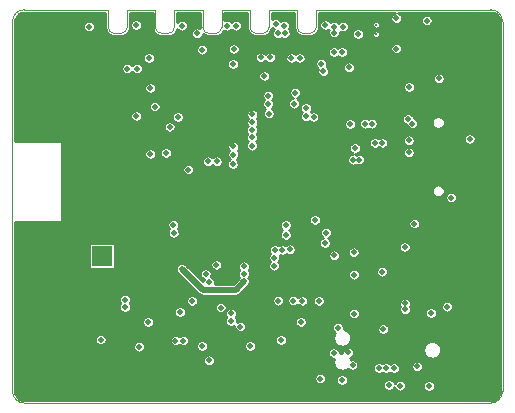
<source format=gbr>
G04 #@! TF.GenerationSoftware,KiCad,Pcbnew,(5.0.0)*
G04 #@! TF.CreationDate,2020-08-24T16:31:51+08:00*
G04 #@! TF.ProjectId,LeashPCB,4C656173685043422E6B696361645F70,B*
G04 #@! TF.SameCoordinates,Original*
G04 #@! TF.FileFunction,Copper,L2,Inr,Plane*
G04 #@! TF.FilePolarity,Positive*
%FSLAX46Y46*%
G04 Gerber Fmt 4.6, Leading zero omitted, Abs format (unit mm)*
G04 Created by KiCad (PCBNEW (5.0.0)) date 08/24/20 16:31:51*
%MOMM*%
%LPD*%
G01*
G04 APERTURE LIST*
G04 #@! TA.AperFunction,NonConductor*
%ADD10C,0.025400*%
G04 #@! TD*
G04 #@! TA.AperFunction,ViaPad*
%ADD11R,1.700000X1.700000*%
G04 #@! TD*
G04 #@! TA.AperFunction,ViaPad*
%ADD12O,1.700000X0.900000*%
G04 #@! TD*
G04 #@! TA.AperFunction,ViaPad*
%ADD13O,2.000000X0.900000*%
G04 #@! TD*
G04 #@! TA.AperFunction,ViaPad*
%ADD14C,0.200000*%
G04 #@! TD*
G04 #@! TA.AperFunction,ViaPad*
%ADD15C,0.700000*%
G04 #@! TD*
G04 #@! TA.AperFunction,ViaPad*
%ADD16C,4.400000*%
G04 #@! TD*
G04 #@! TA.AperFunction,ViaPad*
%ADD17C,0.500000*%
G04 #@! TD*
G04 #@! TA.AperFunction,Conductor*
%ADD18C,0.500000*%
G04 #@! TD*
G04 #@! TA.AperFunction,Conductor*
%ADD19C,0.254000*%
G04 #@! TD*
G04 APERTURE END LIST*
D10*
X41500007Y1000000D02*
X41500007Y32300000D01*
X24114006Y33300010D02*
X21714004Y33300010D01*
X12113998Y33300010D02*
X9714004Y33300010D01*
X16114006Y33300010D02*
X13714004Y33300010D01*
X20114006Y33300010D02*
X17714004Y33300010D01*
X0Y32300009D02*
G75*
G02X999999Y33300010I1000000J1D01*
G01*
X1000000Y0D02*
G75*
G02X0Y1000000I0J1000000D01*
G01*
X25714004Y31800010D02*
G75*
G02X25214004Y31300010I-500000J0D01*
G01*
X24614006Y31300010D02*
G75*
G02X24114006Y31800010I0J500000D01*
G01*
X21714004Y31800010D02*
G75*
G02X21214004Y31300010I-500000J0D01*
G01*
X20614006Y31300010D02*
G75*
G02X20114006Y31800010I0J500000D01*
G01*
X17714004Y31800010D02*
G75*
G02X17214004Y31300010I-500000J0D01*
G01*
X9714004Y31800010D02*
G75*
G02X9214004Y31300010I-500000J0D01*
G01*
X8614006Y31300010D02*
G75*
G02X8114006Y31800010I0J500000D01*
G01*
X41500007Y1000000D02*
G75*
G02X40500007Y0I-1000000J0D01*
G01*
X40500007Y33300010D02*
G75*
G02X41500007Y32300000I0J-1000000D01*
G01*
X12613998Y31300010D02*
G75*
G02X12113998Y31800010I0J500000D01*
G01*
X13714004Y31800010D02*
G75*
G02X13214004Y31300010I-500000J0D01*
G01*
X16614006Y31300010D02*
G75*
G02X16114006Y31800010I0J500000D01*
G01*
X25714004Y31800010D02*
X25714004Y33300010D01*
X24114006Y33300010D02*
X24114006Y31800010D01*
X21714004Y31800010D02*
X21714004Y33300010D01*
X20614006Y31300010D02*
X21214004Y31300010D01*
X20114006Y33300010D02*
X20114006Y31800010D01*
X17714004Y31800010D02*
X17714004Y33300010D01*
X16114006Y33300010D02*
X16114006Y31800010D01*
X40500007Y33300010D02*
X25714004Y33300010D01*
X8113998Y33300010D02*
X1000000Y33300010D01*
X24614006Y31300010D02*
X25214004Y31300010D01*
X8113998Y33300010D02*
X8113998Y31800010D01*
X8614006Y31300010D02*
X9214004Y31300010D01*
X9714004Y31800010D02*
X9714004Y33300010D01*
X16614006Y31300010D02*
X17214004Y31300010D01*
X13714004Y31800010D02*
X13714004Y33300010D01*
X12613998Y31300010D02*
X13214004Y31300010D01*
X1000000Y0D02*
X40500007Y0D01*
X0Y32300010D02*
X0Y1000000D01*
X12113998Y33300010D02*
X12113998Y31800010D01*
D11*
G04 #@! TO.N,Net-(AE2-Pad1)*
G04 #@! TO.C,AE2*
X7600000Y12450000D03*
G04 #@! TD*
D12*
G04 #@! TO.N,GND*
G04 #@! TO.C,P1*
X39743505Y25174105D03*
X39743505Y16534105D03*
D13*
X35573505Y25174105D03*
X35573505Y16534105D03*
G04 #@! TD*
D14*
G04 #@! TO.N,N/C*
G04 #@! TO.C,U7*
X30797500Y31223000D03*
X30797500Y32023000D03*
G04 #@! TD*
D15*
G04 #@! TO.N,GND*
G04 #@! TO.C,H3*
X39666726Y31966726D03*
X38500000Y32450000D03*
X37333274Y31966726D03*
X36850000Y30800000D03*
X37333274Y29633274D03*
X38500000Y29150000D03*
X39666726Y29633274D03*
X40150000Y30800000D03*
D16*
X38500000Y30800000D03*
G04 #@! TD*
D15*
G04 #@! TO.N,GND*
G04 #@! TO.C,H4*
X39666726Y3566726D03*
X38500000Y4050000D03*
X37333274Y3566726D03*
X36850000Y2400000D03*
X37333274Y1233274D03*
X38500000Y750000D03*
X39666726Y1233274D03*
X40150000Y2400000D03*
D16*
X38500000Y2400000D03*
G04 #@! TD*
D15*
G04 #@! TO.N,GND*
G04 #@! TO.C,H2*
X4166726Y31966726D03*
X3000000Y32450000D03*
X1833274Y31966726D03*
X1350000Y30800000D03*
X1833274Y29633274D03*
X3000000Y29150000D03*
X4166726Y29633274D03*
X4650000Y30800000D03*
D16*
X3000000Y30800000D03*
G04 #@! TD*
D15*
G04 #@! TO.N,GND*
G04 #@! TO.C,H1*
X4166726Y3566726D03*
X3000000Y4050000D03*
X1833274Y3566726D03*
X1350000Y2400000D03*
X1833274Y1233274D03*
X3000000Y750000D03*
X4166726Y1233274D03*
X4650000Y2400000D03*
D16*
X3000000Y2400000D03*
G04 #@! TD*
D17*
G04 #@! TO.N,GND*
X2324505Y7632105D03*
X3277005Y7632105D03*
X2261005Y12712105D03*
X3277005Y12712105D03*
X34074505Y24523105D03*
X29033505Y19101105D03*
X34113505Y17654105D03*
X12484505Y11061105D03*
X28954972Y9818560D03*
X25239458Y8621641D03*
X20462505Y8752105D03*
X25244005Y11573095D03*
X24467005Y11573095D03*
X24105005Y19506605D03*
X17310505Y21411605D03*
X12738505Y25102093D03*
X15100899Y23405023D03*
X14008505Y19760605D03*
X24168501Y13029605D03*
X16294505Y18178605D03*
X17374005Y18178605D03*
X18961505Y13728109D03*
X32267790Y31168710D03*
X11557000Y31877000D03*
X19685000Y31940500D03*
X23685500Y31940500D03*
X22404172Y25064946D03*
X35467727Y8283773D03*
X37143405Y9783095D03*
X38710005Y10565995D03*
X33528000Y1460500D03*
X24193500Y3556000D03*
X29662490Y15633105D03*
X31305500Y12698059D03*
X31305500Y12192000D03*
X7493000Y1714500D03*
X12742400Y13652500D03*
X7239000Y31877000D03*
X19914438Y13728538D03*
X23876000Y27051000D03*
X33337500Y30543500D03*
X36258500Y14859000D03*
X29972000Y761998D03*
X14478000Y8699500D03*
X28738512Y5913512D03*
X32325000Y4500000D03*
X30770000Y6775000D03*
X33750000Y20150000D03*
X31000000Y22600000D03*
X29023901Y22723443D03*
X29775000Y28275000D03*
X29125000Y28050000D03*
X28650000Y30575000D03*
X38050000Y18575000D03*
X23200000Y11550000D03*
X575000Y27375000D03*
X525000Y24250000D03*
X525000Y22500000D03*
X2775000Y22400000D03*
X4375000Y22325000D03*
X4400000Y21325000D03*
X4375000Y20125000D03*
X4400000Y18775000D03*
X4375000Y17675000D03*
X4400000Y16000000D03*
X3475000Y15125000D03*
X2300000Y15125000D03*
X1150000Y15125000D03*
X400000Y15100000D03*
X400000Y13875000D03*
X500000Y12600000D03*
X1900000Y13800000D03*
X3625000Y14125000D03*
X550000Y11275000D03*
X525000Y8875000D03*
X475000Y6675000D03*
X475000Y4500000D03*
X2775000Y5425000D03*
X5175000Y4750000D03*
X5025000Y7275000D03*
X6725000Y9275000D03*
X6325000Y12150000D03*
X5675000Y13100000D03*
X4850000Y14925000D03*
X6200000Y16525000D03*
X7025000Y17400000D03*
X8150000Y18450000D03*
X9375000Y18125000D03*
X10675000Y18100000D03*
X10700000Y19450000D03*
X9275000Y20750000D03*
X8500000Y21375000D03*
X7425000Y22525000D03*
X6400000Y23525000D03*
X5550000Y24600000D03*
X4250000Y23150000D03*
X6750000Y20625000D03*
X7675000Y19600000D03*
X5775000Y19725000D03*
X5800000Y18375000D03*
X5475000Y17025000D03*
X6800000Y18725000D03*
X9600000Y22400000D03*
X7325000Y24475000D03*
X6125000Y26100000D03*
X4775000Y27500000D03*
X1625000Y28175000D03*
X6400000Y10750000D03*
X5175000Y8650000D03*
X5450000Y10025000D03*
X4300000Y6050000D03*
X7775000Y8500000D03*
X7650000Y15200000D03*
X8700000Y16425000D03*
X10250000Y16400000D03*
X10075000Y15075000D03*
X9850000Y13200000D03*
X11425000Y16525000D03*
X8275000Y23200000D03*
X5675000Y28875000D03*
X6250000Y30600000D03*
X23787100Y21945600D03*
X23812500Y20294600D03*
X14400000Y31100000D03*
X13081000Y20301515D03*
X7400000Y14100000D03*
X8500000Y13800000D03*
G04 #@! TO.N,/RF/VDDR*
X16548505Y20459105D03*
X14897503Y19760603D03*
X25491967Y24218561D03*
G04 #@! TO.N,/Boost Converters/3V3_BUCK_VOUT*
X28500000Y28425000D03*
G04 #@! TO.N,/USB Input/MSP430_TCK*
X21653500Y25336500D03*
X35433000Y7620000D03*
G04 #@! TO.N,/USB Input/MSP430_TDO*
X20295005Y22491105D03*
X35275000Y1450000D03*
G04 #@! TO.N,/USB Input/MSP430_TMS*
X21700102Y24494098D03*
X27900000Y1945855D03*
G04 #@! TO.N,/USB Input/MSP430_TDI*
X20320000Y24447500D03*
X31877000Y1524000D03*
G04 #@! TO.N,/USB Input/D-*
X31331390Y22024696D03*
G04 #@! TO.N,/USB Input/D+*
X30679011Y22031295D03*
G04 #@! TO.N,RESET_N*
X20320000Y23756987D03*
X37147500Y17399000D03*
X22161500Y11620500D03*
X34276587Y3094369D03*
G04 #@! TO.N,VDDS*
X17310505Y20459105D03*
X19596503Y10299105D03*
X12040003Y25094605D03*
X14326005Y11378605D03*
X21653500Y26035000D03*
G04 #@! TO.N,3V3*
X32512000Y32575500D03*
X32829500Y1460502D03*
X23851005Y25348605D03*
X26454505Y13537605D03*
X15621000Y31305500D03*
X22733000Y5334000D03*
X22161500Y12319000D03*
X9525000Y8763000D03*
X9525000Y8128000D03*
X27241500Y31877000D03*
X22479000Y31301500D03*
X23050500Y31305500D03*
X27241500Y31369000D03*
X28925000Y7575000D03*
X27225000Y29700000D03*
X27900000Y29725000D03*
X38710005Y22360005D03*
X36100000Y27475000D03*
X23775000Y8675000D03*
G04 #@! TO.N,LED1*
X19596507Y10942094D03*
X22987000Y31940500D03*
G04 #@! TO.N,LED2*
X23152505Y14236105D03*
X18923006Y31940500D03*
X21830993Y29273500D03*
G04 #@! TO.N,900M*
X9715500Y28321002D03*
X13625000Y15100000D03*
G04 #@! TO.N,2.4G*
X10541000Y28321000D03*
X13650000Y14375000D03*
G04 #@! TO.N,5V*
X28931005Y10870605D03*
X18732500Y29972002D03*
X29850000Y23650000D03*
X30425004Y23650000D03*
G04 #@! TO.N,CC1352_TDI*
X23484536Y13002760D03*
X27554780Y6380452D03*
G04 #@! TO.N,CC1352_TDO*
X22858749Y12963571D03*
X28450000Y4284490D03*
G04 #@! TO.N,CC1352_TCK*
X22207992Y12966105D03*
X27200004Y4250000D03*
G04 #@! TO.N,MISO*
X17628005Y8076607D03*
X17271005Y11696105D03*
G04 #@! TO.N,CS_MB2*
X18707505Y21030605D03*
X19304000Y6473000D03*
G04 #@! TO.N,SCK*
X16637000Y10223500D03*
X16637000Y3619500D03*
G04 #@! TO.N,AN_MB2*
X24422505Y6870105D03*
X20295007Y21795626D03*
G04 #@! TO.N,RST_MB2*
X14478000Y5274490D03*
G04 #@! TO.N,MOSI*
X16358005Y10934105D03*
X16065500Y4826000D03*
X20129502Y4826000D03*
G04 #@! TO.N,INT_MB2*
X26543000Y14414500D03*
X23939500Y26289000D03*
G04 #@! TO.N,CC1352_RX_MB2_TX*
X21330550Y27683128D03*
G04 #@! TO.N,SDA*
X27246751Y12502725D03*
X18669000Y28701996D03*
X31011517Y2956836D03*
X23622000Y29202843D03*
G04 #@! TO.N,PWM_MB2*
X23152505Y15061605D03*
X24312991Y29202843D03*
G04 #@! TO.N,CC1352_TX_MB2_RX*
X21018500Y29273500D03*
G04 #@! TO.N,SCL*
X16065500Y29908500D03*
X31400000Y6250000D03*
X29264738Y31233238D03*
G04 #@! TO.N,CC1352_TX_MB1_RX*
X11556996Y29210000D03*
X11684000Y26670000D03*
G04 #@! TO.N,RST_MB1*
X10731500Y4762500D03*
X13805231Y5274490D03*
G04 #@! TO.N,AN_MB1*
X20285153Y23122957D03*
X7468005Y5358995D03*
G04 #@! TO.N,CS_MB1*
X11493500Y6858000D03*
X18655386Y20221637D03*
G04 #@! TO.N,CC1352_TX_MSP430_RX*
X12994491Y21182527D03*
G04 #@! TO.N,CC1352_RX_MSP430_TX*
X11684000Y21082000D03*
G04 #@! TO.N,/USB Input/VBUS*
X28850000Y20600000D03*
X29373000Y20600000D03*
X33502600Y24028400D03*
X33870900Y23660100D03*
G04 #@! TO.N,/USB Input/MSP_PUR*
X29000004Y21575000D03*
X28600000Y23624996D03*
G04 #@! TO.N,/USB Input/D_N*
X33566505Y22237105D03*
G04 #@! TO.N,/USB Input/D_P*
X33553328Y21210385D03*
G04 #@! TO.N,INT_SENSOR*
X15221178Y8646943D03*
G04 #@! TO.N,INT_HDC2010*
X26064835Y2062189D03*
X22504562Y8665510D03*
G04 #@! TO.N,INT_LIS2DE12_2*
X24549505Y8648105D03*
G04 #@! TO.N,ALT_IN*
X33249407Y7920898D03*
X33250000Y8425000D03*
X35075000Y32375000D03*
G04 #@! TO.N,~CHG*
X31305500Y11112500D03*
X28003500Y31877000D03*
G04 #@! TO.N,~FLASH_CS*
X14199005Y7695605D03*
X18707511Y21729105D03*
G04 #@! TO.N,Net-(C13-Pad2)*
X32510000Y30010000D03*
G04 #@! TO.N,USER_BOOT*
X19597003Y11569603D03*
X34036000Y15176500D03*
X26324998Y28075002D03*
X33600000Y26750000D03*
G04 #@! TO.N,Net-(D2-Pad1)*
X18168987Y31940500D03*
G04 #@! TO.N,Net-(D3-Pad1)*
X22288500Y32131000D03*
G04 #@! TO.N,Net-(D4-Pad1)*
X14349005Y31942495D03*
G04 #@! TO.N,Net-(D5-Pad1)*
X10477500Y32004000D03*
G04 #@! TO.N,Net-(D6-Pad1)*
X6477000Y31877000D03*
G04 #@! TO.N,Net-(D7-Pad1)*
X26499992Y32000000D03*
G04 #@! TO.N,Net-(J3-Pad5)*
X28795653Y3199866D03*
G04 #@! TO.N,/USB Input/~MSP430_RST*
X36807000Y8151000D03*
X33202510Y13208000D03*
G04 #@! TO.N,Net-(J3-Pad3)*
X31638512Y2961488D03*
G04 #@! TO.N,Net-(R28-Pad2)*
X24867005Y24967605D03*
G04 #@! TO.N,Net-(R29-Pad2)*
X24867005Y24269105D03*
G04 #@! TO.N,Net-(R51-Pad1)*
X28892500Y12763500D03*
X32300000Y2950000D03*
G04 #@! TO.N,MB1_CTRL*
X14008505Y24205605D03*
G04 #@! TO.N,Net-(R49-Pad1)*
X25629005Y15506099D03*
X26149437Y28726932D03*
G04 #@! TO.N,INT_LIS2DE12_1*
X25946505Y8648105D03*
G04 #@! TO.N,Net-(R39-Pad2)*
X18505017Y7579359D03*
X10499994Y24300000D03*
G04 #@! TO.N,Net-(R40-Pad2)*
X13310005Y23380105D03*
X18505009Y6935986D03*
G04 #@! TD*
D18*
G04 #@! TO.N,VDDS*
X14338895Y11378605D02*
X14326005Y11378605D01*
X16121001Y9596499D02*
X14338895Y11378605D01*
X19596503Y10299105D02*
X18893897Y9596499D01*
X18893897Y9596499D02*
X16121001Y9596499D01*
G04 #@! TD*
D19*
G04 #@! TO.N,GND*
G36*
X7874299Y31788242D02*
X7875325Y31777823D01*
X7875304Y31774795D01*
X7875631Y31771464D01*
X7885831Y31674415D01*
X7890199Y31653136D01*
X7894270Y31631794D01*
X7895238Y31628590D01*
X7924094Y31535371D01*
X7932502Y31515368D01*
X7940651Y31495199D01*
X7942223Y31492244D01*
X7988636Y31406406D01*
X8000765Y31388424D01*
X8012680Y31370217D01*
X8014795Y31367623D01*
X8076997Y31292434D01*
X8092396Y31277143D01*
X8107611Y31261605D01*
X8110190Y31259472D01*
X8185811Y31197796D01*
X8203882Y31185789D01*
X8221834Y31173497D01*
X8224771Y31171910D01*
X8224776Y31171907D01*
X8224781Y31171905D01*
X8310940Y31126094D01*
X8331018Y31117818D01*
X8350992Y31109257D01*
X8354187Y31108269D01*
X8354191Y31108267D01*
X8354195Y31108266D01*
X8447607Y31080063D01*
X8468897Y31075847D01*
X8490171Y31071325D01*
X8493495Y31070976D01*
X8493499Y31070976D01*
X8590617Y31061454D01*
X8590623Y31061454D01*
X8602238Y31060310D01*
X9225772Y31060310D01*
X9236124Y31061330D01*
X9239219Y31061308D01*
X9242550Y31061635D01*
X9339599Y31071835D01*
X9360878Y31076203D01*
X9382220Y31080274D01*
X9385424Y31081242D01*
X9478643Y31110098D01*
X9498649Y31118508D01*
X9518815Y31126655D01*
X9521765Y31128224D01*
X9521769Y31128226D01*
X9521772Y31128228D01*
X9607608Y31174640D01*
X9625590Y31186769D01*
X9643797Y31198684D01*
X9646391Y31200799D01*
X9721580Y31263001D01*
X9736871Y31278400D01*
X9752409Y31293615D01*
X9754542Y31296194D01*
X9816218Y31371815D01*
X9828225Y31389886D01*
X9840517Y31407838D01*
X9842104Y31410775D01*
X9842107Y31410780D01*
X9842109Y31410785D01*
X9887920Y31496944D01*
X9896196Y31517022D01*
X9904757Y31536996D01*
X9905746Y31540193D01*
X9933951Y31633611D01*
X9938167Y31654901D01*
X9942689Y31676175D01*
X9943038Y31679503D01*
X9952560Y31776621D01*
X9952560Y31776627D01*
X9953704Y31788242D01*
X9953704Y32053640D01*
X9973500Y32053640D01*
X9973500Y31954360D01*
X9992868Y31856989D01*
X10030861Y31765266D01*
X10086017Y31682718D01*
X10156218Y31612517D01*
X10238766Y31557361D01*
X10330489Y31519368D01*
X10427860Y31500000D01*
X10527140Y31500000D01*
X10624511Y31519368D01*
X10716234Y31557361D01*
X10798782Y31612517D01*
X10868983Y31682718D01*
X10924139Y31765266D01*
X10962132Y31856989D01*
X10981500Y31954360D01*
X10981500Y32053640D01*
X10962132Y32151011D01*
X10924139Y32242734D01*
X10868983Y32325282D01*
X10798782Y32395483D01*
X10716234Y32450639D01*
X10624511Y32488632D01*
X10527140Y32508000D01*
X10427860Y32508000D01*
X10330489Y32488632D01*
X10238766Y32450639D01*
X10156218Y32395483D01*
X10086017Y32325282D01*
X10030861Y32242734D01*
X9992868Y32151011D01*
X9973500Y32053640D01*
X9953704Y32053640D01*
X9953704Y33060310D01*
X11874298Y33060310D01*
X11874299Y31788242D01*
X11875318Y31777899D01*
X11875296Y31774795D01*
X11875623Y31771464D01*
X11885823Y31674415D01*
X11890191Y31653136D01*
X11894262Y31631794D01*
X11895230Y31628590D01*
X11924086Y31535371D01*
X11932494Y31515368D01*
X11940643Y31495199D01*
X11942215Y31492244D01*
X11988628Y31406406D01*
X12000757Y31388424D01*
X12012672Y31370217D01*
X12014787Y31367623D01*
X12076989Y31292434D01*
X12092388Y31277143D01*
X12107603Y31261605D01*
X12110182Y31259472D01*
X12185803Y31197796D01*
X12203874Y31185789D01*
X12221826Y31173497D01*
X12224763Y31171910D01*
X12224768Y31171907D01*
X12224773Y31171905D01*
X12310932Y31126094D01*
X12331010Y31117818D01*
X12350984Y31109257D01*
X12354179Y31108269D01*
X12354183Y31108267D01*
X12354187Y31108266D01*
X12447599Y31080063D01*
X12468889Y31075847D01*
X12490163Y31071325D01*
X12493487Y31070976D01*
X12493491Y31070976D01*
X12590609Y31061454D01*
X12590615Y31061454D01*
X12602230Y31060310D01*
X13225772Y31060310D01*
X13236124Y31061330D01*
X13239219Y31061308D01*
X13242550Y31061635D01*
X13339599Y31071835D01*
X13360878Y31076203D01*
X13382220Y31080274D01*
X13385424Y31081242D01*
X13478643Y31110098D01*
X13498649Y31118508D01*
X13518815Y31126655D01*
X13521765Y31128224D01*
X13521769Y31128226D01*
X13521772Y31128228D01*
X13607608Y31174640D01*
X13625590Y31186769D01*
X13643797Y31198684D01*
X13646391Y31200799D01*
X13721580Y31263001D01*
X13736871Y31278400D01*
X13752409Y31293615D01*
X13754542Y31296194D01*
X13816218Y31371815D01*
X13828225Y31389886D01*
X13840517Y31407838D01*
X13842104Y31410775D01*
X13842107Y31410780D01*
X13842109Y31410785D01*
X13887920Y31496944D01*
X13896196Y31517022D01*
X13904757Y31536996D01*
X13905746Y31540193D01*
X13933951Y31633611D01*
X13937446Y31651260D01*
X13957522Y31621213D01*
X14027723Y31551012D01*
X14110271Y31495856D01*
X14201994Y31457863D01*
X14299365Y31438495D01*
X14398645Y31438495D01*
X14496016Y31457863D01*
X14587739Y31495856D01*
X14670287Y31551012D01*
X14740488Y31621213D01*
X14795644Y31703761D01*
X14833637Y31795484D01*
X14853005Y31892855D01*
X14853005Y31992135D01*
X14833637Y32089506D01*
X14795644Y32181229D01*
X14740488Y32263777D01*
X14670287Y32333978D01*
X14587739Y32389134D01*
X14496016Y32427127D01*
X14398645Y32446495D01*
X14299365Y32446495D01*
X14201994Y32427127D01*
X14110271Y32389134D01*
X14027723Y32333978D01*
X13957522Y32263777D01*
X13953704Y32258063D01*
X13953704Y33060310D01*
X15874306Y33060310D01*
X15874307Y31788242D01*
X15875326Y31777899D01*
X15875304Y31774795D01*
X15875631Y31771464D01*
X15879016Y31739255D01*
X15859734Y31752139D01*
X15768011Y31790132D01*
X15670640Y31809500D01*
X15571360Y31809500D01*
X15473989Y31790132D01*
X15382266Y31752139D01*
X15299718Y31696983D01*
X15229517Y31626782D01*
X15174361Y31544234D01*
X15136368Y31452511D01*
X15117000Y31355140D01*
X15117000Y31255860D01*
X15136368Y31158489D01*
X15174361Y31066766D01*
X15229517Y30984218D01*
X15299718Y30914017D01*
X15382266Y30858861D01*
X15473989Y30820868D01*
X15571360Y30801500D01*
X15670640Y30801500D01*
X15768011Y30820868D01*
X15859734Y30858861D01*
X15942282Y30914017D01*
X16012483Y30984218D01*
X16067639Y31066766D01*
X16105632Y31158489D01*
X16123551Y31248575D01*
X16185811Y31197796D01*
X16203882Y31185789D01*
X16221834Y31173497D01*
X16224771Y31171910D01*
X16224776Y31171907D01*
X16224781Y31171905D01*
X16310940Y31126094D01*
X16331018Y31117818D01*
X16350992Y31109257D01*
X16354187Y31108269D01*
X16354191Y31108267D01*
X16354195Y31108266D01*
X16447607Y31080063D01*
X16468897Y31075847D01*
X16490171Y31071325D01*
X16493495Y31070976D01*
X16493499Y31070976D01*
X16590617Y31061454D01*
X16590623Y31061454D01*
X16602238Y31060310D01*
X17225772Y31060310D01*
X17236124Y31061330D01*
X17239219Y31061308D01*
X17242550Y31061635D01*
X17339599Y31071835D01*
X17360878Y31076203D01*
X17382220Y31080274D01*
X17385424Y31081242D01*
X17478643Y31110098D01*
X17498649Y31118508D01*
X17518815Y31126655D01*
X17521765Y31128224D01*
X17521769Y31128226D01*
X17521772Y31128228D01*
X17607608Y31174640D01*
X17625590Y31186769D01*
X17643797Y31198684D01*
X17646391Y31200799D01*
X17721580Y31263001D01*
X17736871Y31278400D01*
X17752409Y31293615D01*
X17754542Y31296194D01*
X17816218Y31371815D01*
X17828225Y31389886D01*
X17840517Y31407838D01*
X17842104Y31410775D01*
X17842107Y31410780D01*
X17842109Y31410785D01*
X17887920Y31496944D01*
X17896065Y31516704D01*
X17930253Y31493861D01*
X18021976Y31455868D01*
X18119347Y31436500D01*
X18218627Y31436500D01*
X18315998Y31455868D01*
X18407721Y31493861D01*
X18490269Y31549017D01*
X18545997Y31604745D01*
X18601724Y31549017D01*
X18684272Y31493861D01*
X18775995Y31455868D01*
X18873366Y31436500D01*
X18972646Y31436500D01*
X19070017Y31455868D01*
X19161740Y31493861D01*
X19244288Y31549017D01*
X19314489Y31619218D01*
X19369645Y31701766D01*
X19407638Y31793489D01*
X19427006Y31890860D01*
X19427006Y31990140D01*
X19407638Y32087511D01*
X19369645Y32179234D01*
X19314489Y32261782D01*
X19244288Y32331983D01*
X19161740Y32387139D01*
X19070017Y32425132D01*
X18972646Y32444500D01*
X18873366Y32444500D01*
X18775995Y32425132D01*
X18684272Y32387139D01*
X18601724Y32331983D01*
X18545997Y32276256D01*
X18490269Y32331983D01*
X18407721Y32387139D01*
X18315998Y32425132D01*
X18218627Y32444500D01*
X18119347Y32444500D01*
X18021976Y32425132D01*
X17953704Y32396853D01*
X17953704Y33060310D01*
X19874306Y33060310D01*
X19874307Y31788242D01*
X19875326Y31777899D01*
X19875304Y31774795D01*
X19875631Y31771464D01*
X19885831Y31674415D01*
X19890199Y31653136D01*
X19894270Y31631794D01*
X19895238Y31628590D01*
X19924094Y31535371D01*
X19932502Y31515368D01*
X19940651Y31495199D01*
X19942223Y31492244D01*
X19988636Y31406406D01*
X20000765Y31388424D01*
X20012680Y31370217D01*
X20014795Y31367623D01*
X20076997Y31292434D01*
X20092396Y31277143D01*
X20107611Y31261605D01*
X20110190Y31259472D01*
X20185811Y31197796D01*
X20203882Y31185789D01*
X20221834Y31173497D01*
X20224771Y31171910D01*
X20224776Y31171907D01*
X20224781Y31171905D01*
X20310940Y31126094D01*
X20331018Y31117818D01*
X20350992Y31109257D01*
X20354187Y31108269D01*
X20354191Y31108267D01*
X20354195Y31108266D01*
X20447607Y31080063D01*
X20468897Y31075847D01*
X20490171Y31071325D01*
X20493495Y31070976D01*
X20493499Y31070976D01*
X20590617Y31061454D01*
X20590623Y31061454D01*
X20602238Y31060310D01*
X21225772Y31060310D01*
X21236124Y31061330D01*
X21239219Y31061308D01*
X21242550Y31061635D01*
X21339599Y31071835D01*
X21360878Y31076203D01*
X21382220Y31080274D01*
X21385424Y31081242D01*
X21478643Y31110098D01*
X21498649Y31118508D01*
X21518815Y31126655D01*
X21521765Y31128224D01*
X21521769Y31128226D01*
X21521772Y31128228D01*
X21607608Y31174640D01*
X21625590Y31186769D01*
X21643797Y31198684D01*
X21646391Y31200799D01*
X21721580Y31263001D01*
X21736871Y31278400D01*
X21752409Y31293615D01*
X21754542Y31296194D01*
X21816218Y31371815D01*
X21828225Y31389886D01*
X21840517Y31407838D01*
X21842104Y31410775D01*
X21842107Y31410780D01*
X21842109Y31410785D01*
X21887920Y31496944D01*
X21896196Y31517022D01*
X21904757Y31536996D01*
X21905746Y31540193D01*
X21933951Y31633611D01*
X21938167Y31654901D01*
X21942689Y31676175D01*
X21943038Y31679503D01*
X21950556Y31756179D01*
X21967218Y31739517D01*
X22049766Y31684361D01*
X22120003Y31655268D01*
X22087517Y31622782D01*
X22032361Y31540234D01*
X21994368Y31448511D01*
X21975000Y31351140D01*
X21975000Y31251860D01*
X21994368Y31154489D01*
X22032361Y31062766D01*
X22087517Y30980218D01*
X22157718Y30910017D01*
X22240266Y30854861D01*
X22331989Y30816868D01*
X22429360Y30797500D01*
X22528640Y30797500D01*
X22626011Y30816868D01*
X22717734Y30854861D01*
X22767743Y30888276D01*
X22811766Y30858861D01*
X22903489Y30820868D01*
X23000860Y30801500D01*
X23100140Y30801500D01*
X23197511Y30820868D01*
X23289234Y30858861D01*
X23371782Y30914017D01*
X23441983Y30984218D01*
X23497139Y31066766D01*
X23535132Y31158489D01*
X23554500Y31255860D01*
X23554500Y31355140D01*
X23535132Y31452511D01*
X23497139Y31544234D01*
X23441983Y31626782D01*
X23406947Y31661818D01*
X23433639Y31701766D01*
X23471632Y31793489D01*
X23491000Y31890860D01*
X23491000Y31990140D01*
X23471632Y32087511D01*
X23433639Y32179234D01*
X23378483Y32261782D01*
X23308282Y32331983D01*
X23225734Y32387139D01*
X23134011Y32425132D01*
X23036640Y32444500D01*
X22937360Y32444500D01*
X22839989Y32425132D01*
X22748266Y32387139D01*
X22731151Y32375703D01*
X22679983Y32452282D01*
X22609782Y32522483D01*
X22527234Y32577639D01*
X22435511Y32615632D01*
X22338140Y32635000D01*
X22238860Y32635000D01*
X22141489Y32615632D01*
X22049766Y32577639D01*
X21967218Y32522483D01*
X21953704Y32508969D01*
X21953704Y33060310D01*
X23874306Y33060310D01*
X23874307Y31788242D01*
X23875326Y31777899D01*
X23875304Y31774795D01*
X23875631Y31771464D01*
X23885831Y31674415D01*
X23890199Y31653136D01*
X23894270Y31631794D01*
X23895238Y31628590D01*
X23924094Y31535371D01*
X23932502Y31515368D01*
X23940651Y31495199D01*
X23942223Y31492244D01*
X23988636Y31406406D01*
X24000765Y31388424D01*
X24012680Y31370217D01*
X24014795Y31367623D01*
X24076997Y31292434D01*
X24092396Y31277143D01*
X24107611Y31261605D01*
X24110190Y31259472D01*
X24185811Y31197796D01*
X24203882Y31185789D01*
X24221834Y31173497D01*
X24224771Y31171910D01*
X24224776Y31171907D01*
X24224781Y31171905D01*
X24310940Y31126094D01*
X24331018Y31117818D01*
X24350992Y31109257D01*
X24354187Y31108269D01*
X24354191Y31108267D01*
X24354195Y31108266D01*
X24447607Y31080063D01*
X24468897Y31075847D01*
X24490171Y31071325D01*
X24493495Y31070976D01*
X24493499Y31070976D01*
X24590617Y31061454D01*
X24590623Y31061454D01*
X24602238Y31060310D01*
X25225772Y31060310D01*
X25236124Y31061330D01*
X25239219Y31061308D01*
X25242550Y31061635D01*
X25339599Y31071835D01*
X25360878Y31076203D01*
X25382220Y31080274D01*
X25385424Y31081242D01*
X25478643Y31110098D01*
X25498649Y31118508D01*
X25518815Y31126655D01*
X25521765Y31128224D01*
X25521769Y31128226D01*
X25521772Y31128228D01*
X25607608Y31174640D01*
X25625590Y31186769D01*
X25643797Y31198684D01*
X25646391Y31200799D01*
X25721580Y31263001D01*
X25736871Y31278400D01*
X25752409Y31293615D01*
X25754542Y31296194D01*
X25816218Y31371815D01*
X25828225Y31389886D01*
X25840517Y31407838D01*
X25842104Y31410775D01*
X25842107Y31410780D01*
X25842109Y31410785D01*
X25887920Y31496944D01*
X25896196Y31517022D01*
X25904757Y31536996D01*
X25905746Y31540193D01*
X25933951Y31633611D01*
X25938167Y31654901D01*
X25942689Y31676175D01*
X25943038Y31679503D01*
X25952560Y31776621D01*
X25952560Y31776627D01*
X25953704Y31788242D01*
X25953704Y32049640D01*
X25995992Y32049640D01*
X25995992Y31950360D01*
X26015360Y31852989D01*
X26053353Y31761266D01*
X26108509Y31678718D01*
X26178710Y31608517D01*
X26261258Y31553361D01*
X26352981Y31515368D01*
X26450352Y31496000D01*
X26549632Y31496000D01*
X26647003Y31515368D01*
X26738726Y31553361D01*
X26785202Y31584415D01*
X26756868Y31516011D01*
X26737500Y31418640D01*
X26737500Y31319360D01*
X26756868Y31221989D01*
X26794861Y31130266D01*
X26850017Y31047718D01*
X26920218Y30977517D01*
X27002766Y30922361D01*
X27094489Y30884368D01*
X27191860Y30865000D01*
X27291140Y30865000D01*
X27388511Y30884368D01*
X27480234Y30922361D01*
X27562782Y30977517D01*
X27632983Y31047718D01*
X27688139Y31130266D01*
X27726132Y31221989D01*
X27738243Y31282878D01*
X28760738Y31282878D01*
X28760738Y31183598D01*
X28780106Y31086227D01*
X28818099Y30994504D01*
X28873255Y30911956D01*
X28943456Y30841755D01*
X29026004Y30786599D01*
X29117727Y30748606D01*
X29215098Y30729238D01*
X29314378Y30729238D01*
X29411749Y30748606D01*
X29503472Y30786599D01*
X29586020Y30841755D01*
X29656221Y30911956D01*
X29711377Y30994504D01*
X29749370Y31086227D01*
X29768738Y31183598D01*
X29768738Y31257866D01*
X30443500Y31257866D01*
X30443500Y31188134D01*
X30457104Y31119742D01*
X30483789Y31055318D01*
X30522530Y30997338D01*
X30571838Y30948030D01*
X30629818Y30909289D01*
X30694242Y30882604D01*
X30762634Y30869000D01*
X30832366Y30869000D01*
X30900758Y30882604D01*
X30965182Y30909289D01*
X31023162Y30948030D01*
X31072470Y30997338D01*
X31111211Y31055318D01*
X31137896Y31119742D01*
X31151500Y31188134D01*
X31151500Y31257866D01*
X31137896Y31326258D01*
X31111211Y31390682D01*
X31072470Y31448662D01*
X31023162Y31497970D01*
X30965182Y31536711D01*
X30900758Y31563396D01*
X30832366Y31577000D01*
X30762634Y31577000D01*
X30694242Y31563396D01*
X30629818Y31536711D01*
X30571838Y31497970D01*
X30522530Y31448662D01*
X30483789Y31390682D01*
X30457104Y31326258D01*
X30443500Y31257866D01*
X29768738Y31257866D01*
X29768738Y31282878D01*
X29749370Y31380249D01*
X29711377Y31471972D01*
X29656221Y31554520D01*
X29586020Y31624721D01*
X29503472Y31679877D01*
X29411749Y31717870D01*
X29314378Y31737238D01*
X29215098Y31737238D01*
X29117727Y31717870D01*
X29026004Y31679877D01*
X28943456Y31624721D01*
X28873255Y31554520D01*
X28818099Y31471972D01*
X28780106Y31380249D01*
X28760738Y31282878D01*
X27738243Y31282878D01*
X27745500Y31319360D01*
X27745500Y31418640D01*
X27739858Y31447004D01*
X27764766Y31430361D01*
X27856489Y31392368D01*
X27953860Y31373000D01*
X28053140Y31373000D01*
X28150511Y31392368D01*
X28242234Y31430361D01*
X28324782Y31485517D01*
X28394983Y31555718D01*
X28450139Y31638266D01*
X28488132Y31729989D01*
X28507500Y31827360D01*
X28507500Y31926640D01*
X28488132Y32024011D01*
X28474109Y32057866D01*
X30443500Y32057866D01*
X30443500Y31988134D01*
X30457104Y31919742D01*
X30483789Y31855318D01*
X30522530Y31797338D01*
X30571838Y31748030D01*
X30629818Y31709289D01*
X30694242Y31682604D01*
X30762634Y31669000D01*
X30832366Y31669000D01*
X30900758Y31682604D01*
X30965182Y31709289D01*
X31023162Y31748030D01*
X31072470Y31797338D01*
X31111211Y31855318D01*
X31137896Y31919742D01*
X31151500Y31988134D01*
X31151500Y32057866D01*
X31137896Y32126258D01*
X31111211Y32190682D01*
X31072470Y32248662D01*
X31023162Y32297970D01*
X30965182Y32336711D01*
X30900758Y32363396D01*
X30832366Y32377000D01*
X30762634Y32377000D01*
X30694242Y32363396D01*
X30629818Y32336711D01*
X30571838Y32297970D01*
X30522530Y32248662D01*
X30483789Y32190682D01*
X30457104Y32126258D01*
X30443500Y32057866D01*
X28474109Y32057866D01*
X28450139Y32115734D01*
X28394983Y32198282D01*
X28324782Y32268483D01*
X28242234Y32323639D01*
X28150511Y32361632D01*
X28053140Y32381000D01*
X27953860Y32381000D01*
X27856489Y32361632D01*
X27764766Y32323639D01*
X27682218Y32268483D01*
X27622500Y32208765D01*
X27562782Y32268483D01*
X27480234Y32323639D01*
X27388511Y32361632D01*
X27291140Y32381000D01*
X27191860Y32381000D01*
X27094489Y32361632D01*
X27002766Y32323639D01*
X26924736Y32271502D01*
X26891475Y32321282D01*
X26821274Y32391483D01*
X26738726Y32446639D01*
X26647003Y32484632D01*
X26549632Y32504000D01*
X26450352Y32504000D01*
X26352981Y32484632D01*
X26261258Y32446639D01*
X26178710Y32391483D01*
X26108509Y32321282D01*
X26053353Y32238734D01*
X26015360Y32147011D01*
X25995992Y32049640D01*
X25953704Y32049640D01*
X25953704Y33060310D01*
X32365884Y33060310D01*
X32364989Y33060132D01*
X32273266Y33022139D01*
X32190718Y32966983D01*
X32120517Y32896782D01*
X32065361Y32814234D01*
X32027368Y32722511D01*
X32008000Y32625140D01*
X32008000Y32525860D01*
X32027368Y32428489D01*
X32065361Y32336766D01*
X32120517Y32254218D01*
X32190718Y32184017D01*
X32273266Y32128861D01*
X32364989Y32090868D01*
X32462360Y32071500D01*
X32561640Y32071500D01*
X32659011Y32090868D01*
X32750734Y32128861D01*
X32833282Y32184017D01*
X32903483Y32254218D01*
X32958639Y32336766D01*
X32995037Y32424640D01*
X34571000Y32424640D01*
X34571000Y32325360D01*
X34590368Y32227989D01*
X34628361Y32136266D01*
X34683517Y32053718D01*
X34753718Y31983517D01*
X34836266Y31928361D01*
X34927989Y31890368D01*
X35025360Y31871000D01*
X35124640Y31871000D01*
X35222011Y31890368D01*
X35313734Y31928361D01*
X35396282Y31983517D01*
X35466483Y32053718D01*
X35521639Y32136266D01*
X35559632Y32227989D01*
X35579000Y32325360D01*
X35579000Y32424640D01*
X35559632Y32522011D01*
X35521639Y32613734D01*
X35466483Y32696282D01*
X35396282Y32766483D01*
X35313734Y32821639D01*
X35222011Y32859632D01*
X35124640Y32879000D01*
X35025360Y32879000D01*
X34927989Y32859632D01*
X34836266Y32821639D01*
X34753718Y32766483D01*
X34683517Y32696282D01*
X34628361Y32613734D01*
X34590368Y32522011D01*
X34571000Y32424640D01*
X32995037Y32424640D01*
X32996632Y32428489D01*
X33016000Y32525860D01*
X33016000Y32625140D01*
X32996632Y32722511D01*
X32958639Y32814234D01*
X32903483Y32896782D01*
X32833282Y32966983D01*
X32750734Y33022139D01*
X32659011Y33060132D01*
X32658116Y33060310D01*
X40488283Y33060310D01*
X40647457Y33044703D01*
X40789298Y33001879D01*
X40920118Y32932320D01*
X41034928Y32838684D01*
X41129372Y32724521D01*
X41199841Y32594191D01*
X41243652Y32452660D01*
X41260308Y32294189D01*
X41260307Y1011723D01*
X41244699Y852546D01*
X41201875Y710706D01*
X41132318Y579890D01*
X41038681Y465079D01*
X40924518Y370635D01*
X40794188Y300166D01*
X40652657Y256355D01*
X40494196Y239700D01*
X1011723Y239700D01*
X852546Y255308D01*
X710706Y298132D01*
X579890Y367689D01*
X465079Y461326D01*
X370635Y575489D01*
X300166Y705819D01*
X256355Y847350D01*
X239700Y1005811D01*
X239700Y2111829D01*
X25560835Y2111829D01*
X25560835Y2012549D01*
X25580203Y1915178D01*
X25618196Y1823455D01*
X25673352Y1740907D01*
X25743553Y1670706D01*
X25826101Y1615550D01*
X25917824Y1577557D01*
X26015195Y1558189D01*
X26114475Y1558189D01*
X26211846Y1577557D01*
X26303569Y1615550D01*
X26386117Y1670706D01*
X26456318Y1740907D01*
X26511474Y1823455D01*
X26549467Y1915178D01*
X26565442Y1995495D01*
X27396000Y1995495D01*
X27396000Y1896215D01*
X27415368Y1798844D01*
X27453361Y1707121D01*
X27508517Y1624573D01*
X27578718Y1554372D01*
X27661266Y1499216D01*
X27752989Y1461223D01*
X27850360Y1441855D01*
X27949640Y1441855D01*
X28047011Y1461223D01*
X28138734Y1499216D01*
X28221282Y1554372D01*
X28240550Y1573640D01*
X31373000Y1573640D01*
X31373000Y1474360D01*
X31392368Y1376989D01*
X31430361Y1285266D01*
X31485517Y1202718D01*
X31555718Y1132517D01*
X31638266Y1077361D01*
X31729989Y1039368D01*
X31827360Y1020000D01*
X31926640Y1020000D01*
X32024011Y1039368D01*
X32115734Y1077361D01*
X32198282Y1132517D01*
X32268483Y1202718D01*
X32323639Y1285266D01*
X32341774Y1329047D01*
X32344868Y1313491D01*
X32382861Y1221768D01*
X32438017Y1139220D01*
X32508218Y1069019D01*
X32590766Y1013863D01*
X32682489Y975870D01*
X32779860Y956502D01*
X32879140Y956502D01*
X32976511Y975870D01*
X33068234Y1013863D01*
X33150782Y1069019D01*
X33220983Y1139220D01*
X33276139Y1221768D01*
X33314132Y1313491D01*
X33333500Y1410862D01*
X33333500Y1499640D01*
X34771000Y1499640D01*
X34771000Y1400360D01*
X34790368Y1302989D01*
X34828361Y1211266D01*
X34883517Y1128718D01*
X34953718Y1058517D01*
X35036266Y1003361D01*
X35127989Y965368D01*
X35225360Y946000D01*
X35324640Y946000D01*
X35422011Y965368D01*
X35513734Y1003361D01*
X35596282Y1058517D01*
X35666483Y1128718D01*
X35721639Y1211266D01*
X35759632Y1302989D01*
X35779000Y1400360D01*
X35779000Y1499640D01*
X35759632Y1597011D01*
X35721639Y1688734D01*
X35666483Y1771282D01*
X35596282Y1841483D01*
X35513734Y1896639D01*
X35422011Y1934632D01*
X35324640Y1954000D01*
X35225360Y1954000D01*
X35127989Y1934632D01*
X35036266Y1896639D01*
X34953718Y1841483D01*
X34883517Y1771282D01*
X34828361Y1688734D01*
X34790368Y1597011D01*
X34771000Y1499640D01*
X33333500Y1499640D01*
X33333500Y1510142D01*
X33314132Y1607513D01*
X33276139Y1699236D01*
X33220983Y1781784D01*
X33150782Y1851985D01*
X33068234Y1907141D01*
X32976511Y1945134D01*
X32879140Y1964502D01*
X32779860Y1964502D01*
X32682489Y1945134D01*
X32590766Y1907141D01*
X32508218Y1851985D01*
X32438017Y1781784D01*
X32382861Y1699236D01*
X32364726Y1655455D01*
X32361632Y1671011D01*
X32323639Y1762734D01*
X32268483Y1845282D01*
X32198282Y1915483D01*
X32115734Y1970639D01*
X32024011Y2008632D01*
X31926640Y2028000D01*
X31827360Y2028000D01*
X31729989Y2008632D01*
X31638266Y1970639D01*
X31555718Y1915483D01*
X31485517Y1845282D01*
X31430361Y1762734D01*
X31392368Y1671011D01*
X31373000Y1573640D01*
X28240550Y1573640D01*
X28291483Y1624573D01*
X28346639Y1707121D01*
X28384632Y1798844D01*
X28404000Y1896215D01*
X28404000Y1995495D01*
X28384632Y2092866D01*
X28346639Y2184589D01*
X28291483Y2267137D01*
X28221282Y2337338D01*
X28138734Y2392494D01*
X28047011Y2430487D01*
X27949640Y2449855D01*
X27850360Y2449855D01*
X27752989Y2430487D01*
X27661266Y2392494D01*
X27578718Y2337338D01*
X27508517Y2267137D01*
X27453361Y2184589D01*
X27415368Y2092866D01*
X27396000Y1995495D01*
X26565442Y1995495D01*
X26568835Y2012549D01*
X26568835Y2111829D01*
X26549467Y2209200D01*
X26511474Y2300923D01*
X26456318Y2383471D01*
X26386117Y2453672D01*
X26303569Y2508828D01*
X26211846Y2546821D01*
X26114475Y2566189D01*
X26015195Y2566189D01*
X25917824Y2546821D01*
X25826101Y2508828D01*
X25743553Y2453672D01*
X25673352Y2383471D01*
X25618196Y2300923D01*
X25580203Y2209200D01*
X25560835Y2111829D01*
X239700Y2111829D01*
X239700Y3669140D01*
X16133000Y3669140D01*
X16133000Y3569860D01*
X16152368Y3472489D01*
X16190361Y3380766D01*
X16245517Y3298218D01*
X16315718Y3228017D01*
X16398266Y3172861D01*
X16489989Y3134868D01*
X16587360Y3115500D01*
X16686640Y3115500D01*
X16784011Y3134868D01*
X16875734Y3172861D01*
X16958282Y3228017D01*
X17028483Y3298218D01*
X17083639Y3380766D01*
X17121632Y3472489D01*
X17141000Y3569860D01*
X17141000Y3669140D01*
X17121632Y3766511D01*
X17083639Y3858234D01*
X17028483Y3940782D01*
X16958282Y4010983D01*
X16875734Y4066139D01*
X16784011Y4104132D01*
X16686640Y4123500D01*
X16587360Y4123500D01*
X16489989Y4104132D01*
X16398266Y4066139D01*
X16315718Y4010983D01*
X16245517Y3940782D01*
X16190361Y3858234D01*
X16152368Y3766511D01*
X16133000Y3669140D01*
X239700Y3669140D01*
X239700Y4812140D01*
X10227500Y4812140D01*
X10227500Y4712860D01*
X10246868Y4615489D01*
X10284861Y4523766D01*
X10340017Y4441218D01*
X10410218Y4371017D01*
X10492766Y4315861D01*
X10584489Y4277868D01*
X10681860Y4258500D01*
X10781140Y4258500D01*
X10878511Y4277868D01*
X10931073Y4299640D01*
X26696004Y4299640D01*
X26696004Y4200360D01*
X26715372Y4102989D01*
X26753365Y4011266D01*
X26808521Y3928718D01*
X26878722Y3858517D01*
X26961270Y3803361D01*
X27052993Y3765368D01*
X27150364Y3746000D01*
X27212492Y3746000D01*
X27194500Y3702563D01*
X27165705Y3557800D01*
X27165705Y3410200D01*
X27194500Y3265437D01*
X27250984Y3129073D01*
X27332985Y3006349D01*
X27437354Y2901980D01*
X27560078Y2819979D01*
X27696442Y2763495D01*
X27841205Y2734700D01*
X27988805Y2734700D01*
X28133568Y2763495D01*
X28269932Y2819979D01*
X28389809Y2900078D01*
X28404170Y2878584D01*
X28474371Y2808383D01*
X28556919Y2753227D01*
X28648642Y2715234D01*
X28746013Y2695866D01*
X28845293Y2695866D01*
X28942664Y2715234D01*
X29034387Y2753227D01*
X29116935Y2808383D01*
X29187136Y2878584D01*
X29242292Y2961132D01*
X29261074Y3006476D01*
X30507517Y3006476D01*
X30507517Y2907196D01*
X30526885Y2809825D01*
X30564878Y2718102D01*
X30620034Y2635554D01*
X30690235Y2565353D01*
X30772783Y2510197D01*
X30864506Y2472204D01*
X30961877Y2452836D01*
X31061157Y2452836D01*
X31158528Y2472204D01*
X31250251Y2510197D01*
X31328496Y2562478D01*
X31399778Y2514849D01*
X31491501Y2476856D01*
X31588872Y2457488D01*
X31688152Y2457488D01*
X31785523Y2476856D01*
X31877246Y2514849D01*
X31959794Y2570005D01*
X31963512Y2573723D01*
X31978718Y2558517D01*
X32061266Y2503361D01*
X32152989Y2465368D01*
X32250360Y2446000D01*
X32349640Y2446000D01*
X32447011Y2465368D01*
X32538734Y2503361D01*
X32621282Y2558517D01*
X32691483Y2628718D01*
X32746639Y2711266D01*
X32784632Y2802989D01*
X32804000Y2900360D01*
X32804000Y2999640D01*
X32784632Y3097011D01*
X32765165Y3144009D01*
X33772587Y3144009D01*
X33772587Y3044729D01*
X33791955Y2947358D01*
X33829948Y2855635D01*
X33885104Y2773087D01*
X33955305Y2702886D01*
X34037853Y2647730D01*
X34129576Y2609737D01*
X34226947Y2590369D01*
X34326227Y2590369D01*
X34423598Y2609737D01*
X34515321Y2647730D01*
X34597869Y2702886D01*
X34668070Y2773087D01*
X34723226Y2855635D01*
X34761219Y2947358D01*
X34780587Y3044729D01*
X34780587Y3144009D01*
X34761219Y3241380D01*
X34723226Y3333103D01*
X34668070Y3415651D01*
X34597869Y3485852D01*
X34515321Y3541008D01*
X34423598Y3579001D01*
X34326227Y3598369D01*
X34226947Y3598369D01*
X34129576Y3579001D01*
X34037853Y3541008D01*
X33955305Y3485852D01*
X33885104Y3415651D01*
X33829948Y3333103D01*
X33791955Y3241380D01*
X33772587Y3144009D01*
X32765165Y3144009D01*
X32746639Y3188734D01*
X32691483Y3271282D01*
X32621282Y3341483D01*
X32538734Y3396639D01*
X32447011Y3434632D01*
X32349640Y3454000D01*
X32250360Y3454000D01*
X32152989Y3434632D01*
X32061266Y3396639D01*
X31978718Y3341483D01*
X31975000Y3337765D01*
X31959794Y3352971D01*
X31877246Y3408127D01*
X31785523Y3446120D01*
X31688152Y3465488D01*
X31588872Y3465488D01*
X31491501Y3446120D01*
X31399778Y3408127D01*
X31321533Y3355846D01*
X31250251Y3403475D01*
X31158528Y3441468D01*
X31061157Y3460836D01*
X30961877Y3460836D01*
X30864506Y3441468D01*
X30772783Y3403475D01*
X30690235Y3348319D01*
X30620034Y3278118D01*
X30564878Y3195570D01*
X30526885Y3103847D01*
X30507517Y3006476D01*
X29261074Y3006476D01*
X29280285Y3052855D01*
X29299653Y3150226D01*
X29299653Y3249506D01*
X29280285Y3346877D01*
X29242292Y3438600D01*
X29187136Y3521148D01*
X29116935Y3591349D01*
X29034387Y3646505D01*
X28942664Y3684498D01*
X28845293Y3703866D01*
X28746013Y3703866D01*
X28648642Y3684498D01*
X28639829Y3680848D01*
X28635510Y3702563D01*
X28595346Y3799527D01*
X28597011Y3799858D01*
X28688734Y3837851D01*
X28771282Y3893007D01*
X28841483Y3963208D01*
X28896639Y4045756D01*
X28934632Y4137479D01*
X28954000Y4234850D01*
X28954000Y4334130D01*
X28934632Y4431501D01*
X28896639Y4523224D01*
X28862846Y4573800D01*
X34785705Y4573800D01*
X34785705Y4426200D01*
X34814500Y4281437D01*
X34870984Y4145073D01*
X34952985Y4022349D01*
X35057354Y3917980D01*
X35180078Y3835979D01*
X35316442Y3779495D01*
X35461205Y3750700D01*
X35608805Y3750700D01*
X35753568Y3779495D01*
X35889932Y3835979D01*
X36012656Y3917980D01*
X36117025Y4022349D01*
X36199026Y4145073D01*
X36255510Y4281437D01*
X36284305Y4426200D01*
X36284305Y4573800D01*
X36255510Y4718563D01*
X36199026Y4854927D01*
X36117025Y4977651D01*
X36012656Y5082020D01*
X35889932Y5164021D01*
X35753568Y5220505D01*
X35608805Y5249300D01*
X35461205Y5249300D01*
X35316442Y5220505D01*
X35180078Y5164021D01*
X35057354Y5082020D01*
X34952985Y4977651D01*
X34870984Y4854927D01*
X34814500Y4718563D01*
X34785705Y4573800D01*
X28862846Y4573800D01*
X28841483Y4605772D01*
X28771282Y4675973D01*
X28688734Y4731129D01*
X28597011Y4769122D01*
X28499640Y4788490D01*
X28400360Y4788490D01*
X28302989Y4769122D01*
X28211266Y4731129D01*
X28128718Y4675973D01*
X28058517Y4605772D01*
X28003361Y4523224D01*
X27965368Y4431501D01*
X27946000Y4334130D01*
X27946000Y4234850D01*
X27946308Y4233300D01*
X27841205Y4233300D01*
X27704004Y4206009D01*
X27704004Y4299640D01*
X27684636Y4397011D01*
X27646643Y4488734D01*
X27591487Y4571282D01*
X27521286Y4641483D01*
X27438738Y4696639D01*
X27347015Y4734632D01*
X27249644Y4754000D01*
X27150364Y4754000D01*
X27052993Y4734632D01*
X26961270Y4696639D01*
X26878722Y4641483D01*
X26808521Y4571282D01*
X26753365Y4488734D01*
X26715372Y4397011D01*
X26696004Y4299640D01*
X10931073Y4299640D01*
X10970234Y4315861D01*
X11052782Y4371017D01*
X11122983Y4441218D01*
X11178139Y4523766D01*
X11216132Y4615489D01*
X11235500Y4712860D01*
X11235500Y4812140D01*
X11216132Y4909511D01*
X11178139Y5001234D01*
X11122983Y5083782D01*
X11052782Y5153983D01*
X10970234Y5209139D01*
X10878511Y5247132D01*
X10781140Y5266500D01*
X10681860Y5266500D01*
X10584489Y5247132D01*
X10492766Y5209139D01*
X10410218Y5153983D01*
X10340017Y5083782D01*
X10284861Y5001234D01*
X10246868Y4909511D01*
X10227500Y4812140D01*
X239700Y4812140D01*
X239700Y5408635D01*
X6964005Y5408635D01*
X6964005Y5309355D01*
X6983373Y5211984D01*
X7021366Y5120261D01*
X7076522Y5037713D01*
X7146723Y4967512D01*
X7229271Y4912356D01*
X7320994Y4874363D01*
X7418365Y4854995D01*
X7517645Y4854995D01*
X7615016Y4874363D01*
X7706739Y4912356D01*
X7789287Y4967512D01*
X7859488Y5037713D01*
X7914644Y5120261D01*
X7952637Y5211984D01*
X7972005Y5309355D01*
X7972005Y5324130D01*
X13301231Y5324130D01*
X13301231Y5224850D01*
X13320599Y5127479D01*
X13358592Y5035756D01*
X13413748Y4953208D01*
X13483949Y4883007D01*
X13566497Y4827851D01*
X13658220Y4789858D01*
X13755591Y4770490D01*
X13854871Y4770490D01*
X13952242Y4789858D01*
X14043965Y4827851D01*
X14126513Y4883007D01*
X14141616Y4898110D01*
X14156718Y4883007D01*
X14239266Y4827851D01*
X14330989Y4789858D01*
X14428360Y4770490D01*
X14527640Y4770490D01*
X14625011Y4789858D01*
X14716734Y4827851D01*
X14788256Y4875640D01*
X15561500Y4875640D01*
X15561500Y4776360D01*
X15580868Y4678989D01*
X15618861Y4587266D01*
X15674017Y4504718D01*
X15744218Y4434517D01*
X15826766Y4379361D01*
X15918489Y4341368D01*
X16015860Y4322000D01*
X16115140Y4322000D01*
X16212511Y4341368D01*
X16304234Y4379361D01*
X16386782Y4434517D01*
X16456983Y4504718D01*
X16512139Y4587266D01*
X16550132Y4678989D01*
X16569500Y4776360D01*
X16569500Y4875640D01*
X19625502Y4875640D01*
X19625502Y4776360D01*
X19644870Y4678989D01*
X19682863Y4587266D01*
X19738019Y4504718D01*
X19808220Y4434517D01*
X19890768Y4379361D01*
X19982491Y4341368D01*
X20079862Y4322000D01*
X20179142Y4322000D01*
X20276513Y4341368D01*
X20368236Y4379361D01*
X20450784Y4434517D01*
X20520985Y4504718D01*
X20576141Y4587266D01*
X20614134Y4678989D01*
X20633502Y4776360D01*
X20633502Y4875640D01*
X20614134Y4973011D01*
X20576141Y5064734D01*
X20520985Y5147282D01*
X20450784Y5217483D01*
X20368236Y5272639D01*
X20276513Y5310632D01*
X20179142Y5330000D01*
X20079862Y5330000D01*
X19982491Y5310632D01*
X19890768Y5272639D01*
X19808220Y5217483D01*
X19738019Y5147282D01*
X19682863Y5064734D01*
X19644870Y4973011D01*
X19625502Y4875640D01*
X16569500Y4875640D01*
X16550132Y4973011D01*
X16512139Y5064734D01*
X16456983Y5147282D01*
X16386782Y5217483D01*
X16304234Y5272639D01*
X16212511Y5310632D01*
X16115140Y5330000D01*
X16015860Y5330000D01*
X15918489Y5310632D01*
X15826766Y5272639D01*
X15744218Y5217483D01*
X15674017Y5147282D01*
X15618861Y5064734D01*
X15580868Y4973011D01*
X15561500Y4875640D01*
X14788256Y4875640D01*
X14799282Y4883007D01*
X14869483Y4953208D01*
X14924639Y5035756D01*
X14962632Y5127479D01*
X14982000Y5224850D01*
X14982000Y5324130D01*
X14970163Y5383640D01*
X22229000Y5383640D01*
X22229000Y5284360D01*
X22248368Y5186989D01*
X22286361Y5095266D01*
X22341517Y5012718D01*
X22411718Y4942517D01*
X22494266Y4887361D01*
X22585989Y4849368D01*
X22683360Y4830000D01*
X22782640Y4830000D01*
X22880011Y4849368D01*
X22971734Y4887361D01*
X23054282Y4942517D01*
X23124483Y5012718D01*
X23179639Y5095266D01*
X23217632Y5186989D01*
X23237000Y5284360D01*
X23237000Y5383640D01*
X23217632Y5481011D01*
X23179639Y5572734D01*
X23124483Y5655282D01*
X23054282Y5725483D01*
X22971734Y5780639D01*
X22880011Y5818632D01*
X22782640Y5838000D01*
X22683360Y5838000D01*
X22585989Y5818632D01*
X22494266Y5780639D01*
X22411718Y5725483D01*
X22341517Y5655282D01*
X22286361Y5572734D01*
X22248368Y5481011D01*
X22229000Y5383640D01*
X14970163Y5383640D01*
X14962632Y5421501D01*
X14924639Y5513224D01*
X14869483Y5595772D01*
X14799282Y5665973D01*
X14716734Y5721129D01*
X14625011Y5759122D01*
X14527640Y5778490D01*
X14428360Y5778490D01*
X14330989Y5759122D01*
X14239266Y5721129D01*
X14156718Y5665973D01*
X14141616Y5650871D01*
X14126513Y5665973D01*
X14043965Y5721129D01*
X13952242Y5759122D01*
X13854871Y5778490D01*
X13755591Y5778490D01*
X13658220Y5759122D01*
X13566497Y5721129D01*
X13483949Y5665973D01*
X13413748Y5595772D01*
X13358592Y5513224D01*
X13320599Y5421501D01*
X13301231Y5324130D01*
X7972005Y5324130D01*
X7972005Y5408635D01*
X7952637Y5506006D01*
X7914644Y5597729D01*
X7859488Y5680277D01*
X7789287Y5750478D01*
X7706739Y5805634D01*
X7615016Y5843627D01*
X7517645Y5862995D01*
X7418365Y5862995D01*
X7320994Y5843627D01*
X7229271Y5805634D01*
X7146723Y5750478D01*
X7076522Y5680277D01*
X7021366Y5597729D01*
X6983373Y5506006D01*
X6964005Y5408635D01*
X239700Y5408635D01*
X239700Y6907640D01*
X10989500Y6907640D01*
X10989500Y6808360D01*
X11008868Y6710989D01*
X11046861Y6619266D01*
X11102017Y6536718D01*
X11172218Y6466517D01*
X11254766Y6411361D01*
X11346489Y6373368D01*
X11443860Y6354000D01*
X11543140Y6354000D01*
X11640511Y6373368D01*
X11732234Y6411361D01*
X11814782Y6466517D01*
X11884983Y6536718D01*
X11940139Y6619266D01*
X11978132Y6710989D01*
X11997500Y6808360D01*
X11997500Y6907640D01*
X11978132Y7005011D01*
X11940139Y7096734D01*
X11884983Y7179282D01*
X11814782Y7249483D01*
X11732234Y7304639D01*
X11640511Y7342632D01*
X11543140Y7362000D01*
X11443860Y7362000D01*
X11346489Y7342632D01*
X11254766Y7304639D01*
X11172218Y7249483D01*
X11102017Y7179282D01*
X11046861Y7096734D01*
X11008868Y7005011D01*
X10989500Y6907640D01*
X239700Y6907640D01*
X239700Y8812640D01*
X9021000Y8812640D01*
X9021000Y8713360D01*
X9040368Y8615989D01*
X9078361Y8524266D01*
X9130990Y8445500D01*
X9078361Y8366734D01*
X9040368Y8275011D01*
X9021000Y8177640D01*
X9021000Y8078360D01*
X9040368Y7980989D01*
X9078361Y7889266D01*
X9133517Y7806718D01*
X9203718Y7736517D01*
X9286266Y7681361D01*
X9377989Y7643368D01*
X9475360Y7624000D01*
X9574640Y7624000D01*
X9672011Y7643368D01*
X9763734Y7681361D01*
X9846282Y7736517D01*
X9855010Y7745245D01*
X13695005Y7745245D01*
X13695005Y7645965D01*
X13714373Y7548594D01*
X13752366Y7456871D01*
X13807522Y7374323D01*
X13877723Y7304122D01*
X13960271Y7248966D01*
X14051994Y7210973D01*
X14149365Y7191605D01*
X14248645Y7191605D01*
X14346016Y7210973D01*
X14437739Y7248966D01*
X14520287Y7304122D01*
X14590488Y7374323D01*
X14645644Y7456871D01*
X14683637Y7548594D01*
X14703005Y7645965D01*
X14703005Y7745245D01*
X14683637Y7842616D01*
X14645644Y7934339D01*
X14590488Y8016887D01*
X14520287Y8087088D01*
X14461681Y8126247D01*
X17124005Y8126247D01*
X17124005Y8026967D01*
X17143373Y7929596D01*
X17181366Y7837873D01*
X17236522Y7755325D01*
X17306723Y7685124D01*
X17389271Y7629968D01*
X17480994Y7591975D01*
X17578365Y7572607D01*
X17677645Y7572607D01*
X17775016Y7591975D01*
X17866739Y7629968D01*
X17949287Y7685124D01*
X18019488Y7755325D01*
X18053404Y7806084D01*
X18020385Y7726370D01*
X18001017Y7628999D01*
X18001017Y7529719D01*
X18020385Y7432348D01*
X18058378Y7340625D01*
X18113534Y7258077D01*
X18113935Y7257677D01*
X18113526Y7257268D01*
X18058370Y7174720D01*
X18020377Y7082997D01*
X18001009Y6985626D01*
X18001009Y6886346D01*
X18020377Y6788975D01*
X18058370Y6697252D01*
X18113526Y6614704D01*
X18183727Y6544503D01*
X18266275Y6489347D01*
X18357998Y6451354D01*
X18455369Y6431986D01*
X18554649Y6431986D01*
X18652020Y6451354D01*
X18743743Y6489347D01*
X18800986Y6527595D01*
X18800000Y6522640D01*
X18800000Y6423360D01*
X18819368Y6325989D01*
X18857361Y6234266D01*
X18912517Y6151718D01*
X18982718Y6081517D01*
X19065266Y6026361D01*
X19156989Y5988368D01*
X19254360Y5969000D01*
X19353640Y5969000D01*
X19451011Y5988368D01*
X19542734Y6026361D01*
X19625282Y6081517D01*
X19695483Y6151718D01*
X19750639Y6234266D01*
X19788632Y6325989D01*
X19808000Y6423360D01*
X19808000Y6522640D01*
X19788632Y6620011D01*
X19750639Y6711734D01*
X19695483Y6794282D01*
X19625282Y6864483D01*
X19542734Y6919639D01*
X19542479Y6919745D01*
X23918505Y6919745D01*
X23918505Y6820465D01*
X23937873Y6723094D01*
X23975866Y6631371D01*
X24031022Y6548823D01*
X24101223Y6478622D01*
X24183771Y6423466D01*
X24275494Y6385473D01*
X24372865Y6366105D01*
X24472145Y6366105D01*
X24569516Y6385473D01*
X24661239Y6423466D01*
X24671155Y6430092D01*
X27050780Y6430092D01*
X27050780Y6330812D01*
X27070148Y6233441D01*
X27108141Y6141718D01*
X27163297Y6059170D01*
X27233498Y5988969D01*
X27300115Y5944457D01*
X27250984Y5870927D01*
X27194500Y5734563D01*
X27165705Y5589800D01*
X27165705Y5442200D01*
X27194500Y5297437D01*
X27250984Y5161073D01*
X27332985Y5038349D01*
X27437354Y4933980D01*
X27560078Y4851979D01*
X27696442Y4795495D01*
X27841205Y4766700D01*
X27988805Y4766700D01*
X28133568Y4795495D01*
X28269932Y4851979D01*
X28392656Y4933980D01*
X28497025Y5038349D01*
X28579026Y5161073D01*
X28635510Y5297437D01*
X28664305Y5442200D01*
X28664305Y5589800D01*
X28635510Y5734563D01*
X28579026Y5870927D01*
X28497025Y5993651D01*
X28392656Y6098020D01*
X28269932Y6180021D01*
X28133568Y6236505D01*
X28043582Y6254404D01*
X28052579Y6299640D01*
X30896000Y6299640D01*
X30896000Y6200360D01*
X30915368Y6102989D01*
X30953361Y6011266D01*
X31008517Y5928718D01*
X31078718Y5858517D01*
X31161266Y5803361D01*
X31252989Y5765368D01*
X31350360Y5746000D01*
X31449640Y5746000D01*
X31547011Y5765368D01*
X31638734Y5803361D01*
X31721282Y5858517D01*
X31791483Y5928718D01*
X31846639Y6011266D01*
X31884632Y6102989D01*
X31904000Y6200360D01*
X31904000Y6299640D01*
X31884632Y6397011D01*
X31846639Y6488734D01*
X31791483Y6571282D01*
X31721282Y6641483D01*
X31638734Y6696639D01*
X31547011Y6734632D01*
X31449640Y6754000D01*
X31350360Y6754000D01*
X31252989Y6734632D01*
X31161266Y6696639D01*
X31078718Y6641483D01*
X31008517Y6571282D01*
X30953361Y6488734D01*
X30915368Y6397011D01*
X30896000Y6299640D01*
X28052579Y6299640D01*
X28058780Y6330812D01*
X28058780Y6430092D01*
X28039412Y6527463D01*
X28001419Y6619186D01*
X27946263Y6701734D01*
X27876062Y6771935D01*
X27793514Y6827091D01*
X27701791Y6865084D01*
X27604420Y6884452D01*
X27505140Y6884452D01*
X27407769Y6865084D01*
X27316046Y6827091D01*
X27233498Y6771935D01*
X27163297Y6701734D01*
X27108141Y6619186D01*
X27070148Y6527463D01*
X27050780Y6430092D01*
X24671155Y6430092D01*
X24743787Y6478622D01*
X24813988Y6548823D01*
X24869144Y6631371D01*
X24907137Y6723094D01*
X24926505Y6820465D01*
X24926505Y6919745D01*
X24907137Y7017116D01*
X24869144Y7108839D01*
X24813988Y7191387D01*
X24743787Y7261588D01*
X24661239Y7316744D01*
X24569516Y7354737D01*
X24472145Y7374105D01*
X24372865Y7374105D01*
X24275494Y7354737D01*
X24183771Y7316744D01*
X24101223Y7261588D01*
X24031022Y7191387D01*
X23975866Y7108839D01*
X23937873Y7017116D01*
X23918505Y6919745D01*
X19542479Y6919745D01*
X19451011Y6957632D01*
X19353640Y6977000D01*
X19254360Y6977000D01*
X19156989Y6957632D01*
X19065266Y6919639D01*
X19008023Y6881391D01*
X19009009Y6886346D01*
X19009009Y6985626D01*
X18989641Y7082997D01*
X18951648Y7174720D01*
X18896492Y7257268D01*
X18896092Y7257669D01*
X18896500Y7258077D01*
X18951656Y7340625D01*
X18989649Y7432348D01*
X19009017Y7529719D01*
X19009017Y7624640D01*
X28421000Y7624640D01*
X28421000Y7525360D01*
X28440368Y7427989D01*
X28478361Y7336266D01*
X28533517Y7253718D01*
X28603718Y7183517D01*
X28686266Y7128361D01*
X28777989Y7090368D01*
X28875360Y7071000D01*
X28974640Y7071000D01*
X29072011Y7090368D01*
X29163734Y7128361D01*
X29246282Y7183517D01*
X29316483Y7253718D01*
X29371639Y7336266D01*
X29409632Y7427989D01*
X29429000Y7525360D01*
X29429000Y7624640D01*
X29409632Y7722011D01*
X29371639Y7813734D01*
X29316483Y7896282D01*
X29246282Y7966483D01*
X29240214Y7970538D01*
X32745407Y7970538D01*
X32745407Y7871258D01*
X32764775Y7773887D01*
X32802768Y7682164D01*
X32857924Y7599616D01*
X32928125Y7529415D01*
X33010673Y7474259D01*
X33102396Y7436266D01*
X33199767Y7416898D01*
X33299047Y7416898D01*
X33396418Y7436266D01*
X33488141Y7474259D01*
X33570689Y7529415D01*
X33640890Y7599616D01*
X33687677Y7669640D01*
X34929000Y7669640D01*
X34929000Y7570360D01*
X34948368Y7472989D01*
X34986361Y7381266D01*
X35041517Y7298718D01*
X35111718Y7228517D01*
X35194266Y7173361D01*
X35285989Y7135368D01*
X35383360Y7116000D01*
X35482640Y7116000D01*
X35580011Y7135368D01*
X35671734Y7173361D01*
X35754282Y7228517D01*
X35824483Y7298718D01*
X35879639Y7381266D01*
X35917632Y7472989D01*
X35937000Y7570360D01*
X35937000Y7669640D01*
X35917632Y7767011D01*
X35879639Y7858734D01*
X35824483Y7941282D01*
X35754282Y8011483D01*
X35671734Y8066639D01*
X35580011Y8104632D01*
X35482640Y8124000D01*
X35383360Y8124000D01*
X35285989Y8104632D01*
X35194266Y8066639D01*
X35111718Y8011483D01*
X35041517Y7941282D01*
X34986361Y7858734D01*
X34948368Y7767011D01*
X34929000Y7669640D01*
X33687677Y7669640D01*
X33696046Y7682164D01*
X33734039Y7773887D01*
X33753407Y7871258D01*
X33753407Y7970538D01*
X33734039Y8067909D01*
X33696046Y8159632D01*
X33687444Y8172505D01*
X33696639Y8186266D01*
X33702592Y8200640D01*
X36303000Y8200640D01*
X36303000Y8101360D01*
X36322368Y8003989D01*
X36360361Y7912266D01*
X36415517Y7829718D01*
X36485718Y7759517D01*
X36568266Y7704361D01*
X36659989Y7666368D01*
X36757360Y7647000D01*
X36856640Y7647000D01*
X36954011Y7666368D01*
X37045734Y7704361D01*
X37128282Y7759517D01*
X37198483Y7829718D01*
X37253639Y7912266D01*
X37291632Y8003989D01*
X37311000Y8101360D01*
X37311000Y8200640D01*
X37291632Y8298011D01*
X37253639Y8389734D01*
X37198483Y8472282D01*
X37128282Y8542483D01*
X37045734Y8597639D01*
X36954011Y8635632D01*
X36856640Y8655000D01*
X36757360Y8655000D01*
X36659989Y8635632D01*
X36568266Y8597639D01*
X36485718Y8542483D01*
X36415517Y8472282D01*
X36360361Y8389734D01*
X36322368Y8298011D01*
X36303000Y8200640D01*
X33702592Y8200640D01*
X33734632Y8277989D01*
X33754000Y8375360D01*
X33754000Y8474640D01*
X33734632Y8572011D01*
X33696639Y8663734D01*
X33641483Y8746282D01*
X33571282Y8816483D01*
X33488734Y8871639D01*
X33397011Y8909632D01*
X33299640Y8929000D01*
X33200360Y8929000D01*
X33102989Y8909632D01*
X33011266Y8871639D01*
X32928718Y8816483D01*
X32858517Y8746282D01*
X32803361Y8663734D01*
X32765368Y8572011D01*
X32746000Y8474640D01*
X32746000Y8375360D01*
X32765368Y8277989D01*
X32803361Y8186266D01*
X32811963Y8173393D01*
X32802768Y8159632D01*
X32764775Y8067909D01*
X32745407Y7970538D01*
X29240214Y7970538D01*
X29163734Y8021639D01*
X29072011Y8059632D01*
X28974640Y8079000D01*
X28875360Y8079000D01*
X28777989Y8059632D01*
X28686266Y8021639D01*
X28603718Y7966483D01*
X28533517Y7896282D01*
X28478361Y7813734D01*
X28440368Y7722011D01*
X28421000Y7624640D01*
X19009017Y7624640D01*
X19009017Y7628999D01*
X18989649Y7726370D01*
X18951656Y7818093D01*
X18896500Y7900641D01*
X18826299Y7970842D01*
X18743751Y8025998D01*
X18652028Y8063991D01*
X18554657Y8083359D01*
X18455377Y8083359D01*
X18358006Y8063991D01*
X18266283Y8025998D01*
X18183735Y7970842D01*
X18113534Y7900641D01*
X18079618Y7849882D01*
X18112637Y7929596D01*
X18132005Y8026967D01*
X18132005Y8126247D01*
X18112637Y8223618D01*
X18074644Y8315341D01*
X18019488Y8397889D01*
X17949287Y8468090D01*
X17866739Y8523246D01*
X17775016Y8561239D01*
X17677645Y8580607D01*
X17578365Y8580607D01*
X17480994Y8561239D01*
X17389271Y8523246D01*
X17306723Y8468090D01*
X17236522Y8397889D01*
X17181366Y8315341D01*
X17143373Y8223618D01*
X17124005Y8126247D01*
X14461681Y8126247D01*
X14437739Y8142244D01*
X14346016Y8180237D01*
X14248645Y8199605D01*
X14149365Y8199605D01*
X14051994Y8180237D01*
X13960271Y8142244D01*
X13877723Y8087088D01*
X13807522Y8016887D01*
X13752366Y7934339D01*
X13714373Y7842616D01*
X13695005Y7745245D01*
X9855010Y7745245D01*
X9916483Y7806718D01*
X9971639Y7889266D01*
X10009632Y7980989D01*
X10029000Y8078360D01*
X10029000Y8177640D01*
X10009632Y8275011D01*
X9971639Y8366734D01*
X9919010Y8445500D01*
X9971639Y8524266D01*
X10009632Y8615989D01*
X10025662Y8696583D01*
X14717178Y8696583D01*
X14717178Y8597303D01*
X14736546Y8499932D01*
X14774539Y8408209D01*
X14829695Y8325661D01*
X14899896Y8255460D01*
X14982444Y8200304D01*
X15074167Y8162311D01*
X15171538Y8142943D01*
X15270818Y8142943D01*
X15368189Y8162311D01*
X15459912Y8200304D01*
X15542460Y8255460D01*
X15612661Y8325661D01*
X15667817Y8408209D01*
X15705810Y8499932D01*
X15725178Y8597303D01*
X15725178Y8696583D01*
X15721485Y8715150D01*
X22000562Y8715150D01*
X22000562Y8615870D01*
X22019930Y8518499D01*
X22057923Y8426776D01*
X22113079Y8344228D01*
X22183280Y8274027D01*
X22265828Y8218871D01*
X22357551Y8180878D01*
X22454922Y8161510D01*
X22554202Y8161510D01*
X22651573Y8180878D01*
X22743296Y8218871D01*
X22825844Y8274027D01*
X22896045Y8344228D01*
X22951201Y8426776D01*
X22989194Y8518499D01*
X23008562Y8615870D01*
X23008562Y8715150D01*
X23006675Y8724640D01*
X23271000Y8724640D01*
X23271000Y8625360D01*
X23290368Y8527989D01*
X23328361Y8436266D01*
X23383517Y8353718D01*
X23453718Y8283517D01*
X23536266Y8228361D01*
X23627989Y8190368D01*
X23725360Y8171000D01*
X23824640Y8171000D01*
X23922011Y8190368D01*
X24013734Y8228361D01*
X24096282Y8283517D01*
X24150638Y8337873D01*
X24158022Y8326823D01*
X24228223Y8256622D01*
X24310771Y8201466D01*
X24402494Y8163473D01*
X24499865Y8144105D01*
X24599145Y8144105D01*
X24696516Y8163473D01*
X24788239Y8201466D01*
X24870787Y8256622D01*
X24940988Y8326823D01*
X24996144Y8409371D01*
X25034137Y8501094D01*
X25053505Y8598465D01*
X25053505Y8697745D01*
X25442505Y8697745D01*
X25442505Y8598465D01*
X25461873Y8501094D01*
X25499866Y8409371D01*
X25555022Y8326823D01*
X25625223Y8256622D01*
X25707771Y8201466D01*
X25799494Y8163473D01*
X25896865Y8144105D01*
X25996145Y8144105D01*
X26093516Y8163473D01*
X26185239Y8201466D01*
X26267787Y8256622D01*
X26337988Y8326823D01*
X26393144Y8409371D01*
X26431137Y8501094D01*
X26450505Y8598465D01*
X26450505Y8697745D01*
X26431137Y8795116D01*
X26393144Y8886839D01*
X26337988Y8969387D01*
X26267787Y9039588D01*
X26185239Y9094744D01*
X26093516Y9132737D01*
X25996145Y9152105D01*
X25896865Y9152105D01*
X25799494Y9132737D01*
X25707771Y9094744D01*
X25625223Y9039588D01*
X25555022Y8969387D01*
X25499866Y8886839D01*
X25461873Y8795116D01*
X25442505Y8697745D01*
X25053505Y8697745D01*
X25034137Y8795116D01*
X24996144Y8886839D01*
X24940988Y8969387D01*
X24870787Y9039588D01*
X24788239Y9094744D01*
X24696516Y9132737D01*
X24599145Y9152105D01*
X24499865Y9152105D01*
X24402494Y9132737D01*
X24310771Y9094744D01*
X24228223Y9039588D01*
X24173867Y8985232D01*
X24166483Y8996282D01*
X24096282Y9066483D01*
X24013734Y9121639D01*
X23922011Y9159632D01*
X23824640Y9179000D01*
X23725360Y9179000D01*
X23627989Y9159632D01*
X23536266Y9121639D01*
X23453718Y9066483D01*
X23383517Y8996282D01*
X23328361Y8913734D01*
X23290368Y8822011D01*
X23271000Y8724640D01*
X23006675Y8724640D01*
X22989194Y8812521D01*
X22951201Y8904244D01*
X22896045Y8986792D01*
X22825844Y9056993D01*
X22743296Y9112149D01*
X22651573Y9150142D01*
X22554202Y9169510D01*
X22454922Y9169510D01*
X22357551Y9150142D01*
X22265828Y9112149D01*
X22183280Y9056993D01*
X22113079Y8986792D01*
X22057923Y8904244D01*
X22019930Y8812521D01*
X22000562Y8715150D01*
X15721485Y8715150D01*
X15705810Y8793954D01*
X15667817Y8885677D01*
X15612661Y8968225D01*
X15542460Y9038426D01*
X15459912Y9093582D01*
X15368189Y9131575D01*
X15270818Y9150943D01*
X15171538Y9150943D01*
X15074167Y9131575D01*
X14982444Y9093582D01*
X14899896Y9038426D01*
X14829695Y8968225D01*
X14774539Y8885677D01*
X14736546Y8793954D01*
X14717178Y8696583D01*
X10025662Y8696583D01*
X10029000Y8713360D01*
X10029000Y8812640D01*
X10009632Y8910011D01*
X9971639Y9001734D01*
X9916483Y9084282D01*
X9846282Y9154483D01*
X9763734Y9209639D01*
X9672011Y9247632D01*
X9574640Y9267000D01*
X9475360Y9267000D01*
X9377989Y9247632D01*
X9286266Y9209639D01*
X9203718Y9154483D01*
X9133517Y9084282D01*
X9078361Y9001734D01*
X9040368Y8910011D01*
X9021000Y8812640D01*
X239700Y8812640D01*
X239700Y13300000D01*
X6494772Y13300000D01*
X6494772Y11600000D01*
X6499676Y11550207D01*
X6514200Y11502328D01*
X6537786Y11458203D01*
X6569527Y11419527D01*
X6608203Y11387786D01*
X6652328Y11364200D01*
X6700207Y11349676D01*
X6750000Y11344772D01*
X8450000Y11344772D01*
X8499793Y11349676D01*
X8547672Y11364200D01*
X8574621Y11378605D01*
X13819567Y11378605D01*
X13822005Y11353851D01*
X13822005Y11328965D01*
X13826860Y11304556D01*
X13829298Y11279804D01*
X13836518Y11256004D01*
X13841373Y11231594D01*
X13850897Y11208601D01*
X13858117Y11184800D01*
X13869842Y11162864D01*
X13879366Y11139871D01*
X13893193Y11119177D01*
X13904917Y11097243D01*
X13920693Y11078020D01*
X13934522Y11057323D01*
X13952124Y11039721D01*
X13967899Y11020499D01*
X13987121Y11004724D01*
X14004723Y10987122D01*
X14025420Y10973293D01*
X14044643Y10957517D01*
X14050179Y10954558D01*
X15747115Y9257621D01*
X15762895Y9238393D01*
X15839639Y9175411D01*
X15927196Y9128611D01*
X16022200Y9099792D01*
X16096247Y9092499D01*
X16096249Y9092499D01*
X16121000Y9090061D01*
X16145751Y9092499D01*
X18869143Y9092499D01*
X18893897Y9090061D01*
X18929647Y9093582D01*
X18992698Y9099792D01*
X19087702Y9128611D01*
X19175259Y9175411D01*
X19252003Y9238393D01*
X19267787Y9257626D01*
X19917782Y9907620D01*
X19917785Y9907622D01*
X19987986Y9977823D01*
X20001818Y9998524D01*
X20017590Y10017743D01*
X20029311Y10039671D01*
X20043142Y10060371D01*
X20052668Y10083369D01*
X20064390Y10105299D01*
X20071609Y10129097D01*
X20081135Y10152094D01*
X20085990Y10176503D01*
X20093210Y10200303D01*
X20095648Y10225057D01*
X20100503Y10249465D01*
X20100503Y10274351D01*
X20102941Y10299105D01*
X20100503Y10323859D01*
X20100503Y10348745D01*
X20095648Y10373154D01*
X20093210Y10397906D01*
X20085991Y10421704D01*
X20081135Y10446116D01*
X20071608Y10469116D01*
X20064390Y10492910D01*
X20052670Y10514837D01*
X20043142Y10537839D01*
X20029310Y10558540D01*
X20017590Y10580467D01*
X20001820Y10599682D01*
X19987986Y10620387D01*
X19987776Y10620598D01*
X19987990Y10620812D01*
X20043146Y10703360D01*
X20081139Y10795083D01*
X20100507Y10892454D01*
X20100507Y10920245D01*
X28427005Y10920245D01*
X28427005Y10820965D01*
X28446373Y10723594D01*
X28484366Y10631871D01*
X28539522Y10549323D01*
X28609723Y10479122D01*
X28692271Y10423966D01*
X28783994Y10385973D01*
X28881365Y10366605D01*
X28980645Y10366605D01*
X29078016Y10385973D01*
X29169739Y10423966D01*
X29252287Y10479122D01*
X29322488Y10549323D01*
X29377644Y10631871D01*
X29415637Y10723594D01*
X29435005Y10820965D01*
X29435005Y10920245D01*
X29415637Y11017616D01*
X29377644Y11109339D01*
X29342365Y11162140D01*
X30801500Y11162140D01*
X30801500Y11062860D01*
X30820868Y10965489D01*
X30858861Y10873766D01*
X30914017Y10791218D01*
X30984218Y10721017D01*
X31066766Y10665861D01*
X31158489Y10627868D01*
X31255860Y10608500D01*
X31355140Y10608500D01*
X31452511Y10627868D01*
X31544234Y10665861D01*
X31626782Y10721017D01*
X31696983Y10791218D01*
X31752139Y10873766D01*
X31790132Y10965489D01*
X31809500Y11062860D01*
X31809500Y11162140D01*
X31790132Y11259511D01*
X31752139Y11351234D01*
X31696983Y11433782D01*
X31626782Y11503983D01*
X31544234Y11559139D01*
X31452511Y11597132D01*
X31355140Y11616500D01*
X31255860Y11616500D01*
X31158489Y11597132D01*
X31066766Y11559139D01*
X30984218Y11503983D01*
X30914017Y11433782D01*
X30858861Y11351234D01*
X30820868Y11259511D01*
X30801500Y11162140D01*
X29342365Y11162140D01*
X29322488Y11191887D01*
X29252287Y11262088D01*
X29169739Y11317244D01*
X29078016Y11355237D01*
X28980645Y11374605D01*
X28881365Y11374605D01*
X28783994Y11355237D01*
X28692271Y11317244D01*
X28609723Y11262088D01*
X28539522Y11191887D01*
X28484366Y11109339D01*
X28446373Y11017616D01*
X28427005Y10920245D01*
X20100507Y10920245D01*
X20100507Y10991734D01*
X20081139Y11089105D01*
X20043146Y11180828D01*
X19993268Y11255477D01*
X20043642Y11330869D01*
X20081635Y11422592D01*
X20101003Y11519963D01*
X20101003Y11619243D01*
X20081635Y11716614D01*
X20043642Y11808337D01*
X19988486Y11890885D01*
X19918285Y11961086D01*
X19835737Y12016242D01*
X19744014Y12054235D01*
X19646643Y12073603D01*
X19547363Y12073603D01*
X19449992Y12054235D01*
X19358269Y12016242D01*
X19275721Y11961086D01*
X19205520Y11890885D01*
X19150364Y11808337D01*
X19112371Y11716614D01*
X19093003Y11619243D01*
X19093003Y11519963D01*
X19112371Y11422592D01*
X19150364Y11330869D01*
X19200242Y11256220D01*
X19149868Y11180828D01*
X19111875Y11089105D01*
X19092507Y10991734D01*
X19092507Y10892454D01*
X19111875Y10795083D01*
X19149868Y10703360D01*
X19205024Y10620812D01*
X19205235Y10620602D01*
X19205020Y10620387D01*
X19205018Y10620384D01*
X18685134Y10100499D01*
X17126408Y10100499D01*
X17141000Y10173860D01*
X17141000Y10273140D01*
X17121632Y10370511D01*
X17083639Y10462234D01*
X17028483Y10544782D01*
X16958282Y10614983D01*
X16875734Y10670139D01*
X16806134Y10698968D01*
X16842637Y10787094D01*
X16862005Y10884465D01*
X16862005Y10983745D01*
X16842637Y11081116D01*
X16804644Y11172839D01*
X16749488Y11255387D01*
X16679287Y11325588D01*
X16596739Y11380744D01*
X16505016Y11418737D01*
X16407645Y11438105D01*
X16308365Y11438105D01*
X16210994Y11418737D01*
X16119271Y11380744D01*
X16036723Y11325588D01*
X15966522Y11255387D01*
X15911366Y11172839D01*
X15873373Y11081116D01*
X15854005Y10983745D01*
X15854005Y10884465D01*
X15873373Y10787094D01*
X15911366Y10695371D01*
X15966522Y10612823D01*
X16036723Y10542622D01*
X16119271Y10487466D01*
X16188871Y10458637D01*
X16152368Y10370511D01*
X16137002Y10293261D01*
X14712785Y11717478D01*
X14697001Y11736711D01*
X14685994Y11745745D01*
X16767005Y11745745D01*
X16767005Y11646465D01*
X16786373Y11549094D01*
X16824366Y11457371D01*
X16879522Y11374823D01*
X16949723Y11304622D01*
X17032271Y11249466D01*
X17123994Y11211473D01*
X17221365Y11192105D01*
X17320645Y11192105D01*
X17418016Y11211473D01*
X17509739Y11249466D01*
X17592287Y11304622D01*
X17662488Y11374823D01*
X17717644Y11457371D01*
X17755637Y11549094D01*
X17775005Y11646465D01*
X17775005Y11745745D01*
X17755637Y11843116D01*
X17717644Y11934839D01*
X17662488Y12017387D01*
X17592287Y12087588D01*
X17509739Y12142744D01*
X17418016Y12180737D01*
X17320645Y12200105D01*
X17221365Y12200105D01*
X17123994Y12180737D01*
X17032271Y12142744D01*
X16949723Y12087588D01*
X16879522Y12017387D01*
X16824366Y11934839D01*
X16786373Y11843116D01*
X16767005Y11745745D01*
X14685994Y11745745D01*
X14620257Y11799693D01*
X14532700Y11846493D01*
X14437696Y11875312D01*
X14387411Y11880265D01*
X14375645Y11882605D01*
X14363649Y11882605D01*
X14338895Y11885043D01*
X14314141Y11882605D01*
X14276365Y11882605D01*
X14251956Y11877750D01*
X14227204Y11875312D01*
X14203404Y11868092D01*
X14178994Y11863237D01*
X14156001Y11853713D01*
X14132200Y11846493D01*
X14110264Y11834768D01*
X14087271Y11825244D01*
X14066577Y11811417D01*
X14044643Y11799693D01*
X14025420Y11783917D01*
X14004723Y11770088D01*
X13987121Y11752486D01*
X13967899Y11736711D01*
X13952124Y11717489D01*
X13934522Y11699887D01*
X13920693Y11679190D01*
X13904917Y11659967D01*
X13893193Y11638033D01*
X13879366Y11617339D01*
X13869842Y11594346D01*
X13858117Y11572410D01*
X13850897Y11548609D01*
X13841373Y11525616D01*
X13836518Y11501206D01*
X13829298Y11477406D01*
X13826860Y11452654D01*
X13822005Y11428245D01*
X13822005Y11403359D01*
X13819567Y11378605D01*
X8574621Y11378605D01*
X8591797Y11387786D01*
X8630473Y11419527D01*
X8662214Y11458203D01*
X8685800Y11502328D01*
X8700324Y11550207D01*
X8705228Y11600000D01*
X8705228Y12368640D01*
X21657500Y12368640D01*
X21657500Y12269360D01*
X21676868Y12171989D01*
X21714861Y12080266D01*
X21770017Y11997718D01*
X21797985Y11969750D01*
X21770017Y11941782D01*
X21714861Y11859234D01*
X21676868Y11767511D01*
X21657500Y11670140D01*
X21657500Y11570860D01*
X21676868Y11473489D01*
X21714861Y11381766D01*
X21770017Y11299218D01*
X21840218Y11229017D01*
X21922766Y11173861D01*
X22014489Y11135868D01*
X22111860Y11116500D01*
X22211140Y11116500D01*
X22308511Y11135868D01*
X22400234Y11173861D01*
X22482782Y11229017D01*
X22552983Y11299218D01*
X22608139Y11381766D01*
X22646132Y11473489D01*
X22665500Y11570860D01*
X22665500Y11670140D01*
X22646132Y11767511D01*
X22608139Y11859234D01*
X22552983Y11941782D01*
X22525015Y11969750D01*
X22552983Y11997718D01*
X22608139Y12080266D01*
X22646132Y12171989D01*
X22665500Y12269360D01*
X22665500Y12368640D01*
X22646132Y12466011D01*
X22626080Y12514420D01*
X22711738Y12478939D01*
X22809109Y12459571D01*
X22908389Y12459571D01*
X23005760Y12478939D01*
X23097483Y12516932D01*
X23180031Y12572088D01*
X23196803Y12588860D01*
X23245802Y12556121D01*
X23337525Y12518128D01*
X23434896Y12498760D01*
X23534176Y12498760D01*
X23631547Y12518128D01*
X23714202Y12552365D01*
X26742751Y12552365D01*
X26742751Y12453085D01*
X26762119Y12355714D01*
X26800112Y12263991D01*
X26855268Y12181443D01*
X26925469Y12111242D01*
X27008017Y12056086D01*
X27099740Y12018093D01*
X27197111Y11998725D01*
X27296391Y11998725D01*
X27393762Y12018093D01*
X27485485Y12056086D01*
X27568033Y12111242D01*
X27638234Y12181443D01*
X27693390Y12263991D01*
X27731383Y12355714D01*
X27750751Y12453085D01*
X27750751Y12552365D01*
X27731383Y12649736D01*
X27693390Y12741459D01*
X27645495Y12813140D01*
X28388500Y12813140D01*
X28388500Y12713860D01*
X28407868Y12616489D01*
X28445861Y12524766D01*
X28501017Y12442218D01*
X28571218Y12372017D01*
X28653766Y12316861D01*
X28745489Y12278868D01*
X28842860Y12259500D01*
X28942140Y12259500D01*
X29039511Y12278868D01*
X29131234Y12316861D01*
X29213782Y12372017D01*
X29283983Y12442218D01*
X29339139Y12524766D01*
X29377132Y12616489D01*
X29396500Y12713860D01*
X29396500Y12813140D01*
X29377132Y12910511D01*
X29339139Y13002234D01*
X29283983Y13084782D01*
X29213782Y13154983D01*
X29131234Y13210139D01*
X29039511Y13248132D01*
X28991711Y13257640D01*
X32698510Y13257640D01*
X32698510Y13158360D01*
X32717878Y13060989D01*
X32755871Y12969266D01*
X32811027Y12886718D01*
X32881228Y12816517D01*
X32963776Y12761361D01*
X33055499Y12723368D01*
X33152870Y12704000D01*
X33252150Y12704000D01*
X33349521Y12723368D01*
X33441244Y12761361D01*
X33523792Y12816517D01*
X33593993Y12886718D01*
X33649149Y12969266D01*
X33687142Y13060989D01*
X33706510Y13158360D01*
X33706510Y13257640D01*
X33687142Y13355011D01*
X33649149Y13446734D01*
X33593993Y13529282D01*
X33523792Y13599483D01*
X33441244Y13654639D01*
X33349521Y13692632D01*
X33252150Y13712000D01*
X33152870Y13712000D01*
X33055499Y13692632D01*
X32963776Y13654639D01*
X32881228Y13599483D01*
X32811027Y13529282D01*
X32755871Y13446734D01*
X32717878Y13355011D01*
X32698510Y13257640D01*
X28991711Y13257640D01*
X28942140Y13267500D01*
X28842860Y13267500D01*
X28745489Y13248132D01*
X28653766Y13210139D01*
X28571218Y13154983D01*
X28501017Y13084782D01*
X28445861Y13002234D01*
X28407868Y12910511D01*
X28388500Y12813140D01*
X27645495Y12813140D01*
X27638234Y12824007D01*
X27568033Y12894208D01*
X27485485Y12949364D01*
X27393762Y12987357D01*
X27296391Y13006725D01*
X27197111Y13006725D01*
X27099740Y12987357D01*
X27008017Y12949364D01*
X26925469Y12894208D01*
X26855268Y12824007D01*
X26800112Y12741459D01*
X26762119Y12649736D01*
X26742751Y12552365D01*
X23714202Y12552365D01*
X23723270Y12556121D01*
X23805818Y12611277D01*
X23876019Y12681478D01*
X23931175Y12764026D01*
X23969168Y12855749D01*
X23988536Y12953120D01*
X23988536Y13052400D01*
X23969168Y13149771D01*
X23931175Y13241494D01*
X23876019Y13324042D01*
X23805818Y13394243D01*
X23723270Y13449399D01*
X23631547Y13487392D01*
X23534176Y13506760D01*
X23434896Y13506760D01*
X23337525Y13487392D01*
X23245802Y13449399D01*
X23163254Y13394243D01*
X23146482Y13377471D01*
X23097483Y13410210D01*
X23005760Y13448203D01*
X22908389Y13467571D01*
X22809109Y13467571D01*
X22711738Y13448203D01*
X22620015Y13410210D01*
X22537467Y13355054D01*
X22534638Y13352225D01*
X22529274Y13357588D01*
X22446726Y13412744D01*
X22355003Y13450737D01*
X22257632Y13470105D01*
X22158352Y13470105D01*
X22060981Y13450737D01*
X21969258Y13412744D01*
X21886710Y13357588D01*
X21816509Y13287387D01*
X21761353Y13204839D01*
X21723360Y13113116D01*
X21703992Y13015745D01*
X21703992Y12916465D01*
X21723360Y12819094D01*
X21761353Y12727371D01*
X21799706Y12669971D01*
X21770017Y12640282D01*
X21714861Y12557734D01*
X21676868Y12466011D01*
X21657500Y12368640D01*
X8705228Y12368640D01*
X8705228Y13300000D01*
X8700324Y13349793D01*
X8685800Y13397672D01*
X8662214Y13441797D01*
X8630473Y13480473D01*
X8591797Y13512214D01*
X8547672Y13535800D01*
X8499793Y13550324D01*
X8450000Y13555228D01*
X6750000Y13555228D01*
X6700207Y13550324D01*
X6652328Y13535800D01*
X6608203Y13512214D01*
X6569527Y13480473D01*
X6537786Y13441797D01*
X6514200Y13397672D01*
X6499676Y13349793D01*
X6494772Y13300000D01*
X239700Y13300000D01*
X239700Y13587245D01*
X25950505Y13587245D01*
X25950505Y13487965D01*
X25969873Y13390594D01*
X26007866Y13298871D01*
X26063022Y13216323D01*
X26133223Y13146122D01*
X26215771Y13090966D01*
X26307494Y13052973D01*
X26404865Y13033605D01*
X26504145Y13033605D01*
X26601516Y13052973D01*
X26693239Y13090966D01*
X26775787Y13146122D01*
X26845988Y13216323D01*
X26901144Y13298871D01*
X26939137Y13390594D01*
X26958505Y13487965D01*
X26958505Y13587245D01*
X26939137Y13684616D01*
X26901144Y13776339D01*
X26845988Y13858887D01*
X26775787Y13929088D01*
X26742241Y13951502D01*
X26781734Y13967861D01*
X26864282Y14023017D01*
X26934483Y14093218D01*
X26989639Y14175766D01*
X27027632Y14267489D01*
X27047000Y14364860D01*
X27047000Y14464140D01*
X27027632Y14561511D01*
X26989639Y14653234D01*
X26934483Y14735782D01*
X26864282Y14805983D01*
X26781734Y14861139D01*
X26690011Y14899132D01*
X26592640Y14918500D01*
X26493360Y14918500D01*
X26395989Y14899132D01*
X26304266Y14861139D01*
X26221718Y14805983D01*
X26151517Y14735782D01*
X26096361Y14653234D01*
X26058368Y14561511D01*
X26039000Y14464140D01*
X26039000Y14364860D01*
X26058368Y14267489D01*
X26096361Y14175766D01*
X26151517Y14093218D01*
X26221718Y14023017D01*
X26255264Y14000603D01*
X26215771Y13984244D01*
X26133223Y13929088D01*
X26063022Y13858887D01*
X26007866Y13776339D01*
X25969873Y13684616D01*
X25950505Y13587245D01*
X239700Y13587245D01*
X239700Y15149640D01*
X13121000Y15149640D01*
X13121000Y15050360D01*
X13140368Y14952989D01*
X13178361Y14861266D01*
X13233517Y14778718D01*
X13287235Y14725000D01*
X13258517Y14696282D01*
X13203361Y14613734D01*
X13165368Y14522011D01*
X13146000Y14424640D01*
X13146000Y14325360D01*
X13165368Y14227989D01*
X13203361Y14136266D01*
X13258517Y14053718D01*
X13328718Y13983517D01*
X13411266Y13928361D01*
X13502989Y13890368D01*
X13600360Y13871000D01*
X13699640Y13871000D01*
X13797011Y13890368D01*
X13888734Y13928361D01*
X13971282Y13983517D01*
X14041483Y14053718D01*
X14096639Y14136266D01*
X14134632Y14227989D01*
X14154000Y14325360D01*
X14154000Y14424640D01*
X14134632Y14522011D01*
X14096639Y14613734D01*
X14041483Y14696282D01*
X13987765Y14750000D01*
X14016483Y14778718D01*
X14071639Y14861266D01*
X14109632Y14952989D01*
X14129000Y15050360D01*
X14129000Y15111245D01*
X22648505Y15111245D01*
X22648505Y15011965D01*
X22667873Y14914594D01*
X22705866Y14822871D01*
X22761022Y14740323D01*
X22831223Y14670122D01*
X22863052Y14648855D01*
X22831223Y14627588D01*
X22761022Y14557387D01*
X22705866Y14474839D01*
X22667873Y14383116D01*
X22648505Y14285745D01*
X22648505Y14186465D01*
X22667873Y14089094D01*
X22705866Y13997371D01*
X22761022Y13914823D01*
X22831223Y13844622D01*
X22913771Y13789466D01*
X23005494Y13751473D01*
X23102865Y13732105D01*
X23202145Y13732105D01*
X23299516Y13751473D01*
X23391239Y13789466D01*
X23473787Y13844622D01*
X23543988Y13914823D01*
X23599144Y13997371D01*
X23637137Y14089094D01*
X23656505Y14186465D01*
X23656505Y14285745D01*
X23637137Y14383116D01*
X23599144Y14474839D01*
X23543988Y14557387D01*
X23473787Y14627588D01*
X23441958Y14648855D01*
X23473787Y14670122D01*
X23543988Y14740323D01*
X23599144Y14822871D01*
X23637137Y14914594D01*
X23656505Y15011965D01*
X23656505Y15111245D01*
X23637137Y15208616D01*
X23599144Y15300339D01*
X23543988Y15382887D01*
X23473787Y15453088D01*
X23391239Y15508244D01*
X23299516Y15546237D01*
X23251746Y15555739D01*
X25125005Y15555739D01*
X25125005Y15456459D01*
X25144373Y15359088D01*
X25182366Y15267365D01*
X25237522Y15184817D01*
X25307723Y15114616D01*
X25390271Y15059460D01*
X25481994Y15021467D01*
X25579365Y15002099D01*
X25678645Y15002099D01*
X25776016Y15021467D01*
X25867739Y15059460D01*
X25950287Y15114616D01*
X26020488Y15184817D01*
X26048098Y15226140D01*
X33532000Y15226140D01*
X33532000Y15126860D01*
X33551368Y15029489D01*
X33589361Y14937766D01*
X33644517Y14855218D01*
X33714718Y14785017D01*
X33797266Y14729861D01*
X33888989Y14691868D01*
X33986360Y14672500D01*
X34085640Y14672500D01*
X34183011Y14691868D01*
X34274734Y14729861D01*
X34357282Y14785017D01*
X34427483Y14855218D01*
X34482639Y14937766D01*
X34520632Y15029489D01*
X34540000Y15126860D01*
X34540000Y15226140D01*
X34520632Y15323511D01*
X34482639Y15415234D01*
X34427483Y15497782D01*
X34357282Y15567983D01*
X34274734Y15623139D01*
X34183011Y15661132D01*
X34085640Y15680500D01*
X33986360Y15680500D01*
X33888989Y15661132D01*
X33797266Y15623139D01*
X33714718Y15567983D01*
X33644517Y15497782D01*
X33589361Y15415234D01*
X33551368Y15323511D01*
X33532000Y15226140D01*
X26048098Y15226140D01*
X26075644Y15267365D01*
X26113637Y15359088D01*
X26133005Y15456459D01*
X26133005Y15555739D01*
X26113637Y15653110D01*
X26075644Y15744833D01*
X26020488Y15827381D01*
X25950287Y15897582D01*
X25867739Y15952738D01*
X25776016Y15990731D01*
X25678645Y16010099D01*
X25579365Y16010099D01*
X25481994Y15990731D01*
X25390271Y15952738D01*
X25307723Y15897582D01*
X25237522Y15827381D01*
X25182366Y15744833D01*
X25144373Y15653110D01*
X25125005Y15555739D01*
X23251746Y15555739D01*
X23202145Y15565605D01*
X23102865Y15565605D01*
X23005494Y15546237D01*
X22913771Y15508244D01*
X22831223Y15453088D01*
X22761022Y15382887D01*
X22705866Y15300339D01*
X22667873Y15208616D01*
X22648505Y15111245D01*
X14129000Y15111245D01*
X14129000Y15149640D01*
X14109632Y15247011D01*
X14071639Y15338734D01*
X14016483Y15421282D01*
X13946282Y15491483D01*
X13863734Y15546639D01*
X13772011Y15584632D01*
X13674640Y15604000D01*
X13575360Y15604000D01*
X13477989Y15584632D01*
X13386266Y15546639D01*
X13303718Y15491483D01*
X13233517Y15421282D01*
X13178361Y15338734D01*
X13140368Y15247011D01*
X13121000Y15149640D01*
X239700Y15149640D01*
X239700Y15326121D01*
X4075000Y15326121D01*
X4123601Y15335788D01*
X4164803Y15363318D01*
X4192333Y15404520D01*
X4202000Y15453121D01*
X4202000Y18018669D01*
X35499505Y18018669D01*
X35499505Y17909541D01*
X35520794Y17802509D01*
X35562556Y17701687D01*
X35623185Y17610950D01*
X35700350Y17533785D01*
X35791087Y17473156D01*
X35891909Y17431394D01*
X35998941Y17410105D01*
X36108069Y17410105D01*
X36215101Y17431394D01*
X36256736Y17448640D01*
X36643500Y17448640D01*
X36643500Y17349360D01*
X36662868Y17251989D01*
X36700861Y17160266D01*
X36756017Y17077718D01*
X36826218Y17007517D01*
X36908766Y16952361D01*
X37000489Y16914368D01*
X37097860Y16895000D01*
X37197140Y16895000D01*
X37294511Y16914368D01*
X37386234Y16952361D01*
X37468782Y17007517D01*
X37538983Y17077718D01*
X37594139Y17160266D01*
X37632132Y17251989D01*
X37651500Y17349360D01*
X37651500Y17448640D01*
X37632132Y17546011D01*
X37594139Y17637734D01*
X37538983Y17720282D01*
X37468782Y17790483D01*
X37386234Y17845639D01*
X37294511Y17883632D01*
X37197140Y17903000D01*
X37097860Y17903000D01*
X37000489Y17883632D01*
X36908766Y17845639D01*
X36826218Y17790483D01*
X36756017Y17720282D01*
X36700861Y17637734D01*
X36662868Y17546011D01*
X36643500Y17448640D01*
X36256736Y17448640D01*
X36315923Y17473156D01*
X36406660Y17533785D01*
X36483825Y17610950D01*
X36544454Y17701687D01*
X36586216Y17802509D01*
X36607505Y17909541D01*
X36607505Y18018669D01*
X36586216Y18125701D01*
X36544454Y18226523D01*
X36483825Y18317260D01*
X36406660Y18394425D01*
X36315923Y18455054D01*
X36215101Y18496816D01*
X36108069Y18518105D01*
X35998941Y18518105D01*
X35891909Y18496816D01*
X35791087Y18455054D01*
X35700350Y18394425D01*
X35623185Y18317260D01*
X35562556Y18226523D01*
X35520794Y18125701D01*
X35499505Y18018669D01*
X4202000Y18018669D01*
X4202000Y19810243D01*
X14393503Y19810243D01*
X14393503Y19710963D01*
X14412871Y19613592D01*
X14450864Y19521869D01*
X14506020Y19439321D01*
X14576221Y19369120D01*
X14658769Y19313964D01*
X14750492Y19275971D01*
X14847863Y19256603D01*
X14947143Y19256603D01*
X15044514Y19275971D01*
X15136237Y19313964D01*
X15218785Y19369120D01*
X15288986Y19439321D01*
X15344142Y19521869D01*
X15382135Y19613592D01*
X15401503Y19710963D01*
X15401503Y19810243D01*
X15382135Y19907614D01*
X15344142Y19999337D01*
X15288986Y20081885D01*
X15218785Y20152086D01*
X15136237Y20207242D01*
X15044514Y20245235D01*
X14947143Y20264603D01*
X14847863Y20264603D01*
X14750492Y20245235D01*
X14658769Y20207242D01*
X14576221Y20152086D01*
X14506020Y20081885D01*
X14450864Y19999337D01*
X14412871Y19907614D01*
X14393503Y19810243D01*
X4202000Y19810243D01*
X4202000Y20508745D01*
X16044505Y20508745D01*
X16044505Y20409465D01*
X16063873Y20312094D01*
X16101866Y20220371D01*
X16157022Y20137823D01*
X16227223Y20067622D01*
X16309771Y20012466D01*
X16401494Y19974473D01*
X16498865Y19955105D01*
X16598145Y19955105D01*
X16695516Y19974473D01*
X16787239Y20012466D01*
X16869787Y20067622D01*
X16929505Y20127340D01*
X16989223Y20067622D01*
X17071771Y20012466D01*
X17163494Y19974473D01*
X17260865Y19955105D01*
X17360145Y19955105D01*
X17457516Y19974473D01*
X17549239Y20012466D01*
X17631787Y20067622D01*
X17701988Y20137823D01*
X17757144Y20220371D01*
X17778230Y20271277D01*
X18151386Y20271277D01*
X18151386Y20171997D01*
X18170754Y20074626D01*
X18208747Y19982903D01*
X18263903Y19900355D01*
X18334104Y19830154D01*
X18416652Y19774998D01*
X18508375Y19737005D01*
X18605746Y19717637D01*
X18705026Y19717637D01*
X18802397Y19737005D01*
X18894120Y19774998D01*
X18976668Y19830154D01*
X19046869Y19900355D01*
X19102025Y19982903D01*
X19140018Y20074626D01*
X19159386Y20171997D01*
X19159386Y20271277D01*
X19140018Y20368648D01*
X19102025Y20460371D01*
X19046869Y20542919D01*
X18981957Y20607831D01*
X19028787Y20639122D01*
X19039305Y20649640D01*
X28346000Y20649640D01*
X28346000Y20550360D01*
X28365368Y20452989D01*
X28403361Y20361266D01*
X28458517Y20278718D01*
X28528718Y20208517D01*
X28611266Y20153361D01*
X28702989Y20115368D01*
X28800360Y20096000D01*
X28899640Y20096000D01*
X28997011Y20115368D01*
X29088734Y20153361D01*
X29111500Y20168573D01*
X29134266Y20153361D01*
X29225989Y20115368D01*
X29323360Y20096000D01*
X29422640Y20096000D01*
X29520011Y20115368D01*
X29611734Y20153361D01*
X29694282Y20208517D01*
X29764483Y20278718D01*
X29819639Y20361266D01*
X29857632Y20452989D01*
X29877000Y20550360D01*
X29877000Y20649640D01*
X29857632Y20747011D01*
X29819639Y20838734D01*
X29764483Y20921282D01*
X29694282Y20991483D01*
X29611734Y21046639D01*
X29520011Y21084632D01*
X29422640Y21104000D01*
X29323360Y21104000D01*
X29225989Y21084632D01*
X29134266Y21046639D01*
X29111500Y21031427D01*
X29088734Y21046639D01*
X29029921Y21071000D01*
X29049644Y21071000D01*
X29147015Y21090368D01*
X29238738Y21128361D01*
X29321286Y21183517D01*
X29391487Y21253718D01*
X29395701Y21260025D01*
X33049328Y21260025D01*
X33049328Y21160745D01*
X33068696Y21063374D01*
X33106689Y20971651D01*
X33161845Y20889103D01*
X33232046Y20818902D01*
X33314594Y20763746D01*
X33406317Y20725753D01*
X33503688Y20706385D01*
X33602968Y20706385D01*
X33700339Y20725753D01*
X33792062Y20763746D01*
X33874610Y20818902D01*
X33944811Y20889103D01*
X33999967Y20971651D01*
X34037960Y21063374D01*
X34057328Y21160745D01*
X34057328Y21260025D01*
X34037960Y21357396D01*
X33999967Y21449119D01*
X33944811Y21531667D01*
X33874610Y21601868D01*
X33792062Y21657024D01*
X33700339Y21695017D01*
X33602968Y21714385D01*
X33503688Y21714385D01*
X33406317Y21695017D01*
X33314594Y21657024D01*
X33232046Y21601868D01*
X33161845Y21531667D01*
X33106689Y21449119D01*
X33068696Y21357396D01*
X33049328Y21260025D01*
X29395701Y21260025D01*
X29446643Y21336266D01*
X29484636Y21427989D01*
X29504004Y21525360D01*
X29504004Y21624640D01*
X29484636Y21722011D01*
X29446643Y21813734D01*
X29391487Y21896282D01*
X29321286Y21966483D01*
X29238738Y22021639D01*
X29147015Y22059632D01*
X29049644Y22079000D01*
X28950364Y22079000D01*
X28852993Y22059632D01*
X28761270Y22021639D01*
X28678722Y21966483D01*
X28608521Y21896282D01*
X28553365Y21813734D01*
X28515372Y21722011D01*
X28496004Y21624640D01*
X28496004Y21525360D01*
X28515372Y21427989D01*
X28553365Y21336266D01*
X28608521Y21253718D01*
X28678722Y21183517D01*
X28761270Y21128361D01*
X28820083Y21104000D01*
X28800360Y21104000D01*
X28702989Y21084632D01*
X28611266Y21046639D01*
X28528718Y20991483D01*
X28458517Y20921282D01*
X28403361Y20838734D01*
X28365368Y20747011D01*
X28346000Y20649640D01*
X19039305Y20649640D01*
X19098988Y20709323D01*
X19154144Y20791871D01*
X19192137Y20883594D01*
X19211505Y20980965D01*
X19211505Y21080245D01*
X19192137Y21177616D01*
X19154144Y21269339D01*
X19098988Y21351887D01*
X19071023Y21379852D01*
X19098994Y21407823D01*
X19154150Y21490371D01*
X19192143Y21582094D01*
X19211511Y21679465D01*
X19211511Y21778745D01*
X19192143Y21876116D01*
X19154150Y21967839D01*
X19098994Y22050387D01*
X19028793Y22120588D01*
X18946245Y22175744D01*
X18854522Y22213737D01*
X18757151Y22233105D01*
X18657871Y22233105D01*
X18560500Y22213737D01*
X18468777Y22175744D01*
X18386229Y22120588D01*
X18316028Y22050387D01*
X18260872Y21967839D01*
X18222879Y21876116D01*
X18203511Y21778745D01*
X18203511Y21679465D01*
X18222879Y21582094D01*
X18260872Y21490371D01*
X18316028Y21407823D01*
X18343993Y21379858D01*
X18316022Y21351887D01*
X18260866Y21269339D01*
X18222873Y21177616D01*
X18203505Y21080245D01*
X18203505Y20980965D01*
X18222873Y20883594D01*
X18260866Y20791871D01*
X18316022Y20709323D01*
X18380934Y20644411D01*
X18334104Y20613120D01*
X18263903Y20542919D01*
X18208747Y20460371D01*
X18170754Y20368648D01*
X18151386Y20271277D01*
X17778230Y20271277D01*
X17795137Y20312094D01*
X17814505Y20409465D01*
X17814505Y20508745D01*
X17795137Y20606116D01*
X17757144Y20697839D01*
X17701988Y20780387D01*
X17631787Y20850588D01*
X17549239Y20905744D01*
X17457516Y20943737D01*
X17360145Y20963105D01*
X17260865Y20963105D01*
X17163494Y20943737D01*
X17071771Y20905744D01*
X16989223Y20850588D01*
X16929505Y20790870D01*
X16869787Y20850588D01*
X16787239Y20905744D01*
X16695516Y20943737D01*
X16598145Y20963105D01*
X16498865Y20963105D01*
X16401494Y20943737D01*
X16309771Y20905744D01*
X16227223Y20850588D01*
X16157022Y20780387D01*
X16101866Y20697839D01*
X16063873Y20606116D01*
X16044505Y20508745D01*
X4202000Y20508745D01*
X4202000Y21131640D01*
X11180000Y21131640D01*
X11180000Y21032360D01*
X11199368Y20934989D01*
X11237361Y20843266D01*
X11292517Y20760718D01*
X11362718Y20690517D01*
X11445266Y20635361D01*
X11536989Y20597368D01*
X11634360Y20578000D01*
X11733640Y20578000D01*
X11831011Y20597368D01*
X11922734Y20635361D01*
X12005282Y20690517D01*
X12075483Y20760718D01*
X12130639Y20843266D01*
X12168632Y20934989D01*
X12188000Y21032360D01*
X12188000Y21131640D01*
X12168632Y21229011D01*
X12167325Y21232167D01*
X12490491Y21232167D01*
X12490491Y21132887D01*
X12509859Y21035516D01*
X12547852Y20943793D01*
X12603008Y20861245D01*
X12673209Y20791044D01*
X12755757Y20735888D01*
X12847480Y20697895D01*
X12944851Y20678527D01*
X13044131Y20678527D01*
X13141502Y20697895D01*
X13233225Y20735888D01*
X13315773Y20791044D01*
X13385974Y20861245D01*
X13441130Y20943793D01*
X13479123Y21035516D01*
X13498491Y21132887D01*
X13498491Y21232167D01*
X13479123Y21329538D01*
X13441130Y21421261D01*
X13385974Y21503809D01*
X13315773Y21574010D01*
X13233225Y21629166D01*
X13141502Y21667159D01*
X13044131Y21686527D01*
X12944851Y21686527D01*
X12847480Y21667159D01*
X12755757Y21629166D01*
X12673209Y21574010D01*
X12603008Y21503809D01*
X12547852Y21421261D01*
X12509859Y21329538D01*
X12490491Y21232167D01*
X12167325Y21232167D01*
X12130639Y21320734D01*
X12075483Y21403282D01*
X12005282Y21473483D01*
X11922734Y21528639D01*
X11831011Y21566632D01*
X11733640Y21586000D01*
X11634360Y21586000D01*
X11536989Y21566632D01*
X11445266Y21528639D01*
X11362718Y21473483D01*
X11292517Y21403282D01*
X11237361Y21320734D01*
X11199368Y21229011D01*
X11180000Y21131640D01*
X4202000Y21131640D01*
X4202000Y22057121D01*
X4192333Y22105722D01*
X4164803Y22146924D01*
X4123601Y22174454D01*
X4075000Y22184121D01*
X239700Y22184121D01*
X239700Y23429745D01*
X12806005Y23429745D01*
X12806005Y23330465D01*
X12825373Y23233094D01*
X12863366Y23141371D01*
X12918522Y23058823D01*
X12988723Y22988622D01*
X13071271Y22933466D01*
X13162994Y22895473D01*
X13260365Y22876105D01*
X13359645Y22876105D01*
X13457016Y22895473D01*
X13548739Y22933466D01*
X13631287Y22988622D01*
X13701488Y23058823D01*
X13756644Y23141371D01*
X13769578Y23172597D01*
X19781153Y23172597D01*
X19781153Y23073317D01*
X19800521Y22975946D01*
X19838514Y22884223D01*
X19893670Y22801675D01*
X19895285Y22800060D01*
X19848366Y22729839D01*
X19810373Y22638116D01*
X19791005Y22540745D01*
X19791005Y22441465D01*
X19810373Y22344094D01*
X19848366Y22252371D01*
X19903522Y22169823D01*
X19929981Y22143365D01*
X19903524Y22116908D01*
X19848368Y22034360D01*
X19810375Y21942637D01*
X19791007Y21845266D01*
X19791007Y21745986D01*
X19810375Y21648615D01*
X19848368Y21556892D01*
X19903524Y21474344D01*
X19973725Y21404143D01*
X20056273Y21348987D01*
X20147996Y21310994D01*
X20245367Y21291626D01*
X20344647Y21291626D01*
X20442018Y21310994D01*
X20533741Y21348987D01*
X20616289Y21404143D01*
X20686490Y21474344D01*
X20741646Y21556892D01*
X20779639Y21648615D01*
X20799007Y21745986D01*
X20799007Y21845266D01*
X20779639Y21942637D01*
X20741646Y22034360D01*
X20710527Y22080935D01*
X30175011Y22080935D01*
X30175011Y21981655D01*
X30194379Y21884284D01*
X30232372Y21792561D01*
X30287528Y21710013D01*
X30357729Y21639812D01*
X30440277Y21584656D01*
X30532000Y21546663D01*
X30629371Y21527295D01*
X30728651Y21527295D01*
X30826022Y21546663D01*
X30917745Y21584656D01*
X31000293Y21639812D01*
X31001901Y21641420D01*
X31010108Y21633213D01*
X31092656Y21578057D01*
X31184379Y21540064D01*
X31281750Y21520696D01*
X31381030Y21520696D01*
X31478401Y21540064D01*
X31570124Y21578057D01*
X31652672Y21633213D01*
X31722873Y21703414D01*
X31778029Y21785962D01*
X31816022Y21877685D01*
X31835390Y21975056D01*
X31835390Y22074336D01*
X31816022Y22171707D01*
X31778029Y22263430D01*
X31762451Y22286745D01*
X33062505Y22286745D01*
X33062505Y22187465D01*
X33081873Y22090094D01*
X33119866Y21998371D01*
X33175022Y21915823D01*
X33245223Y21845622D01*
X33327771Y21790466D01*
X33419494Y21752473D01*
X33516865Y21733105D01*
X33616145Y21733105D01*
X33713516Y21752473D01*
X33805239Y21790466D01*
X33887787Y21845622D01*
X33957988Y21915823D01*
X34013144Y21998371D01*
X34051137Y22090094D01*
X34070505Y22187465D01*
X34070505Y22286745D01*
X34051137Y22384116D01*
X34040563Y22409645D01*
X38206005Y22409645D01*
X38206005Y22310365D01*
X38225373Y22212994D01*
X38263366Y22121271D01*
X38318522Y22038723D01*
X38388723Y21968522D01*
X38471271Y21913366D01*
X38562994Y21875373D01*
X38660365Y21856005D01*
X38759645Y21856005D01*
X38857016Y21875373D01*
X38948739Y21913366D01*
X39031287Y21968522D01*
X39101488Y22038723D01*
X39156644Y22121271D01*
X39194637Y22212994D01*
X39214005Y22310365D01*
X39214005Y22409645D01*
X39194637Y22507016D01*
X39156644Y22598739D01*
X39101488Y22681287D01*
X39031287Y22751488D01*
X38948739Y22806644D01*
X38857016Y22844637D01*
X38759645Y22864005D01*
X38660365Y22864005D01*
X38562994Y22844637D01*
X38471271Y22806644D01*
X38388723Y22751488D01*
X38318522Y22681287D01*
X38263366Y22598739D01*
X38225373Y22507016D01*
X38206005Y22409645D01*
X34040563Y22409645D01*
X34013144Y22475839D01*
X33957988Y22558387D01*
X33887787Y22628588D01*
X33805239Y22683744D01*
X33713516Y22721737D01*
X33616145Y22741105D01*
X33516865Y22741105D01*
X33419494Y22721737D01*
X33327771Y22683744D01*
X33245223Y22628588D01*
X33175022Y22558387D01*
X33119866Y22475839D01*
X33081873Y22384116D01*
X33062505Y22286745D01*
X31762451Y22286745D01*
X31722873Y22345978D01*
X31652672Y22416179D01*
X31570124Y22471335D01*
X31478401Y22509328D01*
X31381030Y22528696D01*
X31281750Y22528696D01*
X31184379Y22509328D01*
X31092656Y22471335D01*
X31010108Y22416179D01*
X31008500Y22414571D01*
X31000293Y22422778D01*
X30917745Y22477934D01*
X30826022Y22515927D01*
X30728651Y22535295D01*
X30629371Y22535295D01*
X30532000Y22515927D01*
X30440277Y22477934D01*
X30357729Y22422778D01*
X30287528Y22352577D01*
X30232372Y22270029D01*
X30194379Y22178306D01*
X30175011Y22080935D01*
X20710527Y22080935D01*
X20686490Y22116908D01*
X20660032Y22143367D01*
X20686488Y22169823D01*
X20741644Y22252371D01*
X20779637Y22344094D01*
X20799005Y22441465D01*
X20799005Y22540745D01*
X20779637Y22638116D01*
X20741644Y22729839D01*
X20686488Y22812387D01*
X20684873Y22814002D01*
X20731792Y22884223D01*
X20769785Y22975946D01*
X20789153Y23073317D01*
X20789153Y23172597D01*
X20769785Y23269968D01*
X20731792Y23361691D01*
X20694012Y23418234D01*
X20711483Y23435705D01*
X20766639Y23518253D01*
X20804632Y23609976D01*
X20817493Y23674636D01*
X28096000Y23674636D01*
X28096000Y23575356D01*
X28115368Y23477985D01*
X28153361Y23386262D01*
X28208517Y23303714D01*
X28278718Y23233513D01*
X28361266Y23178357D01*
X28452989Y23140364D01*
X28550360Y23120996D01*
X28649640Y23120996D01*
X28747011Y23140364D01*
X28838734Y23178357D01*
X28921282Y23233513D01*
X28991483Y23303714D01*
X29046639Y23386262D01*
X29084632Y23477985D01*
X29104000Y23575356D01*
X29104000Y23674636D01*
X29099027Y23699640D01*
X29346000Y23699640D01*
X29346000Y23600360D01*
X29365368Y23502989D01*
X29403361Y23411266D01*
X29458517Y23328718D01*
X29528718Y23258517D01*
X29611266Y23203361D01*
X29702989Y23165368D01*
X29800360Y23146000D01*
X29899640Y23146000D01*
X29997011Y23165368D01*
X30088734Y23203361D01*
X30137502Y23235946D01*
X30186270Y23203361D01*
X30277993Y23165368D01*
X30375364Y23146000D01*
X30474644Y23146000D01*
X30572015Y23165368D01*
X30663738Y23203361D01*
X30746286Y23258517D01*
X30816487Y23328718D01*
X30871643Y23411266D01*
X30909636Y23502989D01*
X30929004Y23600360D01*
X30929004Y23699640D01*
X30909636Y23797011D01*
X30871643Y23888734D01*
X30816487Y23971282D01*
X30746286Y24041483D01*
X30691574Y24078040D01*
X32998600Y24078040D01*
X32998600Y23978760D01*
X33017968Y23881389D01*
X33055961Y23789666D01*
X33111117Y23707118D01*
X33181318Y23636917D01*
X33263866Y23581761D01*
X33355589Y23543768D01*
X33381178Y23538678D01*
X33386268Y23513089D01*
X33424261Y23421366D01*
X33479417Y23338818D01*
X33549618Y23268617D01*
X33632166Y23213461D01*
X33723889Y23175468D01*
X33821260Y23156100D01*
X33920540Y23156100D01*
X34017911Y23175468D01*
X34109634Y23213461D01*
X34192182Y23268617D01*
X34262383Y23338818D01*
X34317539Y23421366D01*
X34355532Y23513089D01*
X34374900Y23610460D01*
X34374900Y23709740D01*
X34357212Y23798669D01*
X35499505Y23798669D01*
X35499505Y23689541D01*
X35520794Y23582509D01*
X35562556Y23481687D01*
X35623185Y23390950D01*
X35700350Y23313785D01*
X35791087Y23253156D01*
X35891909Y23211394D01*
X35998941Y23190105D01*
X36108069Y23190105D01*
X36215101Y23211394D01*
X36315923Y23253156D01*
X36406660Y23313785D01*
X36483825Y23390950D01*
X36544454Y23481687D01*
X36586216Y23582509D01*
X36607505Y23689541D01*
X36607505Y23798669D01*
X36586216Y23905701D01*
X36544454Y24006523D01*
X36483825Y24097260D01*
X36406660Y24174425D01*
X36315923Y24235054D01*
X36215101Y24276816D01*
X36108069Y24298105D01*
X35998941Y24298105D01*
X35891909Y24276816D01*
X35791087Y24235054D01*
X35700350Y24174425D01*
X35623185Y24097260D01*
X35562556Y24006523D01*
X35520794Y23905701D01*
X35499505Y23798669D01*
X34357212Y23798669D01*
X34355532Y23807111D01*
X34317539Y23898834D01*
X34262383Y23981382D01*
X34192182Y24051583D01*
X34109634Y24106739D01*
X34017911Y24144732D01*
X33992322Y24149822D01*
X33987232Y24175411D01*
X33949239Y24267134D01*
X33894083Y24349682D01*
X33823882Y24419883D01*
X33741334Y24475039D01*
X33649611Y24513032D01*
X33552240Y24532400D01*
X33452960Y24532400D01*
X33355589Y24513032D01*
X33263866Y24475039D01*
X33181318Y24419883D01*
X33111117Y24349682D01*
X33055961Y24267134D01*
X33017968Y24175411D01*
X32998600Y24078040D01*
X30691574Y24078040D01*
X30663738Y24096639D01*
X30572015Y24134632D01*
X30474644Y24154000D01*
X30375364Y24154000D01*
X30277993Y24134632D01*
X30186270Y24096639D01*
X30137502Y24064054D01*
X30088734Y24096639D01*
X29997011Y24134632D01*
X29899640Y24154000D01*
X29800360Y24154000D01*
X29702989Y24134632D01*
X29611266Y24096639D01*
X29528718Y24041483D01*
X29458517Y23971282D01*
X29403361Y23888734D01*
X29365368Y23797011D01*
X29346000Y23699640D01*
X29099027Y23699640D01*
X29084632Y23772007D01*
X29046639Y23863730D01*
X28991483Y23946278D01*
X28921282Y24016479D01*
X28838734Y24071635D01*
X28747011Y24109628D01*
X28649640Y24128996D01*
X28550360Y24128996D01*
X28452989Y24109628D01*
X28361266Y24071635D01*
X28278718Y24016479D01*
X28208517Y23946278D01*
X28153361Y23863730D01*
X28115368Y23772007D01*
X28096000Y23674636D01*
X20817493Y23674636D01*
X20824000Y23707347D01*
X20824000Y23806627D01*
X20804632Y23903998D01*
X20766639Y23995721D01*
X20711483Y24078269D01*
X20687509Y24102244D01*
X20711483Y24126218D01*
X20766639Y24208766D01*
X20804632Y24300489D01*
X20824000Y24397860D01*
X20824000Y24497140D01*
X20804632Y24594511D01*
X20766639Y24686234D01*
X20711483Y24768782D01*
X20641282Y24838983D01*
X20558734Y24894139D01*
X20467011Y24932132D01*
X20369640Y24951500D01*
X20270360Y24951500D01*
X20172989Y24932132D01*
X20081266Y24894139D01*
X19998718Y24838983D01*
X19928517Y24768782D01*
X19873361Y24686234D01*
X19835368Y24594511D01*
X19816000Y24497140D01*
X19816000Y24397860D01*
X19835368Y24300489D01*
X19873361Y24208766D01*
X19928517Y24126218D01*
X19952492Y24102244D01*
X19928517Y24078269D01*
X19873361Y23995721D01*
X19835368Y23903998D01*
X19816000Y23806627D01*
X19816000Y23707347D01*
X19835368Y23609976D01*
X19873361Y23518253D01*
X19911141Y23461710D01*
X19893670Y23444239D01*
X19838514Y23361691D01*
X19800521Y23269968D01*
X19781153Y23172597D01*
X13769578Y23172597D01*
X13794637Y23233094D01*
X13814005Y23330465D01*
X13814005Y23429745D01*
X13794637Y23527116D01*
X13756644Y23618839D01*
X13701488Y23701387D01*
X13631287Y23771588D01*
X13548739Y23826744D01*
X13457016Y23864737D01*
X13359645Y23884105D01*
X13260365Y23884105D01*
X13162994Y23864737D01*
X13071271Y23826744D01*
X12988723Y23771588D01*
X12918522Y23701387D01*
X12863366Y23618839D01*
X12825373Y23527116D01*
X12806005Y23429745D01*
X239700Y23429745D01*
X239700Y24349640D01*
X9995994Y24349640D01*
X9995994Y24250360D01*
X10015362Y24152989D01*
X10053355Y24061266D01*
X10108511Y23978718D01*
X10178712Y23908517D01*
X10261260Y23853361D01*
X10352983Y23815368D01*
X10450354Y23796000D01*
X10549634Y23796000D01*
X10647005Y23815368D01*
X10738728Y23853361D01*
X10821276Y23908517D01*
X10891477Y23978718D01*
X10946633Y24061266D01*
X10984626Y24152989D01*
X11003994Y24250360D01*
X11003994Y24255245D01*
X13504505Y24255245D01*
X13504505Y24155965D01*
X13523873Y24058594D01*
X13561866Y23966871D01*
X13617022Y23884323D01*
X13687223Y23814122D01*
X13769771Y23758966D01*
X13861494Y23720973D01*
X13958865Y23701605D01*
X14058145Y23701605D01*
X14155516Y23720973D01*
X14247239Y23758966D01*
X14329787Y23814122D01*
X14399988Y23884323D01*
X14455144Y23966871D01*
X14493137Y24058594D01*
X14512505Y24155965D01*
X14512505Y24255245D01*
X14493137Y24352616D01*
X14455144Y24444339D01*
X14399988Y24526887D01*
X14329787Y24597088D01*
X14247239Y24652244D01*
X14155516Y24690237D01*
X14058145Y24709605D01*
X13958865Y24709605D01*
X13861494Y24690237D01*
X13769771Y24652244D01*
X13687223Y24597088D01*
X13617022Y24526887D01*
X13561866Y24444339D01*
X13523873Y24352616D01*
X13504505Y24255245D01*
X11003994Y24255245D01*
X11003994Y24349640D01*
X10984626Y24447011D01*
X10946633Y24538734D01*
X10891477Y24621282D01*
X10821276Y24691483D01*
X10738728Y24746639D01*
X10647005Y24784632D01*
X10549634Y24804000D01*
X10450354Y24804000D01*
X10352983Y24784632D01*
X10261260Y24746639D01*
X10178712Y24691483D01*
X10108511Y24621282D01*
X10053355Y24538734D01*
X10015362Y24447011D01*
X9995994Y24349640D01*
X239700Y24349640D01*
X239700Y25144245D01*
X11536003Y25144245D01*
X11536003Y25044965D01*
X11555371Y24947594D01*
X11593364Y24855871D01*
X11648520Y24773323D01*
X11718721Y24703122D01*
X11801269Y24647966D01*
X11892992Y24609973D01*
X11990363Y24590605D01*
X12089643Y24590605D01*
X12187014Y24609973D01*
X12278737Y24647966D01*
X12361285Y24703122D01*
X12431486Y24773323D01*
X12486642Y24855871D01*
X12524635Y24947594D01*
X12544003Y25044965D01*
X12544003Y25144245D01*
X12524635Y25241616D01*
X12486642Y25333339D01*
X12431486Y25415887D01*
X12361285Y25486088D01*
X12278737Y25541244D01*
X12187014Y25579237D01*
X12089643Y25598605D01*
X11990363Y25598605D01*
X11892992Y25579237D01*
X11801269Y25541244D01*
X11718721Y25486088D01*
X11648520Y25415887D01*
X11593364Y25333339D01*
X11555371Y25241616D01*
X11536003Y25144245D01*
X239700Y25144245D01*
X239700Y26084640D01*
X21149500Y26084640D01*
X21149500Y25985360D01*
X21168868Y25887989D01*
X21206861Y25796266D01*
X21262017Y25713718D01*
X21289985Y25685750D01*
X21262017Y25657782D01*
X21206861Y25575234D01*
X21168868Y25483511D01*
X21149500Y25386140D01*
X21149500Y25286860D01*
X21168868Y25189489D01*
X21206861Y25097766D01*
X21262017Y25015218D01*
X21332218Y24945017D01*
X21399996Y24899730D01*
X21378820Y24885581D01*
X21308619Y24815380D01*
X21253463Y24732832D01*
X21215470Y24641109D01*
X21196102Y24543738D01*
X21196102Y24444458D01*
X21215470Y24347087D01*
X21253463Y24255364D01*
X21308619Y24172816D01*
X21378820Y24102615D01*
X21461368Y24047459D01*
X21553091Y24009466D01*
X21650462Y23990098D01*
X21749742Y23990098D01*
X21847113Y24009466D01*
X21938836Y24047459D01*
X22021384Y24102615D01*
X22091585Y24172816D01*
X22146741Y24255364D01*
X22184734Y24347087D01*
X22204102Y24444458D01*
X22204102Y24543738D01*
X22184734Y24641109D01*
X22146741Y24732832D01*
X22091585Y24815380D01*
X22021384Y24885581D01*
X21953606Y24930868D01*
X21974782Y24945017D01*
X22044983Y25015218D01*
X22100139Y25097766D01*
X22138132Y25189489D01*
X22157500Y25286860D01*
X22157500Y25386140D01*
X22155093Y25398245D01*
X23347005Y25398245D01*
X23347005Y25298965D01*
X23366373Y25201594D01*
X23404366Y25109871D01*
X23459522Y25027323D01*
X23529723Y24957122D01*
X23612271Y24901966D01*
X23703994Y24863973D01*
X23801365Y24844605D01*
X23900645Y24844605D01*
X23998016Y24863973D01*
X24089739Y24901966D01*
X24172287Y24957122D01*
X24232410Y25017245D01*
X24363005Y25017245D01*
X24363005Y24917965D01*
X24382373Y24820594D01*
X24420366Y24728871D01*
X24475522Y24646323D01*
X24503490Y24618355D01*
X24475522Y24590387D01*
X24420366Y24507839D01*
X24382373Y24416116D01*
X24363005Y24318745D01*
X24363005Y24219465D01*
X24382373Y24122094D01*
X24420366Y24030371D01*
X24475522Y23947823D01*
X24545723Y23877622D01*
X24628271Y23822466D01*
X24719994Y23784473D01*
X24817365Y23765105D01*
X24916645Y23765105D01*
X25014016Y23784473D01*
X25105739Y23822466D01*
X25147436Y23850327D01*
X25170685Y23827078D01*
X25253233Y23771922D01*
X25344956Y23733929D01*
X25442327Y23714561D01*
X25541607Y23714561D01*
X25638978Y23733929D01*
X25730701Y23771922D01*
X25813249Y23827078D01*
X25883450Y23897279D01*
X25938606Y23979827D01*
X25976599Y24071550D01*
X25995967Y24168921D01*
X25995967Y24268201D01*
X25976599Y24365572D01*
X25938606Y24457295D01*
X25883450Y24539843D01*
X25813249Y24610044D01*
X25730701Y24665200D01*
X25638978Y24703193D01*
X25541607Y24722561D01*
X25442327Y24722561D01*
X25344956Y24703193D01*
X25277939Y24675433D01*
X25313644Y24728871D01*
X25351637Y24820594D01*
X25371005Y24917965D01*
X25371005Y25017245D01*
X25351637Y25114616D01*
X25313644Y25206339D01*
X25258488Y25288887D01*
X25188287Y25359088D01*
X25105739Y25414244D01*
X25014016Y25452237D01*
X24916645Y25471605D01*
X24817365Y25471605D01*
X24719994Y25452237D01*
X24628271Y25414244D01*
X24545723Y25359088D01*
X24475522Y25288887D01*
X24420366Y25206339D01*
X24382373Y25114616D01*
X24363005Y25017245D01*
X24232410Y25017245D01*
X24242488Y25027323D01*
X24297644Y25109871D01*
X24335637Y25201594D01*
X24355005Y25298965D01*
X24355005Y25398245D01*
X24335637Y25495616D01*
X24297644Y25587339D01*
X24242488Y25669887D01*
X24172287Y25740088D01*
X24089739Y25795244D01*
X24073811Y25801842D01*
X24086511Y25804368D01*
X24178234Y25842361D01*
X24260782Y25897517D01*
X24330983Y25967718D01*
X24386139Y26050266D01*
X24424132Y26141989D01*
X24443500Y26239360D01*
X24443500Y26338640D01*
X24424132Y26436011D01*
X24386139Y26527734D01*
X24330983Y26610282D01*
X24260782Y26680483D01*
X24178234Y26735639D01*
X24086511Y26773632D01*
X23989140Y26793000D01*
X23889860Y26793000D01*
X23792489Y26773632D01*
X23700766Y26735639D01*
X23618218Y26680483D01*
X23548017Y26610282D01*
X23492861Y26527734D01*
X23454868Y26436011D01*
X23435500Y26338640D01*
X23435500Y26239360D01*
X23454868Y26141989D01*
X23492861Y26050266D01*
X23548017Y25967718D01*
X23618218Y25897517D01*
X23700766Y25842361D01*
X23716694Y25835763D01*
X23703994Y25833237D01*
X23612271Y25795244D01*
X23529723Y25740088D01*
X23459522Y25669887D01*
X23404366Y25587339D01*
X23366373Y25495616D01*
X23347005Y25398245D01*
X22155093Y25398245D01*
X22138132Y25483511D01*
X22100139Y25575234D01*
X22044983Y25657782D01*
X22017015Y25685750D01*
X22044983Y25713718D01*
X22100139Y25796266D01*
X22138132Y25887989D01*
X22157500Y25985360D01*
X22157500Y26084640D01*
X22138132Y26182011D01*
X22100139Y26273734D01*
X22044983Y26356282D01*
X21974782Y26426483D01*
X21892234Y26481639D01*
X21800511Y26519632D01*
X21703140Y26539000D01*
X21603860Y26539000D01*
X21506489Y26519632D01*
X21414766Y26481639D01*
X21332218Y26426483D01*
X21262017Y26356282D01*
X21206861Y26273734D01*
X21168868Y26182011D01*
X21149500Y26084640D01*
X239700Y26084640D01*
X239700Y26719640D01*
X11180000Y26719640D01*
X11180000Y26620360D01*
X11199368Y26522989D01*
X11237361Y26431266D01*
X11292517Y26348718D01*
X11362718Y26278517D01*
X11445266Y26223361D01*
X11536989Y26185368D01*
X11634360Y26166000D01*
X11733640Y26166000D01*
X11831011Y26185368D01*
X11922734Y26223361D01*
X12005282Y26278517D01*
X12075483Y26348718D01*
X12130639Y26431266D01*
X12168632Y26522989D01*
X12188000Y26620360D01*
X12188000Y26719640D01*
X12172088Y26799640D01*
X33096000Y26799640D01*
X33096000Y26700360D01*
X33115368Y26602989D01*
X33153361Y26511266D01*
X33208517Y26428718D01*
X33278718Y26358517D01*
X33361266Y26303361D01*
X33452989Y26265368D01*
X33550360Y26246000D01*
X33649640Y26246000D01*
X33747011Y26265368D01*
X33838734Y26303361D01*
X33921282Y26358517D01*
X33991483Y26428718D01*
X34046639Y26511266D01*
X34084632Y26602989D01*
X34104000Y26700360D01*
X34104000Y26799640D01*
X34084632Y26897011D01*
X34046639Y26988734D01*
X33991483Y27071282D01*
X33921282Y27141483D01*
X33838734Y27196639D01*
X33747011Y27234632D01*
X33649640Y27254000D01*
X33550360Y27254000D01*
X33452989Y27234632D01*
X33361266Y27196639D01*
X33278718Y27141483D01*
X33208517Y27071282D01*
X33153361Y26988734D01*
X33115368Y26897011D01*
X33096000Y26799640D01*
X12172088Y26799640D01*
X12168632Y26817011D01*
X12130639Y26908734D01*
X12075483Y26991282D01*
X12005282Y27061483D01*
X11922734Y27116639D01*
X11831011Y27154632D01*
X11733640Y27174000D01*
X11634360Y27174000D01*
X11536989Y27154632D01*
X11445266Y27116639D01*
X11362718Y27061483D01*
X11292517Y26991282D01*
X11237361Y26908734D01*
X11199368Y26817011D01*
X11180000Y26719640D01*
X239700Y26719640D01*
X239700Y27732768D01*
X20826550Y27732768D01*
X20826550Y27633488D01*
X20845918Y27536117D01*
X20883911Y27444394D01*
X20939067Y27361846D01*
X21009268Y27291645D01*
X21091816Y27236489D01*
X21183539Y27198496D01*
X21280910Y27179128D01*
X21380190Y27179128D01*
X21477561Y27198496D01*
X21569284Y27236489D01*
X21651832Y27291645D01*
X21722033Y27361846D01*
X21777189Y27444394D01*
X21810428Y27524640D01*
X35596000Y27524640D01*
X35596000Y27425360D01*
X35615368Y27327989D01*
X35653361Y27236266D01*
X35708517Y27153718D01*
X35778718Y27083517D01*
X35861266Y27028361D01*
X35952989Y26990368D01*
X36050360Y26971000D01*
X36149640Y26971000D01*
X36247011Y26990368D01*
X36338734Y27028361D01*
X36421282Y27083517D01*
X36491483Y27153718D01*
X36546639Y27236266D01*
X36584632Y27327989D01*
X36604000Y27425360D01*
X36604000Y27524640D01*
X36584632Y27622011D01*
X36546639Y27713734D01*
X36491483Y27796282D01*
X36421282Y27866483D01*
X36338734Y27921639D01*
X36247011Y27959632D01*
X36149640Y27979000D01*
X36050360Y27979000D01*
X35952989Y27959632D01*
X35861266Y27921639D01*
X35778718Y27866483D01*
X35708517Y27796282D01*
X35653361Y27713734D01*
X35615368Y27622011D01*
X35596000Y27524640D01*
X21810428Y27524640D01*
X21815182Y27536117D01*
X21834550Y27633488D01*
X21834550Y27732768D01*
X21815182Y27830139D01*
X21777189Y27921862D01*
X21722033Y28004410D01*
X21651832Y28074611D01*
X21569284Y28129767D01*
X21477561Y28167760D01*
X21380190Y28187128D01*
X21280910Y28187128D01*
X21183539Y28167760D01*
X21091816Y28129767D01*
X21009268Y28074611D01*
X20939067Y28004410D01*
X20883911Y27921862D01*
X20845918Y27830139D01*
X20826550Y27732768D01*
X239700Y27732768D01*
X239700Y28370642D01*
X9211500Y28370642D01*
X9211500Y28271362D01*
X9230868Y28173991D01*
X9268861Y28082268D01*
X9324017Y27999720D01*
X9394218Y27929519D01*
X9476766Y27874363D01*
X9568489Y27836370D01*
X9665860Y27817002D01*
X9765140Y27817002D01*
X9862511Y27836370D01*
X9954234Y27874363D01*
X10036782Y27929519D01*
X10106983Y27999720D01*
X10128249Y28031548D01*
X10149517Y27999718D01*
X10219718Y27929517D01*
X10302266Y27874361D01*
X10393989Y27836368D01*
X10491360Y27817000D01*
X10590640Y27817000D01*
X10688011Y27836368D01*
X10779734Y27874361D01*
X10862282Y27929517D01*
X10932483Y27999718D01*
X10987639Y28082266D01*
X11025632Y28173989D01*
X11045000Y28271360D01*
X11045000Y28370640D01*
X11025632Y28468011D01*
X10987639Y28559734D01*
X10932483Y28642282D01*
X10862282Y28712483D01*
X10779734Y28767639D01*
X10688011Y28805632D01*
X10590640Y28825000D01*
X10491360Y28825000D01*
X10393989Y28805632D01*
X10302266Y28767639D01*
X10219718Y28712483D01*
X10149517Y28642282D01*
X10128251Y28610454D01*
X10106983Y28642284D01*
X10036782Y28712485D01*
X9954234Y28767641D01*
X9862511Y28805634D01*
X9765140Y28825002D01*
X9665860Y28825002D01*
X9568489Y28805634D01*
X9476766Y28767641D01*
X9394218Y28712485D01*
X9324017Y28642284D01*
X9268861Y28559736D01*
X9230868Y28468013D01*
X9211500Y28370642D01*
X239700Y28370642D01*
X239700Y29259640D01*
X11052996Y29259640D01*
X11052996Y29160360D01*
X11072364Y29062989D01*
X11110357Y28971266D01*
X11165513Y28888718D01*
X11235714Y28818517D01*
X11318262Y28763361D01*
X11409985Y28725368D01*
X11507356Y28706000D01*
X11606636Y28706000D01*
X11704007Y28725368D01*
X11767423Y28751636D01*
X18165000Y28751636D01*
X18165000Y28652356D01*
X18184368Y28554985D01*
X18222361Y28463262D01*
X18277517Y28380714D01*
X18347718Y28310513D01*
X18430266Y28255357D01*
X18521989Y28217364D01*
X18619360Y28197996D01*
X18718640Y28197996D01*
X18816011Y28217364D01*
X18907734Y28255357D01*
X18990282Y28310513D01*
X19060483Y28380714D01*
X19115639Y28463262D01*
X19153632Y28554985D01*
X19173000Y28652356D01*
X19173000Y28751636D01*
X19153632Y28849007D01*
X19115639Y28940730D01*
X19060483Y29023278D01*
X18990282Y29093479D01*
X18907734Y29148635D01*
X18816011Y29186628D01*
X18718640Y29205996D01*
X18619360Y29205996D01*
X18521989Y29186628D01*
X18430266Y29148635D01*
X18347718Y29093479D01*
X18277517Y29023278D01*
X18222361Y28940730D01*
X18184368Y28849007D01*
X18165000Y28751636D01*
X11767423Y28751636D01*
X11795730Y28763361D01*
X11878278Y28818517D01*
X11948479Y28888718D01*
X12003635Y28971266D01*
X12041628Y29062989D01*
X12060996Y29160360D01*
X12060996Y29259640D01*
X12048366Y29323140D01*
X20514500Y29323140D01*
X20514500Y29223860D01*
X20533868Y29126489D01*
X20571861Y29034766D01*
X20627017Y28952218D01*
X20697218Y28882017D01*
X20779766Y28826861D01*
X20871489Y28788868D01*
X20968860Y28769500D01*
X21068140Y28769500D01*
X21165511Y28788868D01*
X21257234Y28826861D01*
X21339782Y28882017D01*
X21409983Y28952218D01*
X21424747Y28974313D01*
X21439510Y28952218D01*
X21509711Y28882017D01*
X21592259Y28826861D01*
X21683982Y28788868D01*
X21781353Y28769500D01*
X21880633Y28769500D01*
X21978004Y28788868D01*
X22069727Y28826861D01*
X22152275Y28882017D01*
X22222476Y28952218D01*
X22277632Y29034766D01*
X22315625Y29126489D01*
X22334993Y29223860D01*
X22334993Y29252483D01*
X23118000Y29252483D01*
X23118000Y29153203D01*
X23137368Y29055832D01*
X23175361Y28964109D01*
X23230517Y28881561D01*
X23300718Y28811360D01*
X23383266Y28756204D01*
X23474989Y28718211D01*
X23572360Y28698843D01*
X23671640Y28698843D01*
X23769011Y28718211D01*
X23860734Y28756204D01*
X23943282Y28811360D01*
X23967496Y28835574D01*
X23991709Y28811360D01*
X24074257Y28756204D01*
X24165980Y28718211D01*
X24263351Y28698843D01*
X24362631Y28698843D01*
X24460002Y28718211D01*
X24551725Y28756204D01*
X24582208Y28776572D01*
X25645437Y28776572D01*
X25645437Y28677292D01*
X25664805Y28579921D01*
X25702798Y28488198D01*
X25757954Y28405650D01*
X25828155Y28335449D01*
X25874520Y28304469D01*
X25840366Y28222013D01*
X25820998Y28124642D01*
X25820998Y28025362D01*
X25840366Y27927991D01*
X25878359Y27836268D01*
X25933515Y27753720D01*
X26003716Y27683519D01*
X26086264Y27628363D01*
X26177987Y27590370D01*
X26275358Y27571002D01*
X26374638Y27571002D01*
X26472009Y27590370D01*
X26563732Y27628363D01*
X26646280Y27683519D01*
X26716481Y27753720D01*
X26771637Y27836268D01*
X26809630Y27927991D01*
X26828998Y28025362D01*
X26828998Y28124642D01*
X26809630Y28222013D01*
X26771637Y28313736D01*
X26716481Y28396284D01*
X26646280Y28466485D01*
X26634076Y28474640D01*
X27996000Y28474640D01*
X27996000Y28375360D01*
X28015368Y28277989D01*
X28053361Y28186266D01*
X28108517Y28103718D01*
X28178718Y28033517D01*
X28261266Y27978361D01*
X28352989Y27940368D01*
X28450360Y27921000D01*
X28549640Y27921000D01*
X28647011Y27940368D01*
X28738734Y27978361D01*
X28821282Y28033517D01*
X28891483Y28103718D01*
X28946639Y28186266D01*
X28984632Y28277989D01*
X29004000Y28375360D01*
X29004000Y28474640D01*
X28984632Y28572011D01*
X28946639Y28663734D01*
X28891483Y28746282D01*
X28821282Y28816483D01*
X28738734Y28871639D01*
X28647011Y28909632D01*
X28549640Y28929000D01*
X28450360Y28929000D01*
X28352989Y28909632D01*
X28261266Y28871639D01*
X28178718Y28816483D01*
X28108517Y28746282D01*
X28053361Y28663734D01*
X28015368Y28572011D01*
X27996000Y28474640D01*
X26634076Y28474640D01*
X26599915Y28497465D01*
X26634069Y28579921D01*
X26653437Y28677292D01*
X26653437Y28776572D01*
X26634069Y28873943D01*
X26596076Y28965666D01*
X26540920Y29048214D01*
X26470719Y29118415D01*
X26388171Y29173571D01*
X26296448Y29211564D01*
X26199077Y29230932D01*
X26099797Y29230932D01*
X26002426Y29211564D01*
X25910703Y29173571D01*
X25828155Y29118415D01*
X25757954Y29048214D01*
X25702798Y28965666D01*
X25664805Y28873943D01*
X25645437Y28776572D01*
X24582208Y28776572D01*
X24634273Y28811360D01*
X24704474Y28881561D01*
X24759630Y28964109D01*
X24797623Y29055832D01*
X24816991Y29153203D01*
X24816991Y29252483D01*
X24797623Y29349854D01*
X24759630Y29441577D01*
X24704474Y29524125D01*
X24634273Y29594326D01*
X24551725Y29649482D01*
X24460002Y29687475D01*
X24362631Y29706843D01*
X24263351Y29706843D01*
X24165980Y29687475D01*
X24074257Y29649482D01*
X23991709Y29594326D01*
X23967496Y29570113D01*
X23943282Y29594326D01*
X23860734Y29649482D01*
X23769011Y29687475D01*
X23671640Y29706843D01*
X23572360Y29706843D01*
X23474989Y29687475D01*
X23383266Y29649482D01*
X23300718Y29594326D01*
X23230517Y29524125D01*
X23175361Y29441577D01*
X23137368Y29349854D01*
X23118000Y29252483D01*
X22334993Y29252483D01*
X22334993Y29323140D01*
X22315625Y29420511D01*
X22277632Y29512234D01*
X22222476Y29594782D01*
X22152275Y29664983D01*
X22069727Y29720139D01*
X21998506Y29749640D01*
X26721000Y29749640D01*
X26721000Y29650360D01*
X26740368Y29552989D01*
X26778361Y29461266D01*
X26833517Y29378718D01*
X26903718Y29308517D01*
X26986266Y29253361D01*
X27077989Y29215368D01*
X27175360Y29196000D01*
X27274640Y29196000D01*
X27372011Y29215368D01*
X27463734Y29253361D01*
X27546282Y29308517D01*
X27575000Y29337235D01*
X27578718Y29333517D01*
X27661266Y29278361D01*
X27752989Y29240368D01*
X27850360Y29221000D01*
X27949640Y29221000D01*
X28047011Y29240368D01*
X28138734Y29278361D01*
X28221282Y29333517D01*
X28291483Y29403718D01*
X28346639Y29486266D01*
X28384632Y29577989D01*
X28404000Y29675360D01*
X28404000Y29774640D01*
X28384632Y29872011D01*
X28346639Y29963734D01*
X28291483Y30046282D01*
X28278125Y30059640D01*
X32006000Y30059640D01*
X32006000Y29960360D01*
X32025368Y29862989D01*
X32063361Y29771266D01*
X32118517Y29688718D01*
X32188718Y29618517D01*
X32271266Y29563361D01*
X32362989Y29525368D01*
X32460360Y29506000D01*
X32559640Y29506000D01*
X32657011Y29525368D01*
X32748734Y29563361D01*
X32831282Y29618517D01*
X32901483Y29688718D01*
X32956639Y29771266D01*
X32994632Y29862989D01*
X33014000Y29960360D01*
X33014000Y30059640D01*
X32994632Y30157011D01*
X32956639Y30248734D01*
X32901483Y30331282D01*
X32831282Y30401483D01*
X32748734Y30456639D01*
X32657011Y30494632D01*
X32559640Y30514000D01*
X32460360Y30514000D01*
X32362989Y30494632D01*
X32271266Y30456639D01*
X32188718Y30401483D01*
X32118517Y30331282D01*
X32063361Y30248734D01*
X32025368Y30157011D01*
X32006000Y30059640D01*
X28278125Y30059640D01*
X28221282Y30116483D01*
X28138734Y30171639D01*
X28047011Y30209632D01*
X27949640Y30229000D01*
X27850360Y30229000D01*
X27752989Y30209632D01*
X27661266Y30171639D01*
X27578718Y30116483D01*
X27550000Y30087765D01*
X27546282Y30091483D01*
X27463734Y30146639D01*
X27372011Y30184632D01*
X27274640Y30204000D01*
X27175360Y30204000D01*
X27077989Y30184632D01*
X26986266Y30146639D01*
X26903718Y30091483D01*
X26833517Y30021282D01*
X26778361Y29938734D01*
X26740368Y29847011D01*
X26721000Y29749640D01*
X21998506Y29749640D01*
X21978004Y29758132D01*
X21880633Y29777500D01*
X21781353Y29777500D01*
X21683982Y29758132D01*
X21592259Y29720139D01*
X21509711Y29664983D01*
X21439510Y29594782D01*
X21424747Y29572687D01*
X21409983Y29594782D01*
X21339782Y29664983D01*
X21257234Y29720139D01*
X21165511Y29758132D01*
X21068140Y29777500D01*
X20968860Y29777500D01*
X20871489Y29758132D01*
X20779766Y29720139D01*
X20697218Y29664983D01*
X20627017Y29594782D01*
X20571861Y29512234D01*
X20533868Y29420511D01*
X20514500Y29323140D01*
X12048366Y29323140D01*
X12041628Y29357011D01*
X12003635Y29448734D01*
X11948479Y29531282D01*
X11878278Y29601483D01*
X11795730Y29656639D01*
X11704007Y29694632D01*
X11606636Y29714000D01*
X11507356Y29714000D01*
X11409985Y29694632D01*
X11318262Y29656639D01*
X11235714Y29601483D01*
X11165513Y29531282D01*
X11110357Y29448734D01*
X11072364Y29357011D01*
X11052996Y29259640D01*
X239700Y29259640D01*
X239700Y29958140D01*
X15561500Y29958140D01*
X15561500Y29858860D01*
X15580868Y29761489D01*
X15618861Y29669766D01*
X15674017Y29587218D01*
X15744218Y29517017D01*
X15826766Y29461861D01*
X15918489Y29423868D01*
X16015860Y29404500D01*
X16115140Y29404500D01*
X16212511Y29423868D01*
X16304234Y29461861D01*
X16386782Y29517017D01*
X16456983Y29587218D01*
X16512139Y29669766D01*
X16550132Y29761489D01*
X16569500Y29858860D01*
X16569500Y29958140D01*
X16556869Y30021642D01*
X18228500Y30021642D01*
X18228500Y29922362D01*
X18247868Y29824991D01*
X18285861Y29733268D01*
X18341017Y29650720D01*
X18411218Y29580519D01*
X18493766Y29525363D01*
X18585489Y29487370D01*
X18682860Y29468002D01*
X18782140Y29468002D01*
X18879511Y29487370D01*
X18971234Y29525363D01*
X19053782Y29580519D01*
X19123983Y29650720D01*
X19179139Y29733268D01*
X19217132Y29824991D01*
X19236500Y29922362D01*
X19236500Y30021642D01*
X19217132Y30119013D01*
X19179139Y30210736D01*
X19123983Y30293284D01*
X19053782Y30363485D01*
X18971234Y30418641D01*
X18879511Y30456634D01*
X18782140Y30476002D01*
X18682860Y30476002D01*
X18585489Y30456634D01*
X18493766Y30418641D01*
X18411218Y30363485D01*
X18341017Y30293284D01*
X18285861Y30210736D01*
X18247868Y30119013D01*
X18228500Y30021642D01*
X16556869Y30021642D01*
X16550132Y30055511D01*
X16512139Y30147234D01*
X16456983Y30229782D01*
X16386782Y30299983D01*
X16304234Y30355139D01*
X16212511Y30393132D01*
X16115140Y30412500D01*
X16015860Y30412500D01*
X15918489Y30393132D01*
X15826766Y30355139D01*
X15744218Y30299983D01*
X15674017Y30229782D01*
X15618861Y30147234D01*
X15580868Y30055511D01*
X15561500Y29958140D01*
X239700Y29958140D01*
X239700Y31926640D01*
X5973000Y31926640D01*
X5973000Y31827360D01*
X5992368Y31729989D01*
X6030361Y31638266D01*
X6085517Y31555718D01*
X6155718Y31485517D01*
X6238266Y31430361D01*
X6329989Y31392368D01*
X6427360Y31373000D01*
X6526640Y31373000D01*
X6624011Y31392368D01*
X6715734Y31430361D01*
X6798282Y31485517D01*
X6868483Y31555718D01*
X6923639Y31638266D01*
X6961632Y31729989D01*
X6981000Y31827360D01*
X6981000Y31926640D01*
X6961632Y32024011D01*
X6923639Y32115734D01*
X6868483Y32198282D01*
X6798282Y32268483D01*
X6715734Y32323639D01*
X6624011Y32361632D01*
X6526640Y32381000D01*
X6427360Y32381000D01*
X6329989Y32361632D01*
X6238266Y32323639D01*
X6155718Y32268483D01*
X6085517Y32198282D01*
X6030361Y32115734D01*
X5992368Y32024011D01*
X5973000Y31926640D01*
X239700Y31926640D01*
X239700Y32288285D01*
X255307Y32447459D01*
X298132Y32589303D01*
X367686Y32720116D01*
X461329Y32834933D01*
X575490Y32929376D01*
X705816Y32999843D01*
X847349Y33043655D01*
X1005810Y33060310D01*
X7874298Y33060310D01*
X7874299Y31788242D01*
X7874299Y31788242D01*
G37*
X7874299Y31788242D02*
X7875325Y31777823D01*
X7875304Y31774795D01*
X7875631Y31771464D01*
X7885831Y31674415D01*
X7890199Y31653136D01*
X7894270Y31631794D01*
X7895238Y31628590D01*
X7924094Y31535371D01*
X7932502Y31515368D01*
X7940651Y31495199D01*
X7942223Y31492244D01*
X7988636Y31406406D01*
X8000765Y31388424D01*
X8012680Y31370217D01*
X8014795Y31367623D01*
X8076997Y31292434D01*
X8092396Y31277143D01*
X8107611Y31261605D01*
X8110190Y31259472D01*
X8185811Y31197796D01*
X8203882Y31185789D01*
X8221834Y31173497D01*
X8224771Y31171910D01*
X8224776Y31171907D01*
X8224781Y31171905D01*
X8310940Y31126094D01*
X8331018Y31117818D01*
X8350992Y31109257D01*
X8354187Y31108269D01*
X8354191Y31108267D01*
X8354195Y31108266D01*
X8447607Y31080063D01*
X8468897Y31075847D01*
X8490171Y31071325D01*
X8493495Y31070976D01*
X8493499Y31070976D01*
X8590617Y31061454D01*
X8590623Y31061454D01*
X8602238Y31060310D01*
X9225772Y31060310D01*
X9236124Y31061330D01*
X9239219Y31061308D01*
X9242550Y31061635D01*
X9339599Y31071835D01*
X9360878Y31076203D01*
X9382220Y31080274D01*
X9385424Y31081242D01*
X9478643Y31110098D01*
X9498649Y31118508D01*
X9518815Y31126655D01*
X9521765Y31128224D01*
X9521769Y31128226D01*
X9521772Y31128228D01*
X9607608Y31174640D01*
X9625590Y31186769D01*
X9643797Y31198684D01*
X9646391Y31200799D01*
X9721580Y31263001D01*
X9736871Y31278400D01*
X9752409Y31293615D01*
X9754542Y31296194D01*
X9816218Y31371815D01*
X9828225Y31389886D01*
X9840517Y31407838D01*
X9842104Y31410775D01*
X9842107Y31410780D01*
X9842109Y31410785D01*
X9887920Y31496944D01*
X9896196Y31517022D01*
X9904757Y31536996D01*
X9905746Y31540193D01*
X9933951Y31633611D01*
X9938167Y31654901D01*
X9942689Y31676175D01*
X9943038Y31679503D01*
X9952560Y31776621D01*
X9952560Y31776627D01*
X9953704Y31788242D01*
X9953704Y32053640D01*
X9973500Y32053640D01*
X9973500Y31954360D01*
X9992868Y31856989D01*
X10030861Y31765266D01*
X10086017Y31682718D01*
X10156218Y31612517D01*
X10238766Y31557361D01*
X10330489Y31519368D01*
X10427860Y31500000D01*
X10527140Y31500000D01*
X10624511Y31519368D01*
X10716234Y31557361D01*
X10798782Y31612517D01*
X10868983Y31682718D01*
X10924139Y31765266D01*
X10962132Y31856989D01*
X10981500Y31954360D01*
X10981500Y32053640D01*
X10962132Y32151011D01*
X10924139Y32242734D01*
X10868983Y32325282D01*
X10798782Y32395483D01*
X10716234Y32450639D01*
X10624511Y32488632D01*
X10527140Y32508000D01*
X10427860Y32508000D01*
X10330489Y32488632D01*
X10238766Y32450639D01*
X10156218Y32395483D01*
X10086017Y32325282D01*
X10030861Y32242734D01*
X9992868Y32151011D01*
X9973500Y32053640D01*
X9953704Y32053640D01*
X9953704Y33060310D01*
X11874298Y33060310D01*
X11874299Y31788242D01*
X11875318Y31777899D01*
X11875296Y31774795D01*
X11875623Y31771464D01*
X11885823Y31674415D01*
X11890191Y31653136D01*
X11894262Y31631794D01*
X11895230Y31628590D01*
X11924086Y31535371D01*
X11932494Y31515368D01*
X11940643Y31495199D01*
X11942215Y31492244D01*
X11988628Y31406406D01*
X12000757Y31388424D01*
X12012672Y31370217D01*
X12014787Y31367623D01*
X12076989Y31292434D01*
X12092388Y31277143D01*
X12107603Y31261605D01*
X12110182Y31259472D01*
X12185803Y31197796D01*
X12203874Y31185789D01*
X12221826Y31173497D01*
X12224763Y31171910D01*
X12224768Y31171907D01*
X12224773Y31171905D01*
X12310932Y31126094D01*
X12331010Y31117818D01*
X12350984Y31109257D01*
X12354179Y31108269D01*
X12354183Y31108267D01*
X12354187Y31108266D01*
X12447599Y31080063D01*
X12468889Y31075847D01*
X12490163Y31071325D01*
X12493487Y31070976D01*
X12493491Y31070976D01*
X12590609Y31061454D01*
X12590615Y31061454D01*
X12602230Y31060310D01*
X13225772Y31060310D01*
X13236124Y31061330D01*
X13239219Y31061308D01*
X13242550Y31061635D01*
X13339599Y31071835D01*
X13360878Y31076203D01*
X13382220Y31080274D01*
X13385424Y31081242D01*
X13478643Y31110098D01*
X13498649Y31118508D01*
X13518815Y31126655D01*
X13521765Y31128224D01*
X13521769Y31128226D01*
X13521772Y31128228D01*
X13607608Y31174640D01*
X13625590Y31186769D01*
X13643797Y31198684D01*
X13646391Y31200799D01*
X13721580Y31263001D01*
X13736871Y31278400D01*
X13752409Y31293615D01*
X13754542Y31296194D01*
X13816218Y31371815D01*
X13828225Y31389886D01*
X13840517Y31407838D01*
X13842104Y31410775D01*
X13842107Y31410780D01*
X13842109Y31410785D01*
X13887920Y31496944D01*
X13896196Y31517022D01*
X13904757Y31536996D01*
X13905746Y31540193D01*
X13933951Y31633611D01*
X13937446Y31651260D01*
X13957522Y31621213D01*
X14027723Y31551012D01*
X14110271Y31495856D01*
X14201994Y31457863D01*
X14299365Y31438495D01*
X14398645Y31438495D01*
X14496016Y31457863D01*
X14587739Y31495856D01*
X14670287Y31551012D01*
X14740488Y31621213D01*
X14795644Y31703761D01*
X14833637Y31795484D01*
X14853005Y31892855D01*
X14853005Y31992135D01*
X14833637Y32089506D01*
X14795644Y32181229D01*
X14740488Y32263777D01*
X14670287Y32333978D01*
X14587739Y32389134D01*
X14496016Y32427127D01*
X14398645Y32446495D01*
X14299365Y32446495D01*
X14201994Y32427127D01*
X14110271Y32389134D01*
X14027723Y32333978D01*
X13957522Y32263777D01*
X13953704Y32258063D01*
X13953704Y33060310D01*
X15874306Y33060310D01*
X15874307Y31788242D01*
X15875326Y31777899D01*
X15875304Y31774795D01*
X15875631Y31771464D01*
X15879016Y31739255D01*
X15859734Y31752139D01*
X15768011Y31790132D01*
X15670640Y31809500D01*
X15571360Y31809500D01*
X15473989Y31790132D01*
X15382266Y31752139D01*
X15299718Y31696983D01*
X15229517Y31626782D01*
X15174361Y31544234D01*
X15136368Y31452511D01*
X15117000Y31355140D01*
X15117000Y31255860D01*
X15136368Y31158489D01*
X15174361Y31066766D01*
X15229517Y30984218D01*
X15299718Y30914017D01*
X15382266Y30858861D01*
X15473989Y30820868D01*
X15571360Y30801500D01*
X15670640Y30801500D01*
X15768011Y30820868D01*
X15859734Y30858861D01*
X15942282Y30914017D01*
X16012483Y30984218D01*
X16067639Y31066766D01*
X16105632Y31158489D01*
X16123551Y31248575D01*
X16185811Y31197796D01*
X16203882Y31185789D01*
X16221834Y31173497D01*
X16224771Y31171910D01*
X16224776Y31171907D01*
X16224781Y31171905D01*
X16310940Y31126094D01*
X16331018Y31117818D01*
X16350992Y31109257D01*
X16354187Y31108269D01*
X16354191Y31108267D01*
X16354195Y31108266D01*
X16447607Y31080063D01*
X16468897Y31075847D01*
X16490171Y31071325D01*
X16493495Y31070976D01*
X16493499Y31070976D01*
X16590617Y31061454D01*
X16590623Y31061454D01*
X16602238Y31060310D01*
X17225772Y31060310D01*
X17236124Y31061330D01*
X17239219Y31061308D01*
X17242550Y31061635D01*
X17339599Y31071835D01*
X17360878Y31076203D01*
X17382220Y31080274D01*
X17385424Y31081242D01*
X17478643Y31110098D01*
X17498649Y31118508D01*
X17518815Y31126655D01*
X17521765Y31128224D01*
X17521769Y31128226D01*
X17521772Y31128228D01*
X17607608Y31174640D01*
X17625590Y31186769D01*
X17643797Y31198684D01*
X17646391Y31200799D01*
X17721580Y31263001D01*
X17736871Y31278400D01*
X17752409Y31293615D01*
X17754542Y31296194D01*
X17816218Y31371815D01*
X17828225Y31389886D01*
X17840517Y31407838D01*
X17842104Y31410775D01*
X17842107Y31410780D01*
X17842109Y31410785D01*
X17887920Y31496944D01*
X17896065Y31516704D01*
X17930253Y31493861D01*
X18021976Y31455868D01*
X18119347Y31436500D01*
X18218627Y31436500D01*
X18315998Y31455868D01*
X18407721Y31493861D01*
X18490269Y31549017D01*
X18545997Y31604745D01*
X18601724Y31549017D01*
X18684272Y31493861D01*
X18775995Y31455868D01*
X18873366Y31436500D01*
X18972646Y31436500D01*
X19070017Y31455868D01*
X19161740Y31493861D01*
X19244288Y31549017D01*
X19314489Y31619218D01*
X19369645Y31701766D01*
X19407638Y31793489D01*
X19427006Y31890860D01*
X19427006Y31990140D01*
X19407638Y32087511D01*
X19369645Y32179234D01*
X19314489Y32261782D01*
X19244288Y32331983D01*
X19161740Y32387139D01*
X19070017Y32425132D01*
X18972646Y32444500D01*
X18873366Y32444500D01*
X18775995Y32425132D01*
X18684272Y32387139D01*
X18601724Y32331983D01*
X18545997Y32276256D01*
X18490269Y32331983D01*
X18407721Y32387139D01*
X18315998Y32425132D01*
X18218627Y32444500D01*
X18119347Y32444500D01*
X18021976Y32425132D01*
X17953704Y32396853D01*
X17953704Y33060310D01*
X19874306Y33060310D01*
X19874307Y31788242D01*
X19875326Y31777899D01*
X19875304Y31774795D01*
X19875631Y31771464D01*
X19885831Y31674415D01*
X19890199Y31653136D01*
X19894270Y31631794D01*
X19895238Y31628590D01*
X19924094Y31535371D01*
X19932502Y31515368D01*
X19940651Y31495199D01*
X19942223Y31492244D01*
X19988636Y31406406D01*
X20000765Y31388424D01*
X20012680Y31370217D01*
X20014795Y31367623D01*
X20076997Y31292434D01*
X20092396Y31277143D01*
X20107611Y31261605D01*
X20110190Y31259472D01*
X20185811Y31197796D01*
X20203882Y31185789D01*
X20221834Y31173497D01*
X20224771Y31171910D01*
X20224776Y31171907D01*
X20224781Y31171905D01*
X20310940Y31126094D01*
X20331018Y31117818D01*
X20350992Y31109257D01*
X20354187Y31108269D01*
X20354191Y31108267D01*
X20354195Y31108266D01*
X20447607Y31080063D01*
X20468897Y31075847D01*
X20490171Y31071325D01*
X20493495Y31070976D01*
X20493499Y31070976D01*
X20590617Y31061454D01*
X20590623Y31061454D01*
X20602238Y31060310D01*
X21225772Y31060310D01*
X21236124Y31061330D01*
X21239219Y31061308D01*
X21242550Y31061635D01*
X21339599Y31071835D01*
X21360878Y31076203D01*
X21382220Y31080274D01*
X21385424Y31081242D01*
X21478643Y31110098D01*
X21498649Y31118508D01*
X21518815Y31126655D01*
X21521765Y31128224D01*
X21521769Y31128226D01*
X21521772Y31128228D01*
X21607608Y31174640D01*
X21625590Y31186769D01*
X21643797Y31198684D01*
X21646391Y31200799D01*
X21721580Y31263001D01*
X21736871Y31278400D01*
X21752409Y31293615D01*
X21754542Y31296194D01*
X21816218Y31371815D01*
X21828225Y31389886D01*
X21840517Y31407838D01*
X21842104Y31410775D01*
X21842107Y31410780D01*
X21842109Y31410785D01*
X21887920Y31496944D01*
X21896196Y31517022D01*
X21904757Y31536996D01*
X21905746Y31540193D01*
X21933951Y31633611D01*
X21938167Y31654901D01*
X21942689Y31676175D01*
X21943038Y31679503D01*
X21950556Y31756179D01*
X21967218Y31739517D01*
X22049766Y31684361D01*
X22120003Y31655268D01*
X22087517Y31622782D01*
X22032361Y31540234D01*
X21994368Y31448511D01*
X21975000Y31351140D01*
X21975000Y31251860D01*
X21994368Y31154489D01*
X22032361Y31062766D01*
X22087517Y30980218D01*
X22157718Y30910017D01*
X22240266Y30854861D01*
X22331989Y30816868D01*
X22429360Y30797500D01*
X22528640Y30797500D01*
X22626011Y30816868D01*
X22717734Y30854861D01*
X22767743Y30888276D01*
X22811766Y30858861D01*
X22903489Y30820868D01*
X23000860Y30801500D01*
X23100140Y30801500D01*
X23197511Y30820868D01*
X23289234Y30858861D01*
X23371782Y30914017D01*
X23441983Y30984218D01*
X23497139Y31066766D01*
X23535132Y31158489D01*
X23554500Y31255860D01*
X23554500Y31355140D01*
X23535132Y31452511D01*
X23497139Y31544234D01*
X23441983Y31626782D01*
X23406947Y31661818D01*
X23433639Y31701766D01*
X23471632Y31793489D01*
X23491000Y31890860D01*
X23491000Y31990140D01*
X23471632Y32087511D01*
X23433639Y32179234D01*
X23378483Y32261782D01*
X23308282Y32331983D01*
X23225734Y32387139D01*
X23134011Y32425132D01*
X23036640Y32444500D01*
X22937360Y32444500D01*
X22839989Y32425132D01*
X22748266Y32387139D01*
X22731151Y32375703D01*
X22679983Y32452282D01*
X22609782Y32522483D01*
X22527234Y32577639D01*
X22435511Y32615632D01*
X22338140Y32635000D01*
X22238860Y32635000D01*
X22141489Y32615632D01*
X22049766Y32577639D01*
X21967218Y32522483D01*
X21953704Y32508969D01*
X21953704Y33060310D01*
X23874306Y33060310D01*
X23874307Y31788242D01*
X23875326Y31777899D01*
X23875304Y31774795D01*
X23875631Y31771464D01*
X23885831Y31674415D01*
X23890199Y31653136D01*
X23894270Y31631794D01*
X23895238Y31628590D01*
X23924094Y31535371D01*
X23932502Y31515368D01*
X23940651Y31495199D01*
X23942223Y31492244D01*
X23988636Y31406406D01*
X24000765Y31388424D01*
X24012680Y31370217D01*
X24014795Y31367623D01*
X24076997Y31292434D01*
X24092396Y31277143D01*
X24107611Y31261605D01*
X24110190Y31259472D01*
X24185811Y31197796D01*
X24203882Y31185789D01*
X24221834Y31173497D01*
X24224771Y31171910D01*
X24224776Y31171907D01*
X24224781Y31171905D01*
X24310940Y31126094D01*
X24331018Y31117818D01*
X24350992Y31109257D01*
X24354187Y31108269D01*
X24354191Y31108267D01*
X24354195Y31108266D01*
X24447607Y31080063D01*
X24468897Y31075847D01*
X24490171Y31071325D01*
X24493495Y31070976D01*
X24493499Y31070976D01*
X24590617Y31061454D01*
X24590623Y31061454D01*
X24602238Y31060310D01*
X25225772Y31060310D01*
X25236124Y31061330D01*
X25239219Y31061308D01*
X25242550Y31061635D01*
X25339599Y31071835D01*
X25360878Y31076203D01*
X25382220Y31080274D01*
X25385424Y31081242D01*
X25478643Y31110098D01*
X25498649Y31118508D01*
X25518815Y31126655D01*
X25521765Y31128224D01*
X25521769Y31128226D01*
X25521772Y31128228D01*
X25607608Y31174640D01*
X25625590Y31186769D01*
X25643797Y31198684D01*
X25646391Y31200799D01*
X25721580Y31263001D01*
X25736871Y31278400D01*
X25752409Y31293615D01*
X25754542Y31296194D01*
X25816218Y31371815D01*
X25828225Y31389886D01*
X25840517Y31407838D01*
X25842104Y31410775D01*
X25842107Y31410780D01*
X25842109Y31410785D01*
X25887920Y31496944D01*
X25896196Y31517022D01*
X25904757Y31536996D01*
X25905746Y31540193D01*
X25933951Y31633611D01*
X25938167Y31654901D01*
X25942689Y31676175D01*
X25943038Y31679503D01*
X25952560Y31776621D01*
X25952560Y31776627D01*
X25953704Y31788242D01*
X25953704Y32049640D01*
X25995992Y32049640D01*
X25995992Y31950360D01*
X26015360Y31852989D01*
X26053353Y31761266D01*
X26108509Y31678718D01*
X26178710Y31608517D01*
X26261258Y31553361D01*
X26352981Y31515368D01*
X26450352Y31496000D01*
X26549632Y31496000D01*
X26647003Y31515368D01*
X26738726Y31553361D01*
X26785202Y31584415D01*
X26756868Y31516011D01*
X26737500Y31418640D01*
X26737500Y31319360D01*
X26756868Y31221989D01*
X26794861Y31130266D01*
X26850017Y31047718D01*
X26920218Y30977517D01*
X27002766Y30922361D01*
X27094489Y30884368D01*
X27191860Y30865000D01*
X27291140Y30865000D01*
X27388511Y30884368D01*
X27480234Y30922361D01*
X27562782Y30977517D01*
X27632983Y31047718D01*
X27688139Y31130266D01*
X27726132Y31221989D01*
X27738243Y31282878D01*
X28760738Y31282878D01*
X28760738Y31183598D01*
X28780106Y31086227D01*
X28818099Y30994504D01*
X28873255Y30911956D01*
X28943456Y30841755D01*
X29026004Y30786599D01*
X29117727Y30748606D01*
X29215098Y30729238D01*
X29314378Y30729238D01*
X29411749Y30748606D01*
X29503472Y30786599D01*
X29586020Y30841755D01*
X29656221Y30911956D01*
X29711377Y30994504D01*
X29749370Y31086227D01*
X29768738Y31183598D01*
X29768738Y31257866D01*
X30443500Y31257866D01*
X30443500Y31188134D01*
X30457104Y31119742D01*
X30483789Y31055318D01*
X30522530Y30997338D01*
X30571838Y30948030D01*
X30629818Y30909289D01*
X30694242Y30882604D01*
X30762634Y30869000D01*
X30832366Y30869000D01*
X30900758Y30882604D01*
X30965182Y30909289D01*
X31023162Y30948030D01*
X31072470Y30997338D01*
X31111211Y31055318D01*
X31137896Y31119742D01*
X31151500Y31188134D01*
X31151500Y31257866D01*
X31137896Y31326258D01*
X31111211Y31390682D01*
X31072470Y31448662D01*
X31023162Y31497970D01*
X30965182Y31536711D01*
X30900758Y31563396D01*
X30832366Y31577000D01*
X30762634Y31577000D01*
X30694242Y31563396D01*
X30629818Y31536711D01*
X30571838Y31497970D01*
X30522530Y31448662D01*
X30483789Y31390682D01*
X30457104Y31326258D01*
X30443500Y31257866D01*
X29768738Y31257866D01*
X29768738Y31282878D01*
X29749370Y31380249D01*
X29711377Y31471972D01*
X29656221Y31554520D01*
X29586020Y31624721D01*
X29503472Y31679877D01*
X29411749Y31717870D01*
X29314378Y31737238D01*
X29215098Y31737238D01*
X29117727Y31717870D01*
X29026004Y31679877D01*
X28943456Y31624721D01*
X28873255Y31554520D01*
X28818099Y31471972D01*
X28780106Y31380249D01*
X28760738Y31282878D01*
X27738243Y31282878D01*
X27745500Y31319360D01*
X27745500Y31418640D01*
X27739858Y31447004D01*
X27764766Y31430361D01*
X27856489Y31392368D01*
X27953860Y31373000D01*
X28053140Y31373000D01*
X28150511Y31392368D01*
X28242234Y31430361D01*
X28324782Y31485517D01*
X28394983Y31555718D01*
X28450139Y31638266D01*
X28488132Y31729989D01*
X28507500Y31827360D01*
X28507500Y31926640D01*
X28488132Y32024011D01*
X28474109Y32057866D01*
X30443500Y32057866D01*
X30443500Y31988134D01*
X30457104Y31919742D01*
X30483789Y31855318D01*
X30522530Y31797338D01*
X30571838Y31748030D01*
X30629818Y31709289D01*
X30694242Y31682604D01*
X30762634Y31669000D01*
X30832366Y31669000D01*
X30900758Y31682604D01*
X30965182Y31709289D01*
X31023162Y31748030D01*
X31072470Y31797338D01*
X31111211Y31855318D01*
X31137896Y31919742D01*
X31151500Y31988134D01*
X31151500Y32057866D01*
X31137896Y32126258D01*
X31111211Y32190682D01*
X31072470Y32248662D01*
X31023162Y32297970D01*
X30965182Y32336711D01*
X30900758Y32363396D01*
X30832366Y32377000D01*
X30762634Y32377000D01*
X30694242Y32363396D01*
X30629818Y32336711D01*
X30571838Y32297970D01*
X30522530Y32248662D01*
X30483789Y32190682D01*
X30457104Y32126258D01*
X30443500Y32057866D01*
X28474109Y32057866D01*
X28450139Y32115734D01*
X28394983Y32198282D01*
X28324782Y32268483D01*
X28242234Y32323639D01*
X28150511Y32361632D01*
X28053140Y32381000D01*
X27953860Y32381000D01*
X27856489Y32361632D01*
X27764766Y32323639D01*
X27682218Y32268483D01*
X27622500Y32208765D01*
X27562782Y32268483D01*
X27480234Y32323639D01*
X27388511Y32361632D01*
X27291140Y32381000D01*
X27191860Y32381000D01*
X27094489Y32361632D01*
X27002766Y32323639D01*
X26924736Y32271502D01*
X26891475Y32321282D01*
X26821274Y32391483D01*
X26738726Y32446639D01*
X26647003Y32484632D01*
X26549632Y32504000D01*
X26450352Y32504000D01*
X26352981Y32484632D01*
X26261258Y32446639D01*
X26178710Y32391483D01*
X26108509Y32321282D01*
X26053353Y32238734D01*
X26015360Y32147011D01*
X25995992Y32049640D01*
X25953704Y32049640D01*
X25953704Y33060310D01*
X32365884Y33060310D01*
X32364989Y33060132D01*
X32273266Y33022139D01*
X32190718Y32966983D01*
X32120517Y32896782D01*
X32065361Y32814234D01*
X32027368Y32722511D01*
X32008000Y32625140D01*
X32008000Y32525860D01*
X32027368Y32428489D01*
X32065361Y32336766D01*
X32120517Y32254218D01*
X32190718Y32184017D01*
X32273266Y32128861D01*
X32364989Y32090868D01*
X32462360Y32071500D01*
X32561640Y32071500D01*
X32659011Y32090868D01*
X32750734Y32128861D01*
X32833282Y32184017D01*
X32903483Y32254218D01*
X32958639Y32336766D01*
X32995037Y32424640D01*
X34571000Y32424640D01*
X34571000Y32325360D01*
X34590368Y32227989D01*
X34628361Y32136266D01*
X34683517Y32053718D01*
X34753718Y31983517D01*
X34836266Y31928361D01*
X34927989Y31890368D01*
X35025360Y31871000D01*
X35124640Y31871000D01*
X35222011Y31890368D01*
X35313734Y31928361D01*
X35396282Y31983517D01*
X35466483Y32053718D01*
X35521639Y32136266D01*
X35559632Y32227989D01*
X35579000Y32325360D01*
X35579000Y32424640D01*
X35559632Y32522011D01*
X35521639Y32613734D01*
X35466483Y32696282D01*
X35396282Y32766483D01*
X35313734Y32821639D01*
X35222011Y32859632D01*
X35124640Y32879000D01*
X35025360Y32879000D01*
X34927989Y32859632D01*
X34836266Y32821639D01*
X34753718Y32766483D01*
X34683517Y32696282D01*
X34628361Y32613734D01*
X34590368Y32522011D01*
X34571000Y32424640D01*
X32995037Y32424640D01*
X32996632Y32428489D01*
X33016000Y32525860D01*
X33016000Y32625140D01*
X32996632Y32722511D01*
X32958639Y32814234D01*
X32903483Y32896782D01*
X32833282Y32966983D01*
X32750734Y33022139D01*
X32659011Y33060132D01*
X32658116Y33060310D01*
X40488283Y33060310D01*
X40647457Y33044703D01*
X40789298Y33001879D01*
X40920118Y32932320D01*
X41034928Y32838684D01*
X41129372Y32724521D01*
X41199841Y32594191D01*
X41243652Y32452660D01*
X41260308Y32294189D01*
X41260307Y1011723D01*
X41244699Y852546D01*
X41201875Y710706D01*
X41132318Y579890D01*
X41038681Y465079D01*
X40924518Y370635D01*
X40794188Y300166D01*
X40652657Y256355D01*
X40494196Y239700D01*
X1011723Y239700D01*
X852546Y255308D01*
X710706Y298132D01*
X579890Y367689D01*
X465079Y461326D01*
X370635Y575489D01*
X300166Y705819D01*
X256355Y847350D01*
X239700Y1005811D01*
X239700Y2111829D01*
X25560835Y2111829D01*
X25560835Y2012549D01*
X25580203Y1915178D01*
X25618196Y1823455D01*
X25673352Y1740907D01*
X25743553Y1670706D01*
X25826101Y1615550D01*
X25917824Y1577557D01*
X26015195Y1558189D01*
X26114475Y1558189D01*
X26211846Y1577557D01*
X26303569Y1615550D01*
X26386117Y1670706D01*
X26456318Y1740907D01*
X26511474Y1823455D01*
X26549467Y1915178D01*
X26565442Y1995495D01*
X27396000Y1995495D01*
X27396000Y1896215D01*
X27415368Y1798844D01*
X27453361Y1707121D01*
X27508517Y1624573D01*
X27578718Y1554372D01*
X27661266Y1499216D01*
X27752989Y1461223D01*
X27850360Y1441855D01*
X27949640Y1441855D01*
X28047011Y1461223D01*
X28138734Y1499216D01*
X28221282Y1554372D01*
X28240550Y1573640D01*
X31373000Y1573640D01*
X31373000Y1474360D01*
X31392368Y1376989D01*
X31430361Y1285266D01*
X31485517Y1202718D01*
X31555718Y1132517D01*
X31638266Y1077361D01*
X31729989Y1039368D01*
X31827360Y1020000D01*
X31926640Y1020000D01*
X32024011Y1039368D01*
X32115734Y1077361D01*
X32198282Y1132517D01*
X32268483Y1202718D01*
X32323639Y1285266D01*
X32341774Y1329047D01*
X32344868Y1313491D01*
X32382861Y1221768D01*
X32438017Y1139220D01*
X32508218Y1069019D01*
X32590766Y1013863D01*
X32682489Y975870D01*
X32779860Y956502D01*
X32879140Y956502D01*
X32976511Y975870D01*
X33068234Y1013863D01*
X33150782Y1069019D01*
X33220983Y1139220D01*
X33276139Y1221768D01*
X33314132Y1313491D01*
X33333500Y1410862D01*
X33333500Y1499640D01*
X34771000Y1499640D01*
X34771000Y1400360D01*
X34790368Y1302989D01*
X34828361Y1211266D01*
X34883517Y1128718D01*
X34953718Y1058517D01*
X35036266Y1003361D01*
X35127989Y965368D01*
X35225360Y946000D01*
X35324640Y946000D01*
X35422011Y965368D01*
X35513734Y1003361D01*
X35596282Y1058517D01*
X35666483Y1128718D01*
X35721639Y1211266D01*
X35759632Y1302989D01*
X35779000Y1400360D01*
X35779000Y1499640D01*
X35759632Y1597011D01*
X35721639Y1688734D01*
X35666483Y1771282D01*
X35596282Y1841483D01*
X35513734Y1896639D01*
X35422011Y1934632D01*
X35324640Y1954000D01*
X35225360Y1954000D01*
X35127989Y1934632D01*
X35036266Y1896639D01*
X34953718Y1841483D01*
X34883517Y1771282D01*
X34828361Y1688734D01*
X34790368Y1597011D01*
X34771000Y1499640D01*
X33333500Y1499640D01*
X33333500Y1510142D01*
X33314132Y1607513D01*
X33276139Y1699236D01*
X33220983Y1781784D01*
X33150782Y1851985D01*
X33068234Y1907141D01*
X32976511Y1945134D01*
X32879140Y1964502D01*
X32779860Y1964502D01*
X32682489Y1945134D01*
X32590766Y1907141D01*
X32508218Y1851985D01*
X32438017Y1781784D01*
X32382861Y1699236D01*
X32364726Y1655455D01*
X32361632Y1671011D01*
X32323639Y1762734D01*
X32268483Y1845282D01*
X32198282Y1915483D01*
X32115734Y1970639D01*
X32024011Y2008632D01*
X31926640Y2028000D01*
X31827360Y2028000D01*
X31729989Y2008632D01*
X31638266Y1970639D01*
X31555718Y1915483D01*
X31485517Y1845282D01*
X31430361Y1762734D01*
X31392368Y1671011D01*
X31373000Y1573640D01*
X28240550Y1573640D01*
X28291483Y1624573D01*
X28346639Y1707121D01*
X28384632Y1798844D01*
X28404000Y1896215D01*
X28404000Y1995495D01*
X28384632Y2092866D01*
X28346639Y2184589D01*
X28291483Y2267137D01*
X28221282Y2337338D01*
X28138734Y2392494D01*
X28047011Y2430487D01*
X27949640Y2449855D01*
X27850360Y2449855D01*
X27752989Y2430487D01*
X27661266Y2392494D01*
X27578718Y2337338D01*
X27508517Y2267137D01*
X27453361Y2184589D01*
X27415368Y2092866D01*
X27396000Y1995495D01*
X26565442Y1995495D01*
X26568835Y2012549D01*
X26568835Y2111829D01*
X26549467Y2209200D01*
X26511474Y2300923D01*
X26456318Y2383471D01*
X26386117Y2453672D01*
X26303569Y2508828D01*
X26211846Y2546821D01*
X26114475Y2566189D01*
X26015195Y2566189D01*
X25917824Y2546821D01*
X25826101Y2508828D01*
X25743553Y2453672D01*
X25673352Y2383471D01*
X25618196Y2300923D01*
X25580203Y2209200D01*
X25560835Y2111829D01*
X239700Y2111829D01*
X239700Y3669140D01*
X16133000Y3669140D01*
X16133000Y3569860D01*
X16152368Y3472489D01*
X16190361Y3380766D01*
X16245517Y3298218D01*
X16315718Y3228017D01*
X16398266Y3172861D01*
X16489989Y3134868D01*
X16587360Y3115500D01*
X16686640Y3115500D01*
X16784011Y3134868D01*
X16875734Y3172861D01*
X16958282Y3228017D01*
X17028483Y3298218D01*
X17083639Y3380766D01*
X17121632Y3472489D01*
X17141000Y3569860D01*
X17141000Y3669140D01*
X17121632Y3766511D01*
X17083639Y3858234D01*
X17028483Y3940782D01*
X16958282Y4010983D01*
X16875734Y4066139D01*
X16784011Y4104132D01*
X16686640Y4123500D01*
X16587360Y4123500D01*
X16489989Y4104132D01*
X16398266Y4066139D01*
X16315718Y4010983D01*
X16245517Y3940782D01*
X16190361Y3858234D01*
X16152368Y3766511D01*
X16133000Y3669140D01*
X239700Y3669140D01*
X239700Y4812140D01*
X10227500Y4812140D01*
X10227500Y4712860D01*
X10246868Y4615489D01*
X10284861Y4523766D01*
X10340017Y4441218D01*
X10410218Y4371017D01*
X10492766Y4315861D01*
X10584489Y4277868D01*
X10681860Y4258500D01*
X10781140Y4258500D01*
X10878511Y4277868D01*
X10931073Y4299640D01*
X26696004Y4299640D01*
X26696004Y4200360D01*
X26715372Y4102989D01*
X26753365Y4011266D01*
X26808521Y3928718D01*
X26878722Y3858517D01*
X26961270Y3803361D01*
X27052993Y3765368D01*
X27150364Y3746000D01*
X27212492Y3746000D01*
X27194500Y3702563D01*
X27165705Y3557800D01*
X27165705Y3410200D01*
X27194500Y3265437D01*
X27250984Y3129073D01*
X27332985Y3006349D01*
X27437354Y2901980D01*
X27560078Y2819979D01*
X27696442Y2763495D01*
X27841205Y2734700D01*
X27988805Y2734700D01*
X28133568Y2763495D01*
X28269932Y2819979D01*
X28389809Y2900078D01*
X28404170Y2878584D01*
X28474371Y2808383D01*
X28556919Y2753227D01*
X28648642Y2715234D01*
X28746013Y2695866D01*
X28845293Y2695866D01*
X28942664Y2715234D01*
X29034387Y2753227D01*
X29116935Y2808383D01*
X29187136Y2878584D01*
X29242292Y2961132D01*
X29261074Y3006476D01*
X30507517Y3006476D01*
X30507517Y2907196D01*
X30526885Y2809825D01*
X30564878Y2718102D01*
X30620034Y2635554D01*
X30690235Y2565353D01*
X30772783Y2510197D01*
X30864506Y2472204D01*
X30961877Y2452836D01*
X31061157Y2452836D01*
X31158528Y2472204D01*
X31250251Y2510197D01*
X31328496Y2562478D01*
X31399778Y2514849D01*
X31491501Y2476856D01*
X31588872Y2457488D01*
X31688152Y2457488D01*
X31785523Y2476856D01*
X31877246Y2514849D01*
X31959794Y2570005D01*
X31963512Y2573723D01*
X31978718Y2558517D01*
X32061266Y2503361D01*
X32152989Y2465368D01*
X32250360Y2446000D01*
X32349640Y2446000D01*
X32447011Y2465368D01*
X32538734Y2503361D01*
X32621282Y2558517D01*
X32691483Y2628718D01*
X32746639Y2711266D01*
X32784632Y2802989D01*
X32804000Y2900360D01*
X32804000Y2999640D01*
X32784632Y3097011D01*
X32765165Y3144009D01*
X33772587Y3144009D01*
X33772587Y3044729D01*
X33791955Y2947358D01*
X33829948Y2855635D01*
X33885104Y2773087D01*
X33955305Y2702886D01*
X34037853Y2647730D01*
X34129576Y2609737D01*
X34226947Y2590369D01*
X34326227Y2590369D01*
X34423598Y2609737D01*
X34515321Y2647730D01*
X34597869Y2702886D01*
X34668070Y2773087D01*
X34723226Y2855635D01*
X34761219Y2947358D01*
X34780587Y3044729D01*
X34780587Y3144009D01*
X34761219Y3241380D01*
X34723226Y3333103D01*
X34668070Y3415651D01*
X34597869Y3485852D01*
X34515321Y3541008D01*
X34423598Y3579001D01*
X34326227Y3598369D01*
X34226947Y3598369D01*
X34129576Y3579001D01*
X34037853Y3541008D01*
X33955305Y3485852D01*
X33885104Y3415651D01*
X33829948Y3333103D01*
X33791955Y3241380D01*
X33772587Y3144009D01*
X32765165Y3144009D01*
X32746639Y3188734D01*
X32691483Y3271282D01*
X32621282Y3341483D01*
X32538734Y3396639D01*
X32447011Y3434632D01*
X32349640Y3454000D01*
X32250360Y3454000D01*
X32152989Y3434632D01*
X32061266Y3396639D01*
X31978718Y3341483D01*
X31975000Y3337765D01*
X31959794Y3352971D01*
X31877246Y3408127D01*
X31785523Y3446120D01*
X31688152Y3465488D01*
X31588872Y3465488D01*
X31491501Y3446120D01*
X31399778Y3408127D01*
X31321533Y3355846D01*
X31250251Y3403475D01*
X31158528Y3441468D01*
X31061157Y3460836D01*
X30961877Y3460836D01*
X30864506Y3441468D01*
X30772783Y3403475D01*
X30690235Y3348319D01*
X30620034Y3278118D01*
X30564878Y3195570D01*
X30526885Y3103847D01*
X30507517Y3006476D01*
X29261074Y3006476D01*
X29280285Y3052855D01*
X29299653Y3150226D01*
X29299653Y3249506D01*
X29280285Y3346877D01*
X29242292Y3438600D01*
X29187136Y3521148D01*
X29116935Y3591349D01*
X29034387Y3646505D01*
X28942664Y3684498D01*
X28845293Y3703866D01*
X28746013Y3703866D01*
X28648642Y3684498D01*
X28639829Y3680848D01*
X28635510Y3702563D01*
X28595346Y3799527D01*
X28597011Y3799858D01*
X28688734Y3837851D01*
X28771282Y3893007D01*
X28841483Y3963208D01*
X28896639Y4045756D01*
X28934632Y4137479D01*
X28954000Y4234850D01*
X28954000Y4334130D01*
X28934632Y4431501D01*
X28896639Y4523224D01*
X28862846Y4573800D01*
X34785705Y4573800D01*
X34785705Y4426200D01*
X34814500Y4281437D01*
X34870984Y4145073D01*
X34952985Y4022349D01*
X35057354Y3917980D01*
X35180078Y3835979D01*
X35316442Y3779495D01*
X35461205Y3750700D01*
X35608805Y3750700D01*
X35753568Y3779495D01*
X35889932Y3835979D01*
X36012656Y3917980D01*
X36117025Y4022349D01*
X36199026Y4145073D01*
X36255510Y4281437D01*
X36284305Y4426200D01*
X36284305Y4573800D01*
X36255510Y4718563D01*
X36199026Y4854927D01*
X36117025Y4977651D01*
X36012656Y5082020D01*
X35889932Y5164021D01*
X35753568Y5220505D01*
X35608805Y5249300D01*
X35461205Y5249300D01*
X35316442Y5220505D01*
X35180078Y5164021D01*
X35057354Y5082020D01*
X34952985Y4977651D01*
X34870984Y4854927D01*
X34814500Y4718563D01*
X34785705Y4573800D01*
X28862846Y4573800D01*
X28841483Y4605772D01*
X28771282Y4675973D01*
X28688734Y4731129D01*
X28597011Y4769122D01*
X28499640Y4788490D01*
X28400360Y4788490D01*
X28302989Y4769122D01*
X28211266Y4731129D01*
X28128718Y4675973D01*
X28058517Y4605772D01*
X28003361Y4523224D01*
X27965368Y4431501D01*
X27946000Y4334130D01*
X27946000Y4234850D01*
X27946308Y4233300D01*
X27841205Y4233300D01*
X27704004Y4206009D01*
X27704004Y4299640D01*
X27684636Y4397011D01*
X27646643Y4488734D01*
X27591487Y4571282D01*
X27521286Y4641483D01*
X27438738Y4696639D01*
X27347015Y4734632D01*
X27249644Y4754000D01*
X27150364Y4754000D01*
X27052993Y4734632D01*
X26961270Y4696639D01*
X26878722Y4641483D01*
X26808521Y4571282D01*
X26753365Y4488734D01*
X26715372Y4397011D01*
X26696004Y4299640D01*
X10931073Y4299640D01*
X10970234Y4315861D01*
X11052782Y4371017D01*
X11122983Y4441218D01*
X11178139Y4523766D01*
X11216132Y4615489D01*
X11235500Y4712860D01*
X11235500Y4812140D01*
X11216132Y4909511D01*
X11178139Y5001234D01*
X11122983Y5083782D01*
X11052782Y5153983D01*
X10970234Y5209139D01*
X10878511Y5247132D01*
X10781140Y5266500D01*
X10681860Y5266500D01*
X10584489Y5247132D01*
X10492766Y5209139D01*
X10410218Y5153983D01*
X10340017Y5083782D01*
X10284861Y5001234D01*
X10246868Y4909511D01*
X10227500Y4812140D01*
X239700Y4812140D01*
X239700Y5408635D01*
X6964005Y5408635D01*
X6964005Y5309355D01*
X6983373Y5211984D01*
X7021366Y5120261D01*
X7076522Y5037713D01*
X7146723Y4967512D01*
X7229271Y4912356D01*
X7320994Y4874363D01*
X7418365Y4854995D01*
X7517645Y4854995D01*
X7615016Y4874363D01*
X7706739Y4912356D01*
X7789287Y4967512D01*
X7859488Y5037713D01*
X7914644Y5120261D01*
X7952637Y5211984D01*
X7972005Y5309355D01*
X7972005Y5324130D01*
X13301231Y5324130D01*
X13301231Y5224850D01*
X13320599Y5127479D01*
X13358592Y5035756D01*
X13413748Y4953208D01*
X13483949Y4883007D01*
X13566497Y4827851D01*
X13658220Y4789858D01*
X13755591Y4770490D01*
X13854871Y4770490D01*
X13952242Y4789858D01*
X14043965Y4827851D01*
X14126513Y4883007D01*
X14141616Y4898110D01*
X14156718Y4883007D01*
X14239266Y4827851D01*
X14330989Y4789858D01*
X14428360Y4770490D01*
X14527640Y4770490D01*
X14625011Y4789858D01*
X14716734Y4827851D01*
X14788256Y4875640D01*
X15561500Y4875640D01*
X15561500Y4776360D01*
X15580868Y4678989D01*
X15618861Y4587266D01*
X15674017Y4504718D01*
X15744218Y4434517D01*
X15826766Y4379361D01*
X15918489Y4341368D01*
X16015860Y4322000D01*
X16115140Y4322000D01*
X16212511Y4341368D01*
X16304234Y4379361D01*
X16386782Y4434517D01*
X16456983Y4504718D01*
X16512139Y4587266D01*
X16550132Y4678989D01*
X16569500Y4776360D01*
X16569500Y4875640D01*
X19625502Y4875640D01*
X19625502Y4776360D01*
X19644870Y4678989D01*
X19682863Y4587266D01*
X19738019Y4504718D01*
X19808220Y4434517D01*
X19890768Y4379361D01*
X19982491Y4341368D01*
X20079862Y4322000D01*
X20179142Y4322000D01*
X20276513Y4341368D01*
X20368236Y4379361D01*
X20450784Y4434517D01*
X20520985Y4504718D01*
X20576141Y4587266D01*
X20614134Y4678989D01*
X20633502Y4776360D01*
X20633502Y4875640D01*
X20614134Y4973011D01*
X20576141Y5064734D01*
X20520985Y5147282D01*
X20450784Y5217483D01*
X20368236Y5272639D01*
X20276513Y5310632D01*
X20179142Y5330000D01*
X20079862Y5330000D01*
X19982491Y5310632D01*
X19890768Y5272639D01*
X19808220Y5217483D01*
X19738019Y5147282D01*
X19682863Y5064734D01*
X19644870Y4973011D01*
X19625502Y4875640D01*
X16569500Y4875640D01*
X16550132Y4973011D01*
X16512139Y5064734D01*
X16456983Y5147282D01*
X16386782Y5217483D01*
X16304234Y5272639D01*
X16212511Y5310632D01*
X16115140Y5330000D01*
X16015860Y5330000D01*
X15918489Y5310632D01*
X15826766Y5272639D01*
X15744218Y5217483D01*
X15674017Y5147282D01*
X15618861Y5064734D01*
X15580868Y4973011D01*
X15561500Y4875640D01*
X14788256Y4875640D01*
X14799282Y4883007D01*
X14869483Y4953208D01*
X14924639Y5035756D01*
X14962632Y5127479D01*
X14982000Y5224850D01*
X14982000Y5324130D01*
X14970163Y5383640D01*
X22229000Y5383640D01*
X22229000Y5284360D01*
X22248368Y5186989D01*
X22286361Y5095266D01*
X22341517Y5012718D01*
X22411718Y4942517D01*
X22494266Y4887361D01*
X22585989Y4849368D01*
X22683360Y4830000D01*
X22782640Y4830000D01*
X22880011Y4849368D01*
X22971734Y4887361D01*
X23054282Y4942517D01*
X23124483Y5012718D01*
X23179639Y5095266D01*
X23217632Y5186989D01*
X23237000Y5284360D01*
X23237000Y5383640D01*
X23217632Y5481011D01*
X23179639Y5572734D01*
X23124483Y5655282D01*
X23054282Y5725483D01*
X22971734Y5780639D01*
X22880011Y5818632D01*
X22782640Y5838000D01*
X22683360Y5838000D01*
X22585989Y5818632D01*
X22494266Y5780639D01*
X22411718Y5725483D01*
X22341517Y5655282D01*
X22286361Y5572734D01*
X22248368Y5481011D01*
X22229000Y5383640D01*
X14970163Y5383640D01*
X14962632Y5421501D01*
X14924639Y5513224D01*
X14869483Y5595772D01*
X14799282Y5665973D01*
X14716734Y5721129D01*
X14625011Y5759122D01*
X14527640Y5778490D01*
X14428360Y5778490D01*
X14330989Y5759122D01*
X14239266Y5721129D01*
X14156718Y5665973D01*
X14141616Y5650871D01*
X14126513Y5665973D01*
X14043965Y5721129D01*
X13952242Y5759122D01*
X13854871Y5778490D01*
X13755591Y5778490D01*
X13658220Y5759122D01*
X13566497Y5721129D01*
X13483949Y5665973D01*
X13413748Y5595772D01*
X13358592Y5513224D01*
X13320599Y5421501D01*
X13301231Y5324130D01*
X7972005Y5324130D01*
X7972005Y5408635D01*
X7952637Y5506006D01*
X7914644Y5597729D01*
X7859488Y5680277D01*
X7789287Y5750478D01*
X7706739Y5805634D01*
X7615016Y5843627D01*
X7517645Y5862995D01*
X7418365Y5862995D01*
X7320994Y5843627D01*
X7229271Y5805634D01*
X7146723Y5750478D01*
X7076522Y5680277D01*
X7021366Y5597729D01*
X6983373Y5506006D01*
X6964005Y5408635D01*
X239700Y5408635D01*
X239700Y6907640D01*
X10989500Y6907640D01*
X10989500Y6808360D01*
X11008868Y6710989D01*
X11046861Y6619266D01*
X11102017Y6536718D01*
X11172218Y6466517D01*
X11254766Y6411361D01*
X11346489Y6373368D01*
X11443860Y6354000D01*
X11543140Y6354000D01*
X11640511Y6373368D01*
X11732234Y6411361D01*
X11814782Y6466517D01*
X11884983Y6536718D01*
X11940139Y6619266D01*
X11978132Y6710989D01*
X11997500Y6808360D01*
X11997500Y6907640D01*
X11978132Y7005011D01*
X11940139Y7096734D01*
X11884983Y7179282D01*
X11814782Y7249483D01*
X11732234Y7304639D01*
X11640511Y7342632D01*
X11543140Y7362000D01*
X11443860Y7362000D01*
X11346489Y7342632D01*
X11254766Y7304639D01*
X11172218Y7249483D01*
X11102017Y7179282D01*
X11046861Y7096734D01*
X11008868Y7005011D01*
X10989500Y6907640D01*
X239700Y6907640D01*
X239700Y8812640D01*
X9021000Y8812640D01*
X9021000Y8713360D01*
X9040368Y8615989D01*
X9078361Y8524266D01*
X9130990Y8445500D01*
X9078361Y8366734D01*
X9040368Y8275011D01*
X9021000Y8177640D01*
X9021000Y8078360D01*
X9040368Y7980989D01*
X9078361Y7889266D01*
X9133517Y7806718D01*
X9203718Y7736517D01*
X9286266Y7681361D01*
X9377989Y7643368D01*
X9475360Y7624000D01*
X9574640Y7624000D01*
X9672011Y7643368D01*
X9763734Y7681361D01*
X9846282Y7736517D01*
X9855010Y7745245D01*
X13695005Y7745245D01*
X13695005Y7645965D01*
X13714373Y7548594D01*
X13752366Y7456871D01*
X13807522Y7374323D01*
X13877723Y7304122D01*
X13960271Y7248966D01*
X14051994Y7210973D01*
X14149365Y7191605D01*
X14248645Y7191605D01*
X14346016Y7210973D01*
X14437739Y7248966D01*
X14520287Y7304122D01*
X14590488Y7374323D01*
X14645644Y7456871D01*
X14683637Y7548594D01*
X14703005Y7645965D01*
X14703005Y7745245D01*
X14683637Y7842616D01*
X14645644Y7934339D01*
X14590488Y8016887D01*
X14520287Y8087088D01*
X14461681Y8126247D01*
X17124005Y8126247D01*
X17124005Y8026967D01*
X17143373Y7929596D01*
X17181366Y7837873D01*
X17236522Y7755325D01*
X17306723Y7685124D01*
X17389271Y7629968D01*
X17480994Y7591975D01*
X17578365Y7572607D01*
X17677645Y7572607D01*
X17775016Y7591975D01*
X17866739Y7629968D01*
X17949287Y7685124D01*
X18019488Y7755325D01*
X18053404Y7806084D01*
X18020385Y7726370D01*
X18001017Y7628999D01*
X18001017Y7529719D01*
X18020385Y7432348D01*
X18058378Y7340625D01*
X18113534Y7258077D01*
X18113935Y7257677D01*
X18113526Y7257268D01*
X18058370Y7174720D01*
X18020377Y7082997D01*
X18001009Y6985626D01*
X18001009Y6886346D01*
X18020377Y6788975D01*
X18058370Y6697252D01*
X18113526Y6614704D01*
X18183727Y6544503D01*
X18266275Y6489347D01*
X18357998Y6451354D01*
X18455369Y6431986D01*
X18554649Y6431986D01*
X18652020Y6451354D01*
X18743743Y6489347D01*
X18800986Y6527595D01*
X18800000Y6522640D01*
X18800000Y6423360D01*
X18819368Y6325989D01*
X18857361Y6234266D01*
X18912517Y6151718D01*
X18982718Y6081517D01*
X19065266Y6026361D01*
X19156989Y5988368D01*
X19254360Y5969000D01*
X19353640Y5969000D01*
X19451011Y5988368D01*
X19542734Y6026361D01*
X19625282Y6081517D01*
X19695483Y6151718D01*
X19750639Y6234266D01*
X19788632Y6325989D01*
X19808000Y6423360D01*
X19808000Y6522640D01*
X19788632Y6620011D01*
X19750639Y6711734D01*
X19695483Y6794282D01*
X19625282Y6864483D01*
X19542734Y6919639D01*
X19542479Y6919745D01*
X23918505Y6919745D01*
X23918505Y6820465D01*
X23937873Y6723094D01*
X23975866Y6631371D01*
X24031022Y6548823D01*
X24101223Y6478622D01*
X24183771Y6423466D01*
X24275494Y6385473D01*
X24372865Y6366105D01*
X24472145Y6366105D01*
X24569516Y6385473D01*
X24661239Y6423466D01*
X24671155Y6430092D01*
X27050780Y6430092D01*
X27050780Y6330812D01*
X27070148Y6233441D01*
X27108141Y6141718D01*
X27163297Y6059170D01*
X27233498Y5988969D01*
X27300115Y5944457D01*
X27250984Y5870927D01*
X27194500Y5734563D01*
X27165705Y5589800D01*
X27165705Y5442200D01*
X27194500Y5297437D01*
X27250984Y5161073D01*
X27332985Y5038349D01*
X27437354Y4933980D01*
X27560078Y4851979D01*
X27696442Y4795495D01*
X27841205Y4766700D01*
X27988805Y4766700D01*
X28133568Y4795495D01*
X28269932Y4851979D01*
X28392656Y4933980D01*
X28497025Y5038349D01*
X28579026Y5161073D01*
X28635510Y5297437D01*
X28664305Y5442200D01*
X28664305Y5589800D01*
X28635510Y5734563D01*
X28579026Y5870927D01*
X28497025Y5993651D01*
X28392656Y6098020D01*
X28269932Y6180021D01*
X28133568Y6236505D01*
X28043582Y6254404D01*
X28052579Y6299640D01*
X30896000Y6299640D01*
X30896000Y6200360D01*
X30915368Y6102989D01*
X30953361Y6011266D01*
X31008517Y5928718D01*
X31078718Y5858517D01*
X31161266Y5803361D01*
X31252989Y5765368D01*
X31350360Y5746000D01*
X31449640Y5746000D01*
X31547011Y5765368D01*
X31638734Y5803361D01*
X31721282Y5858517D01*
X31791483Y5928718D01*
X31846639Y6011266D01*
X31884632Y6102989D01*
X31904000Y6200360D01*
X31904000Y6299640D01*
X31884632Y6397011D01*
X31846639Y6488734D01*
X31791483Y6571282D01*
X31721282Y6641483D01*
X31638734Y6696639D01*
X31547011Y6734632D01*
X31449640Y6754000D01*
X31350360Y6754000D01*
X31252989Y6734632D01*
X31161266Y6696639D01*
X31078718Y6641483D01*
X31008517Y6571282D01*
X30953361Y6488734D01*
X30915368Y6397011D01*
X30896000Y6299640D01*
X28052579Y6299640D01*
X28058780Y6330812D01*
X28058780Y6430092D01*
X28039412Y6527463D01*
X28001419Y6619186D01*
X27946263Y6701734D01*
X27876062Y6771935D01*
X27793514Y6827091D01*
X27701791Y6865084D01*
X27604420Y6884452D01*
X27505140Y6884452D01*
X27407769Y6865084D01*
X27316046Y6827091D01*
X27233498Y6771935D01*
X27163297Y6701734D01*
X27108141Y6619186D01*
X27070148Y6527463D01*
X27050780Y6430092D01*
X24671155Y6430092D01*
X24743787Y6478622D01*
X24813988Y6548823D01*
X24869144Y6631371D01*
X24907137Y6723094D01*
X24926505Y6820465D01*
X24926505Y6919745D01*
X24907137Y7017116D01*
X24869144Y7108839D01*
X24813988Y7191387D01*
X24743787Y7261588D01*
X24661239Y7316744D01*
X24569516Y7354737D01*
X24472145Y7374105D01*
X24372865Y7374105D01*
X24275494Y7354737D01*
X24183771Y7316744D01*
X24101223Y7261588D01*
X24031022Y7191387D01*
X23975866Y7108839D01*
X23937873Y7017116D01*
X23918505Y6919745D01*
X19542479Y6919745D01*
X19451011Y6957632D01*
X19353640Y6977000D01*
X19254360Y6977000D01*
X19156989Y6957632D01*
X19065266Y6919639D01*
X19008023Y6881391D01*
X19009009Y6886346D01*
X19009009Y6985626D01*
X18989641Y7082997D01*
X18951648Y7174720D01*
X18896492Y7257268D01*
X18896092Y7257669D01*
X18896500Y7258077D01*
X18951656Y7340625D01*
X18989649Y7432348D01*
X19009017Y7529719D01*
X19009017Y7624640D01*
X28421000Y7624640D01*
X28421000Y7525360D01*
X28440368Y7427989D01*
X28478361Y7336266D01*
X28533517Y7253718D01*
X28603718Y7183517D01*
X28686266Y7128361D01*
X28777989Y7090368D01*
X28875360Y7071000D01*
X28974640Y7071000D01*
X29072011Y7090368D01*
X29163734Y7128361D01*
X29246282Y7183517D01*
X29316483Y7253718D01*
X29371639Y7336266D01*
X29409632Y7427989D01*
X29429000Y7525360D01*
X29429000Y7624640D01*
X29409632Y7722011D01*
X29371639Y7813734D01*
X29316483Y7896282D01*
X29246282Y7966483D01*
X29240214Y7970538D01*
X32745407Y7970538D01*
X32745407Y7871258D01*
X32764775Y7773887D01*
X32802768Y7682164D01*
X32857924Y7599616D01*
X32928125Y7529415D01*
X33010673Y7474259D01*
X33102396Y7436266D01*
X33199767Y7416898D01*
X33299047Y7416898D01*
X33396418Y7436266D01*
X33488141Y7474259D01*
X33570689Y7529415D01*
X33640890Y7599616D01*
X33687677Y7669640D01*
X34929000Y7669640D01*
X34929000Y7570360D01*
X34948368Y7472989D01*
X34986361Y7381266D01*
X35041517Y7298718D01*
X35111718Y7228517D01*
X35194266Y7173361D01*
X35285989Y7135368D01*
X35383360Y7116000D01*
X35482640Y7116000D01*
X35580011Y7135368D01*
X35671734Y7173361D01*
X35754282Y7228517D01*
X35824483Y7298718D01*
X35879639Y7381266D01*
X35917632Y7472989D01*
X35937000Y7570360D01*
X35937000Y7669640D01*
X35917632Y7767011D01*
X35879639Y7858734D01*
X35824483Y7941282D01*
X35754282Y8011483D01*
X35671734Y8066639D01*
X35580011Y8104632D01*
X35482640Y8124000D01*
X35383360Y8124000D01*
X35285989Y8104632D01*
X35194266Y8066639D01*
X35111718Y8011483D01*
X35041517Y7941282D01*
X34986361Y7858734D01*
X34948368Y7767011D01*
X34929000Y7669640D01*
X33687677Y7669640D01*
X33696046Y7682164D01*
X33734039Y7773887D01*
X33753407Y7871258D01*
X33753407Y7970538D01*
X33734039Y8067909D01*
X33696046Y8159632D01*
X33687444Y8172505D01*
X33696639Y8186266D01*
X33702592Y8200640D01*
X36303000Y8200640D01*
X36303000Y8101360D01*
X36322368Y8003989D01*
X36360361Y7912266D01*
X36415517Y7829718D01*
X36485718Y7759517D01*
X36568266Y7704361D01*
X36659989Y7666368D01*
X36757360Y7647000D01*
X36856640Y7647000D01*
X36954011Y7666368D01*
X37045734Y7704361D01*
X37128282Y7759517D01*
X37198483Y7829718D01*
X37253639Y7912266D01*
X37291632Y8003989D01*
X37311000Y8101360D01*
X37311000Y8200640D01*
X37291632Y8298011D01*
X37253639Y8389734D01*
X37198483Y8472282D01*
X37128282Y8542483D01*
X37045734Y8597639D01*
X36954011Y8635632D01*
X36856640Y8655000D01*
X36757360Y8655000D01*
X36659989Y8635632D01*
X36568266Y8597639D01*
X36485718Y8542483D01*
X36415517Y8472282D01*
X36360361Y8389734D01*
X36322368Y8298011D01*
X36303000Y8200640D01*
X33702592Y8200640D01*
X33734632Y8277989D01*
X33754000Y8375360D01*
X33754000Y8474640D01*
X33734632Y8572011D01*
X33696639Y8663734D01*
X33641483Y8746282D01*
X33571282Y8816483D01*
X33488734Y8871639D01*
X33397011Y8909632D01*
X33299640Y8929000D01*
X33200360Y8929000D01*
X33102989Y8909632D01*
X33011266Y8871639D01*
X32928718Y8816483D01*
X32858517Y8746282D01*
X32803361Y8663734D01*
X32765368Y8572011D01*
X32746000Y8474640D01*
X32746000Y8375360D01*
X32765368Y8277989D01*
X32803361Y8186266D01*
X32811963Y8173393D01*
X32802768Y8159632D01*
X32764775Y8067909D01*
X32745407Y7970538D01*
X29240214Y7970538D01*
X29163734Y8021639D01*
X29072011Y8059632D01*
X28974640Y8079000D01*
X28875360Y8079000D01*
X28777989Y8059632D01*
X28686266Y8021639D01*
X28603718Y7966483D01*
X28533517Y7896282D01*
X28478361Y7813734D01*
X28440368Y7722011D01*
X28421000Y7624640D01*
X19009017Y7624640D01*
X19009017Y7628999D01*
X18989649Y7726370D01*
X18951656Y7818093D01*
X18896500Y7900641D01*
X18826299Y7970842D01*
X18743751Y8025998D01*
X18652028Y8063991D01*
X18554657Y8083359D01*
X18455377Y8083359D01*
X18358006Y8063991D01*
X18266283Y8025998D01*
X18183735Y7970842D01*
X18113534Y7900641D01*
X18079618Y7849882D01*
X18112637Y7929596D01*
X18132005Y8026967D01*
X18132005Y8126247D01*
X18112637Y8223618D01*
X18074644Y8315341D01*
X18019488Y8397889D01*
X17949287Y8468090D01*
X17866739Y8523246D01*
X17775016Y8561239D01*
X17677645Y8580607D01*
X17578365Y8580607D01*
X17480994Y8561239D01*
X17389271Y8523246D01*
X17306723Y8468090D01*
X17236522Y8397889D01*
X17181366Y8315341D01*
X17143373Y8223618D01*
X17124005Y8126247D01*
X14461681Y8126247D01*
X14437739Y8142244D01*
X14346016Y8180237D01*
X14248645Y8199605D01*
X14149365Y8199605D01*
X14051994Y8180237D01*
X13960271Y8142244D01*
X13877723Y8087088D01*
X13807522Y8016887D01*
X13752366Y7934339D01*
X13714373Y7842616D01*
X13695005Y7745245D01*
X9855010Y7745245D01*
X9916483Y7806718D01*
X9971639Y7889266D01*
X10009632Y7980989D01*
X10029000Y8078360D01*
X10029000Y8177640D01*
X10009632Y8275011D01*
X9971639Y8366734D01*
X9919010Y8445500D01*
X9971639Y8524266D01*
X10009632Y8615989D01*
X10025662Y8696583D01*
X14717178Y8696583D01*
X14717178Y8597303D01*
X14736546Y8499932D01*
X14774539Y8408209D01*
X14829695Y8325661D01*
X14899896Y8255460D01*
X14982444Y8200304D01*
X15074167Y8162311D01*
X15171538Y8142943D01*
X15270818Y8142943D01*
X15368189Y8162311D01*
X15459912Y8200304D01*
X15542460Y8255460D01*
X15612661Y8325661D01*
X15667817Y8408209D01*
X15705810Y8499932D01*
X15725178Y8597303D01*
X15725178Y8696583D01*
X15721485Y8715150D01*
X22000562Y8715150D01*
X22000562Y8615870D01*
X22019930Y8518499D01*
X22057923Y8426776D01*
X22113079Y8344228D01*
X22183280Y8274027D01*
X22265828Y8218871D01*
X22357551Y8180878D01*
X22454922Y8161510D01*
X22554202Y8161510D01*
X22651573Y8180878D01*
X22743296Y8218871D01*
X22825844Y8274027D01*
X22896045Y8344228D01*
X22951201Y8426776D01*
X22989194Y8518499D01*
X23008562Y8615870D01*
X23008562Y8715150D01*
X23006675Y8724640D01*
X23271000Y8724640D01*
X23271000Y8625360D01*
X23290368Y8527989D01*
X23328361Y8436266D01*
X23383517Y8353718D01*
X23453718Y8283517D01*
X23536266Y8228361D01*
X23627989Y8190368D01*
X23725360Y8171000D01*
X23824640Y8171000D01*
X23922011Y8190368D01*
X24013734Y8228361D01*
X24096282Y8283517D01*
X24150638Y8337873D01*
X24158022Y8326823D01*
X24228223Y8256622D01*
X24310771Y8201466D01*
X24402494Y8163473D01*
X24499865Y8144105D01*
X24599145Y8144105D01*
X24696516Y8163473D01*
X24788239Y8201466D01*
X24870787Y8256622D01*
X24940988Y8326823D01*
X24996144Y8409371D01*
X25034137Y8501094D01*
X25053505Y8598465D01*
X25053505Y8697745D01*
X25442505Y8697745D01*
X25442505Y8598465D01*
X25461873Y8501094D01*
X25499866Y8409371D01*
X25555022Y8326823D01*
X25625223Y8256622D01*
X25707771Y8201466D01*
X25799494Y8163473D01*
X25896865Y8144105D01*
X25996145Y8144105D01*
X26093516Y8163473D01*
X26185239Y8201466D01*
X26267787Y8256622D01*
X26337988Y8326823D01*
X26393144Y8409371D01*
X26431137Y8501094D01*
X26450505Y8598465D01*
X26450505Y8697745D01*
X26431137Y8795116D01*
X26393144Y8886839D01*
X26337988Y8969387D01*
X26267787Y9039588D01*
X26185239Y9094744D01*
X26093516Y9132737D01*
X25996145Y9152105D01*
X25896865Y9152105D01*
X25799494Y9132737D01*
X25707771Y9094744D01*
X25625223Y9039588D01*
X25555022Y8969387D01*
X25499866Y8886839D01*
X25461873Y8795116D01*
X25442505Y8697745D01*
X25053505Y8697745D01*
X25034137Y8795116D01*
X24996144Y8886839D01*
X24940988Y8969387D01*
X24870787Y9039588D01*
X24788239Y9094744D01*
X24696516Y9132737D01*
X24599145Y9152105D01*
X24499865Y9152105D01*
X24402494Y9132737D01*
X24310771Y9094744D01*
X24228223Y9039588D01*
X24173867Y8985232D01*
X24166483Y8996282D01*
X24096282Y9066483D01*
X24013734Y9121639D01*
X23922011Y9159632D01*
X23824640Y9179000D01*
X23725360Y9179000D01*
X23627989Y9159632D01*
X23536266Y9121639D01*
X23453718Y9066483D01*
X23383517Y8996282D01*
X23328361Y8913734D01*
X23290368Y8822011D01*
X23271000Y8724640D01*
X23006675Y8724640D01*
X22989194Y8812521D01*
X22951201Y8904244D01*
X22896045Y8986792D01*
X22825844Y9056993D01*
X22743296Y9112149D01*
X22651573Y9150142D01*
X22554202Y9169510D01*
X22454922Y9169510D01*
X22357551Y9150142D01*
X22265828Y9112149D01*
X22183280Y9056993D01*
X22113079Y8986792D01*
X22057923Y8904244D01*
X22019930Y8812521D01*
X22000562Y8715150D01*
X15721485Y8715150D01*
X15705810Y8793954D01*
X15667817Y8885677D01*
X15612661Y8968225D01*
X15542460Y9038426D01*
X15459912Y9093582D01*
X15368189Y9131575D01*
X15270818Y9150943D01*
X15171538Y9150943D01*
X15074167Y9131575D01*
X14982444Y9093582D01*
X14899896Y9038426D01*
X14829695Y8968225D01*
X14774539Y8885677D01*
X14736546Y8793954D01*
X14717178Y8696583D01*
X10025662Y8696583D01*
X10029000Y8713360D01*
X10029000Y8812640D01*
X10009632Y8910011D01*
X9971639Y9001734D01*
X9916483Y9084282D01*
X9846282Y9154483D01*
X9763734Y9209639D01*
X9672011Y9247632D01*
X9574640Y9267000D01*
X9475360Y9267000D01*
X9377989Y9247632D01*
X9286266Y9209639D01*
X9203718Y9154483D01*
X9133517Y9084282D01*
X9078361Y9001734D01*
X9040368Y8910011D01*
X9021000Y8812640D01*
X239700Y8812640D01*
X239700Y13300000D01*
X6494772Y13300000D01*
X6494772Y11600000D01*
X6499676Y11550207D01*
X6514200Y11502328D01*
X6537786Y11458203D01*
X6569527Y11419527D01*
X6608203Y11387786D01*
X6652328Y11364200D01*
X6700207Y11349676D01*
X6750000Y11344772D01*
X8450000Y11344772D01*
X8499793Y11349676D01*
X8547672Y11364200D01*
X8574621Y11378605D01*
X13819567Y11378605D01*
X13822005Y11353851D01*
X13822005Y11328965D01*
X13826860Y11304556D01*
X13829298Y11279804D01*
X13836518Y11256004D01*
X13841373Y11231594D01*
X13850897Y11208601D01*
X13858117Y11184800D01*
X13869842Y11162864D01*
X13879366Y11139871D01*
X13893193Y11119177D01*
X13904917Y11097243D01*
X13920693Y11078020D01*
X13934522Y11057323D01*
X13952124Y11039721D01*
X13967899Y11020499D01*
X13987121Y11004724D01*
X14004723Y10987122D01*
X14025420Y10973293D01*
X14044643Y10957517D01*
X14050179Y10954558D01*
X15747115Y9257621D01*
X15762895Y9238393D01*
X15839639Y9175411D01*
X15927196Y9128611D01*
X16022200Y9099792D01*
X16096247Y9092499D01*
X16096249Y9092499D01*
X16121000Y9090061D01*
X16145751Y9092499D01*
X18869143Y9092499D01*
X18893897Y9090061D01*
X18929647Y9093582D01*
X18992698Y9099792D01*
X19087702Y9128611D01*
X19175259Y9175411D01*
X19252003Y9238393D01*
X19267787Y9257626D01*
X19917782Y9907620D01*
X19917785Y9907622D01*
X19987986Y9977823D01*
X20001818Y9998524D01*
X20017590Y10017743D01*
X20029311Y10039671D01*
X20043142Y10060371D01*
X20052668Y10083369D01*
X20064390Y10105299D01*
X20071609Y10129097D01*
X20081135Y10152094D01*
X20085990Y10176503D01*
X20093210Y10200303D01*
X20095648Y10225057D01*
X20100503Y10249465D01*
X20100503Y10274351D01*
X20102941Y10299105D01*
X20100503Y10323859D01*
X20100503Y10348745D01*
X20095648Y10373154D01*
X20093210Y10397906D01*
X20085991Y10421704D01*
X20081135Y10446116D01*
X20071608Y10469116D01*
X20064390Y10492910D01*
X20052670Y10514837D01*
X20043142Y10537839D01*
X20029310Y10558540D01*
X20017590Y10580467D01*
X20001820Y10599682D01*
X19987986Y10620387D01*
X19987776Y10620598D01*
X19987990Y10620812D01*
X20043146Y10703360D01*
X20081139Y10795083D01*
X20100507Y10892454D01*
X20100507Y10920245D01*
X28427005Y10920245D01*
X28427005Y10820965D01*
X28446373Y10723594D01*
X28484366Y10631871D01*
X28539522Y10549323D01*
X28609723Y10479122D01*
X28692271Y10423966D01*
X28783994Y10385973D01*
X28881365Y10366605D01*
X28980645Y10366605D01*
X29078016Y10385973D01*
X29169739Y10423966D01*
X29252287Y10479122D01*
X29322488Y10549323D01*
X29377644Y10631871D01*
X29415637Y10723594D01*
X29435005Y10820965D01*
X29435005Y10920245D01*
X29415637Y11017616D01*
X29377644Y11109339D01*
X29342365Y11162140D01*
X30801500Y11162140D01*
X30801500Y11062860D01*
X30820868Y10965489D01*
X30858861Y10873766D01*
X30914017Y10791218D01*
X30984218Y10721017D01*
X31066766Y10665861D01*
X31158489Y10627868D01*
X31255860Y10608500D01*
X31355140Y10608500D01*
X31452511Y10627868D01*
X31544234Y10665861D01*
X31626782Y10721017D01*
X31696983Y10791218D01*
X31752139Y10873766D01*
X31790132Y10965489D01*
X31809500Y11062860D01*
X31809500Y11162140D01*
X31790132Y11259511D01*
X31752139Y11351234D01*
X31696983Y11433782D01*
X31626782Y11503983D01*
X31544234Y11559139D01*
X31452511Y11597132D01*
X31355140Y11616500D01*
X31255860Y11616500D01*
X31158489Y11597132D01*
X31066766Y11559139D01*
X30984218Y11503983D01*
X30914017Y11433782D01*
X30858861Y11351234D01*
X30820868Y11259511D01*
X30801500Y11162140D01*
X29342365Y11162140D01*
X29322488Y11191887D01*
X29252287Y11262088D01*
X29169739Y11317244D01*
X29078016Y11355237D01*
X28980645Y11374605D01*
X28881365Y11374605D01*
X28783994Y11355237D01*
X28692271Y11317244D01*
X28609723Y11262088D01*
X28539522Y11191887D01*
X28484366Y11109339D01*
X28446373Y11017616D01*
X28427005Y10920245D01*
X20100507Y10920245D01*
X20100507Y10991734D01*
X20081139Y11089105D01*
X20043146Y11180828D01*
X19993268Y11255477D01*
X20043642Y11330869D01*
X20081635Y11422592D01*
X20101003Y11519963D01*
X20101003Y11619243D01*
X20081635Y11716614D01*
X20043642Y11808337D01*
X19988486Y11890885D01*
X19918285Y11961086D01*
X19835737Y12016242D01*
X19744014Y12054235D01*
X19646643Y12073603D01*
X19547363Y12073603D01*
X19449992Y12054235D01*
X19358269Y12016242D01*
X19275721Y11961086D01*
X19205520Y11890885D01*
X19150364Y11808337D01*
X19112371Y11716614D01*
X19093003Y11619243D01*
X19093003Y11519963D01*
X19112371Y11422592D01*
X19150364Y11330869D01*
X19200242Y11256220D01*
X19149868Y11180828D01*
X19111875Y11089105D01*
X19092507Y10991734D01*
X19092507Y10892454D01*
X19111875Y10795083D01*
X19149868Y10703360D01*
X19205024Y10620812D01*
X19205235Y10620602D01*
X19205020Y10620387D01*
X19205018Y10620384D01*
X18685134Y10100499D01*
X17126408Y10100499D01*
X17141000Y10173860D01*
X17141000Y10273140D01*
X17121632Y10370511D01*
X17083639Y10462234D01*
X17028483Y10544782D01*
X16958282Y10614983D01*
X16875734Y10670139D01*
X16806134Y10698968D01*
X16842637Y10787094D01*
X16862005Y10884465D01*
X16862005Y10983745D01*
X16842637Y11081116D01*
X16804644Y11172839D01*
X16749488Y11255387D01*
X16679287Y11325588D01*
X16596739Y11380744D01*
X16505016Y11418737D01*
X16407645Y11438105D01*
X16308365Y11438105D01*
X16210994Y11418737D01*
X16119271Y11380744D01*
X16036723Y11325588D01*
X15966522Y11255387D01*
X15911366Y11172839D01*
X15873373Y11081116D01*
X15854005Y10983745D01*
X15854005Y10884465D01*
X15873373Y10787094D01*
X15911366Y10695371D01*
X15966522Y10612823D01*
X16036723Y10542622D01*
X16119271Y10487466D01*
X16188871Y10458637D01*
X16152368Y10370511D01*
X16137002Y10293261D01*
X14712785Y11717478D01*
X14697001Y11736711D01*
X14685994Y11745745D01*
X16767005Y11745745D01*
X16767005Y11646465D01*
X16786373Y11549094D01*
X16824366Y11457371D01*
X16879522Y11374823D01*
X16949723Y11304622D01*
X17032271Y11249466D01*
X17123994Y11211473D01*
X17221365Y11192105D01*
X17320645Y11192105D01*
X17418016Y11211473D01*
X17509739Y11249466D01*
X17592287Y11304622D01*
X17662488Y11374823D01*
X17717644Y11457371D01*
X17755637Y11549094D01*
X17775005Y11646465D01*
X17775005Y11745745D01*
X17755637Y11843116D01*
X17717644Y11934839D01*
X17662488Y12017387D01*
X17592287Y12087588D01*
X17509739Y12142744D01*
X17418016Y12180737D01*
X17320645Y12200105D01*
X17221365Y12200105D01*
X17123994Y12180737D01*
X17032271Y12142744D01*
X16949723Y12087588D01*
X16879522Y12017387D01*
X16824366Y11934839D01*
X16786373Y11843116D01*
X16767005Y11745745D01*
X14685994Y11745745D01*
X14620257Y11799693D01*
X14532700Y11846493D01*
X14437696Y11875312D01*
X14387411Y11880265D01*
X14375645Y11882605D01*
X14363649Y11882605D01*
X14338895Y11885043D01*
X14314141Y11882605D01*
X14276365Y11882605D01*
X14251956Y11877750D01*
X14227204Y11875312D01*
X14203404Y11868092D01*
X14178994Y11863237D01*
X14156001Y11853713D01*
X14132200Y11846493D01*
X14110264Y11834768D01*
X14087271Y11825244D01*
X14066577Y11811417D01*
X14044643Y11799693D01*
X14025420Y11783917D01*
X14004723Y11770088D01*
X13987121Y11752486D01*
X13967899Y11736711D01*
X13952124Y11717489D01*
X13934522Y11699887D01*
X13920693Y11679190D01*
X13904917Y11659967D01*
X13893193Y11638033D01*
X13879366Y11617339D01*
X13869842Y11594346D01*
X13858117Y11572410D01*
X13850897Y11548609D01*
X13841373Y11525616D01*
X13836518Y11501206D01*
X13829298Y11477406D01*
X13826860Y11452654D01*
X13822005Y11428245D01*
X13822005Y11403359D01*
X13819567Y11378605D01*
X8574621Y11378605D01*
X8591797Y11387786D01*
X8630473Y11419527D01*
X8662214Y11458203D01*
X8685800Y11502328D01*
X8700324Y11550207D01*
X8705228Y11600000D01*
X8705228Y12368640D01*
X21657500Y12368640D01*
X21657500Y12269360D01*
X21676868Y12171989D01*
X21714861Y12080266D01*
X21770017Y11997718D01*
X21797985Y11969750D01*
X21770017Y11941782D01*
X21714861Y11859234D01*
X21676868Y11767511D01*
X21657500Y11670140D01*
X21657500Y11570860D01*
X21676868Y11473489D01*
X21714861Y11381766D01*
X21770017Y11299218D01*
X21840218Y11229017D01*
X21922766Y11173861D01*
X22014489Y11135868D01*
X22111860Y11116500D01*
X22211140Y11116500D01*
X22308511Y11135868D01*
X22400234Y11173861D01*
X22482782Y11229017D01*
X22552983Y11299218D01*
X22608139Y11381766D01*
X22646132Y11473489D01*
X22665500Y11570860D01*
X22665500Y11670140D01*
X22646132Y11767511D01*
X22608139Y11859234D01*
X22552983Y11941782D01*
X22525015Y11969750D01*
X22552983Y11997718D01*
X22608139Y12080266D01*
X22646132Y12171989D01*
X22665500Y12269360D01*
X22665500Y12368640D01*
X22646132Y12466011D01*
X22626080Y12514420D01*
X22711738Y12478939D01*
X22809109Y12459571D01*
X22908389Y12459571D01*
X23005760Y12478939D01*
X23097483Y12516932D01*
X23180031Y12572088D01*
X23196803Y12588860D01*
X23245802Y12556121D01*
X23337525Y12518128D01*
X23434896Y12498760D01*
X23534176Y12498760D01*
X23631547Y12518128D01*
X23714202Y12552365D01*
X26742751Y12552365D01*
X26742751Y12453085D01*
X26762119Y12355714D01*
X26800112Y12263991D01*
X26855268Y12181443D01*
X26925469Y12111242D01*
X27008017Y12056086D01*
X27099740Y12018093D01*
X27197111Y11998725D01*
X27296391Y11998725D01*
X27393762Y12018093D01*
X27485485Y12056086D01*
X27568033Y12111242D01*
X27638234Y12181443D01*
X27693390Y12263991D01*
X27731383Y12355714D01*
X27750751Y12453085D01*
X27750751Y12552365D01*
X27731383Y12649736D01*
X27693390Y12741459D01*
X27645495Y12813140D01*
X28388500Y12813140D01*
X28388500Y12713860D01*
X28407868Y12616489D01*
X28445861Y12524766D01*
X28501017Y12442218D01*
X28571218Y12372017D01*
X28653766Y12316861D01*
X28745489Y12278868D01*
X28842860Y12259500D01*
X28942140Y12259500D01*
X29039511Y12278868D01*
X29131234Y12316861D01*
X29213782Y12372017D01*
X29283983Y12442218D01*
X29339139Y12524766D01*
X29377132Y12616489D01*
X29396500Y12713860D01*
X29396500Y12813140D01*
X29377132Y12910511D01*
X29339139Y13002234D01*
X29283983Y13084782D01*
X29213782Y13154983D01*
X29131234Y13210139D01*
X29039511Y13248132D01*
X28991711Y13257640D01*
X32698510Y13257640D01*
X32698510Y13158360D01*
X32717878Y13060989D01*
X32755871Y12969266D01*
X32811027Y12886718D01*
X32881228Y12816517D01*
X32963776Y12761361D01*
X33055499Y12723368D01*
X33152870Y12704000D01*
X33252150Y12704000D01*
X33349521Y12723368D01*
X33441244Y12761361D01*
X33523792Y12816517D01*
X33593993Y12886718D01*
X33649149Y12969266D01*
X33687142Y13060989D01*
X33706510Y13158360D01*
X33706510Y13257640D01*
X33687142Y13355011D01*
X33649149Y13446734D01*
X33593993Y13529282D01*
X33523792Y13599483D01*
X33441244Y13654639D01*
X33349521Y13692632D01*
X33252150Y13712000D01*
X33152870Y13712000D01*
X33055499Y13692632D01*
X32963776Y13654639D01*
X32881228Y13599483D01*
X32811027Y13529282D01*
X32755871Y13446734D01*
X32717878Y13355011D01*
X32698510Y13257640D01*
X28991711Y13257640D01*
X28942140Y13267500D01*
X28842860Y13267500D01*
X28745489Y13248132D01*
X28653766Y13210139D01*
X28571218Y13154983D01*
X28501017Y13084782D01*
X28445861Y13002234D01*
X28407868Y12910511D01*
X28388500Y12813140D01*
X27645495Y12813140D01*
X27638234Y12824007D01*
X27568033Y12894208D01*
X27485485Y12949364D01*
X27393762Y12987357D01*
X27296391Y13006725D01*
X27197111Y13006725D01*
X27099740Y12987357D01*
X27008017Y12949364D01*
X26925469Y12894208D01*
X26855268Y12824007D01*
X26800112Y12741459D01*
X26762119Y12649736D01*
X26742751Y12552365D01*
X23714202Y12552365D01*
X23723270Y12556121D01*
X23805818Y12611277D01*
X23876019Y12681478D01*
X23931175Y12764026D01*
X23969168Y12855749D01*
X23988536Y12953120D01*
X23988536Y13052400D01*
X23969168Y13149771D01*
X23931175Y13241494D01*
X23876019Y13324042D01*
X23805818Y13394243D01*
X23723270Y13449399D01*
X23631547Y13487392D01*
X23534176Y13506760D01*
X23434896Y13506760D01*
X23337525Y13487392D01*
X23245802Y13449399D01*
X23163254Y13394243D01*
X23146482Y13377471D01*
X23097483Y13410210D01*
X23005760Y13448203D01*
X22908389Y13467571D01*
X22809109Y13467571D01*
X22711738Y13448203D01*
X22620015Y13410210D01*
X22537467Y13355054D01*
X22534638Y13352225D01*
X22529274Y13357588D01*
X22446726Y13412744D01*
X22355003Y13450737D01*
X22257632Y13470105D01*
X22158352Y13470105D01*
X22060981Y13450737D01*
X21969258Y13412744D01*
X21886710Y13357588D01*
X21816509Y13287387D01*
X21761353Y13204839D01*
X21723360Y13113116D01*
X21703992Y13015745D01*
X21703992Y12916465D01*
X21723360Y12819094D01*
X21761353Y12727371D01*
X21799706Y12669971D01*
X21770017Y12640282D01*
X21714861Y12557734D01*
X21676868Y12466011D01*
X21657500Y12368640D01*
X8705228Y12368640D01*
X8705228Y13300000D01*
X8700324Y13349793D01*
X8685800Y13397672D01*
X8662214Y13441797D01*
X8630473Y13480473D01*
X8591797Y13512214D01*
X8547672Y13535800D01*
X8499793Y13550324D01*
X8450000Y13555228D01*
X6750000Y13555228D01*
X6700207Y13550324D01*
X6652328Y13535800D01*
X6608203Y13512214D01*
X6569527Y13480473D01*
X6537786Y13441797D01*
X6514200Y13397672D01*
X6499676Y13349793D01*
X6494772Y13300000D01*
X239700Y13300000D01*
X239700Y13587245D01*
X25950505Y13587245D01*
X25950505Y13487965D01*
X25969873Y13390594D01*
X26007866Y13298871D01*
X26063022Y13216323D01*
X26133223Y13146122D01*
X26215771Y13090966D01*
X26307494Y13052973D01*
X26404865Y13033605D01*
X26504145Y13033605D01*
X26601516Y13052973D01*
X26693239Y13090966D01*
X26775787Y13146122D01*
X26845988Y13216323D01*
X26901144Y13298871D01*
X26939137Y13390594D01*
X26958505Y13487965D01*
X26958505Y13587245D01*
X26939137Y13684616D01*
X26901144Y13776339D01*
X26845988Y13858887D01*
X26775787Y13929088D01*
X26742241Y13951502D01*
X26781734Y13967861D01*
X26864282Y14023017D01*
X26934483Y14093218D01*
X26989639Y14175766D01*
X27027632Y14267489D01*
X27047000Y14364860D01*
X27047000Y14464140D01*
X27027632Y14561511D01*
X26989639Y14653234D01*
X26934483Y14735782D01*
X26864282Y14805983D01*
X26781734Y14861139D01*
X26690011Y14899132D01*
X26592640Y14918500D01*
X26493360Y14918500D01*
X26395989Y14899132D01*
X26304266Y14861139D01*
X26221718Y14805983D01*
X26151517Y14735782D01*
X26096361Y14653234D01*
X26058368Y14561511D01*
X26039000Y14464140D01*
X26039000Y14364860D01*
X26058368Y14267489D01*
X26096361Y14175766D01*
X26151517Y14093218D01*
X26221718Y14023017D01*
X26255264Y14000603D01*
X26215771Y13984244D01*
X26133223Y13929088D01*
X26063022Y13858887D01*
X26007866Y13776339D01*
X25969873Y13684616D01*
X25950505Y13587245D01*
X239700Y13587245D01*
X239700Y15149640D01*
X13121000Y15149640D01*
X13121000Y15050360D01*
X13140368Y14952989D01*
X13178361Y14861266D01*
X13233517Y14778718D01*
X13287235Y14725000D01*
X13258517Y14696282D01*
X13203361Y14613734D01*
X13165368Y14522011D01*
X13146000Y14424640D01*
X13146000Y14325360D01*
X13165368Y14227989D01*
X13203361Y14136266D01*
X13258517Y14053718D01*
X13328718Y13983517D01*
X13411266Y13928361D01*
X13502989Y13890368D01*
X13600360Y13871000D01*
X13699640Y13871000D01*
X13797011Y13890368D01*
X13888734Y13928361D01*
X13971282Y13983517D01*
X14041483Y14053718D01*
X14096639Y14136266D01*
X14134632Y14227989D01*
X14154000Y14325360D01*
X14154000Y14424640D01*
X14134632Y14522011D01*
X14096639Y14613734D01*
X14041483Y14696282D01*
X13987765Y14750000D01*
X14016483Y14778718D01*
X14071639Y14861266D01*
X14109632Y14952989D01*
X14129000Y15050360D01*
X14129000Y15111245D01*
X22648505Y15111245D01*
X22648505Y15011965D01*
X22667873Y14914594D01*
X22705866Y14822871D01*
X22761022Y14740323D01*
X22831223Y14670122D01*
X22863052Y14648855D01*
X22831223Y14627588D01*
X22761022Y14557387D01*
X22705866Y14474839D01*
X22667873Y14383116D01*
X22648505Y14285745D01*
X22648505Y14186465D01*
X22667873Y14089094D01*
X22705866Y13997371D01*
X22761022Y13914823D01*
X22831223Y13844622D01*
X22913771Y13789466D01*
X23005494Y13751473D01*
X23102865Y13732105D01*
X23202145Y13732105D01*
X23299516Y13751473D01*
X23391239Y13789466D01*
X23473787Y13844622D01*
X23543988Y13914823D01*
X23599144Y13997371D01*
X23637137Y14089094D01*
X23656505Y14186465D01*
X23656505Y14285745D01*
X23637137Y14383116D01*
X23599144Y14474839D01*
X23543988Y14557387D01*
X23473787Y14627588D01*
X23441958Y14648855D01*
X23473787Y14670122D01*
X23543988Y14740323D01*
X23599144Y14822871D01*
X23637137Y14914594D01*
X23656505Y15011965D01*
X23656505Y15111245D01*
X23637137Y15208616D01*
X23599144Y15300339D01*
X23543988Y15382887D01*
X23473787Y15453088D01*
X23391239Y15508244D01*
X23299516Y15546237D01*
X23251746Y15555739D01*
X25125005Y15555739D01*
X25125005Y15456459D01*
X25144373Y15359088D01*
X25182366Y15267365D01*
X25237522Y15184817D01*
X25307723Y15114616D01*
X25390271Y15059460D01*
X25481994Y15021467D01*
X25579365Y15002099D01*
X25678645Y15002099D01*
X25776016Y15021467D01*
X25867739Y15059460D01*
X25950287Y15114616D01*
X26020488Y15184817D01*
X26048098Y15226140D01*
X33532000Y15226140D01*
X33532000Y15126860D01*
X33551368Y15029489D01*
X33589361Y14937766D01*
X33644517Y14855218D01*
X33714718Y14785017D01*
X33797266Y14729861D01*
X33888989Y14691868D01*
X33986360Y14672500D01*
X34085640Y14672500D01*
X34183011Y14691868D01*
X34274734Y14729861D01*
X34357282Y14785017D01*
X34427483Y14855218D01*
X34482639Y14937766D01*
X34520632Y15029489D01*
X34540000Y15126860D01*
X34540000Y15226140D01*
X34520632Y15323511D01*
X34482639Y15415234D01*
X34427483Y15497782D01*
X34357282Y15567983D01*
X34274734Y15623139D01*
X34183011Y15661132D01*
X34085640Y15680500D01*
X33986360Y15680500D01*
X33888989Y15661132D01*
X33797266Y15623139D01*
X33714718Y15567983D01*
X33644517Y15497782D01*
X33589361Y15415234D01*
X33551368Y15323511D01*
X33532000Y15226140D01*
X26048098Y15226140D01*
X26075644Y15267365D01*
X26113637Y15359088D01*
X26133005Y15456459D01*
X26133005Y15555739D01*
X26113637Y15653110D01*
X26075644Y15744833D01*
X26020488Y15827381D01*
X25950287Y15897582D01*
X25867739Y15952738D01*
X25776016Y15990731D01*
X25678645Y16010099D01*
X25579365Y16010099D01*
X25481994Y15990731D01*
X25390271Y15952738D01*
X25307723Y15897582D01*
X25237522Y15827381D01*
X25182366Y15744833D01*
X25144373Y15653110D01*
X25125005Y15555739D01*
X23251746Y15555739D01*
X23202145Y15565605D01*
X23102865Y15565605D01*
X23005494Y15546237D01*
X22913771Y15508244D01*
X22831223Y15453088D01*
X22761022Y15382887D01*
X22705866Y15300339D01*
X22667873Y15208616D01*
X22648505Y15111245D01*
X14129000Y15111245D01*
X14129000Y15149640D01*
X14109632Y15247011D01*
X14071639Y15338734D01*
X14016483Y15421282D01*
X13946282Y15491483D01*
X13863734Y15546639D01*
X13772011Y15584632D01*
X13674640Y15604000D01*
X13575360Y15604000D01*
X13477989Y15584632D01*
X13386266Y15546639D01*
X13303718Y15491483D01*
X13233517Y15421282D01*
X13178361Y15338734D01*
X13140368Y15247011D01*
X13121000Y15149640D01*
X239700Y15149640D01*
X239700Y15326121D01*
X4075000Y15326121D01*
X4123601Y15335788D01*
X4164803Y15363318D01*
X4192333Y15404520D01*
X4202000Y15453121D01*
X4202000Y18018669D01*
X35499505Y18018669D01*
X35499505Y17909541D01*
X35520794Y17802509D01*
X35562556Y17701687D01*
X35623185Y17610950D01*
X35700350Y17533785D01*
X35791087Y17473156D01*
X35891909Y17431394D01*
X35998941Y17410105D01*
X36108069Y17410105D01*
X36215101Y17431394D01*
X36256736Y17448640D01*
X36643500Y17448640D01*
X36643500Y17349360D01*
X36662868Y17251989D01*
X36700861Y17160266D01*
X36756017Y17077718D01*
X36826218Y17007517D01*
X36908766Y16952361D01*
X37000489Y16914368D01*
X37097860Y16895000D01*
X37197140Y16895000D01*
X37294511Y16914368D01*
X37386234Y16952361D01*
X37468782Y17007517D01*
X37538983Y17077718D01*
X37594139Y17160266D01*
X37632132Y17251989D01*
X37651500Y17349360D01*
X37651500Y17448640D01*
X37632132Y17546011D01*
X37594139Y17637734D01*
X37538983Y17720282D01*
X37468782Y17790483D01*
X37386234Y17845639D01*
X37294511Y17883632D01*
X37197140Y17903000D01*
X37097860Y17903000D01*
X37000489Y17883632D01*
X36908766Y17845639D01*
X36826218Y17790483D01*
X36756017Y17720282D01*
X36700861Y17637734D01*
X36662868Y17546011D01*
X36643500Y17448640D01*
X36256736Y17448640D01*
X36315923Y17473156D01*
X36406660Y17533785D01*
X36483825Y17610950D01*
X36544454Y17701687D01*
X36586216Y17802509D01*
X36607505Y17909541D01*
X36607505Y18018669D01*
X36586216Y18125701D01*
X36544454Y18226523D01*
X36483825Y18317260D01*
X36406660Y18394425D01*
X36315923Y18455054D01*
X36215101Y18496816D01*
X36108069Y18518105D01*
X35998941Y18518105D01*
X35891909Y18496816D01*
X35791087Y18455054D01*
X35700350Y18394425D01*
X35623185Y18317260D01*
X35562556Y18226523D01*
X35520794Y18125701D01*
X35499505Y18018669D01*
X4202000Y18018669D01*
X4202000Y19810243D01*
X14393503Y19810243D01*
X14393503Y19710963D01*
X14412871Y19613592D01*
X14450864Y19521869D01*
X14506020Y19439321D01*
X14576221Y19369120D01*
X14658769Y19313964D01*
X14750492Y19275971D01*
X14847863Y19256603D01*
X14947143Y19256603D01*
X15044514Y19275971D01*
X15136237Y19313964D01*
X15218785Y19369120D01*
X15288986Y19439321D01*
X15344142Y19521869D01*
X15382135Y19613592D01*
X15401503Y19710963D01*
X15401503Y19810243D01*
X15382135Y19907614D01*
X15344142Y19999337D01*
X15288986Y20081885D01*
X15218785Y20152086D01*
X15136237Y20207242D01*
X15044514Y20245235D01*
X14947143Y20264603D01*
X14847863Y20264603D01*
X14750492Y20245235D01*
X14658769Y20207242D01*
X14576221Y20152086D01*
X14506020Y20081885D01*
X14450864Y19999337D01*
X14412871Y19907614D01*
X14393503Y19810243D01*
X4202000Y19810243D01*
X4202000Y20508745D01*
X16044505Y20508745D01*
X16044505Y20409465D01*
X16063873Y20312094D01*
X16101866Y20220371D01*
X16157022Y20137823D01*
X16227223Y20067622D01*
X16309771Y20012466D01*
X16401494Y19974473D01*
X16498865Y19955105D01*
X16598145Y19955105D01*
X16695516Y19974473D01*
X16787239Y20012466D01*
X16869787Y20067622D01*
X16929505Y20127340D01*
X16989223Y20067622D01*
X17071771Y20012466D01*
X17163494Y19974473D01*
X17260865Y19955105D01*
X17360145Y19955105D01*
X17457516Y19974473D01*
X17549239Y20012466D01*
X17631787Y20067622D01*
X17701988Y20137823D01*
X17757144Y20220371D01*
X17778230Y20271277D01*
X18151386Y20271277D01*
X18151386Y20171997D01*
X18170754Y20074626D01*
X18208747Y19982903D01*
X18263903Y19900355D01*
X18334104Y19830154D01*
X18416652Y19774998D01*
X18508375Y19737005D01*
X18605746Y19717637D01*
X18705026Y19717637D01*
X18802397Y19737005D01*
X18894120Y19774998D01*
X18976668Y19830154D01*
X19046869Y19900355D01*
X19102025Y19982903D01*
X19140018Y20074626D01*
X19159386Y20171997D01*
X19159386Y20271277D01*
X19140018Y20368648D01*
X19102025Y20460371D01*
X19046869Y20542919D01*
X18981957Y20607831D01*
X19028787Y20639122D01*
X19039305Y20649640D01*
X28346000Y20649640D01*
X28346000Y20550360D01*
X28365368Y20452989D01*
X28403361Y20361266D01*
X28458517Y20278718D01*
X28528718Y20208517D01*
X28611266Y20153361D01*
X28702989Y20115368D01*
X28800360Y20096000D01*
X28899640Y20096000D01*
X28997011Y20115368D01*
X29088734Y20153361D01*
X29111500Y20168573D01*
X29134266Y20153361D01*
X29225989Y20115368D01*
X29323360Y20096000D01*
X29422640Y20096000D01*
X29520011Y20115368D01*
X29611734Y20153361D01*
X29694282Y20208517D01*
X29764483Y20278718D01*
X29819639Y20361266D01*
X29857632Y20452989D01*
X29877000Y20550360D01*
X29877000Y20649640D01*
X29857632Y20747011D01*
X29819639Y20838734D01*
X29764483Y20921282D01*
X29694282Y20991483D01*
X29611734Y21046639D01*
X29520011Y21084632D01*
X29422640Y21104000D01*
X29323360Y21104000D01*
X29225989Y21084632D01*
X29134266Y21046639D01*
X29111500Y21031427D01*
X29088734Y21046639D01*
X29029921Y21071000D01*
X29049644Y21071000D01*
X29147015Y21090368D01*
X29238738Y21128361D01*
X29321286Y21183517D01*
X29391487Y21253718D01*
X29395701Y21260025D01*
X33049328Y21260025D01*
X33049328Y21160745D01*
X33068696Y21063374D01*
X33106689Y20971651D01*
X33161845Y20889103D01*
X33232046Y20818902D01*
X33314594Y20763746D01*
X33406317Y20725753D01*
X33503688Y20706385D01*
X33602968Y20706385D01*
X33700339Y20725753D01*
X33792062Y20763746D01*
X33874610Y20818902D01*
X33944811Y20889103D01*
X33999967Y20971651D01*
X34037960Y21063374D01*
X34057328Y21160745D01*
X34057328Y21260025D01*
X34037960Y21357396D01*
X33999967Y21449119D01*
X33944811Y21531667D01*
X33874610Y21601868D01*
X33792062Y21657024D01*
X33700339Y21695017D01*
X33602968Y21714385D01*
X33503688Y21714385D01*
X33406317Y21695017D01*
X33314594Y21657024D01*
X33232046Y21601868D01*
X33161845Y21531667D01*
X33106689Y21449119D01*
X33068696Y21357396D01*
X33049328Y21260025D01*
X29395701Y21260025D01*
X29446643Y21336266D01*
X29484636Y21427989D01*
X29504004Y21525360D01*
X29504004Y21624640D01*
X29484636Y21722011D01*
X29446643Y21813734D01*
X29391487Y21896282D01*
X29321286Y21966483D01*
X29238738Y22021639D01*
X29147015Y22059632D01*
X29049644Y22079000D01*
X28950364Y22079000D01*
X28852993Y22059632D01*
X28761270Y22021639D01*
X28678722Y21966483D01*
X28608521Y21896282D01*
X28553365Y21813734D01*
X28515372Y21722011D01*
X28496004Y21624640D01*
X28496004Y21525360D01*
X28515372Y21427989D01*
X28553365Y21336266D01*
X28608521Y21253718D01*
X28678722Y21183517D01*
X28761270Y21128361D01*
X28820083Y21104000D01*
X28800360Y21104000D01*
X28702989Y21084632D01*
X28611266Y21046639D01*
X28528718Y20991483D01*
X28458517Y20921282D01*
X28403361Y20838734D01*
X28365368Y20747011D01*
X28346000Y20649640D01*
X19039305Y20649640D01*
X19098988Y20709323D01*
X19154144Y20791871D01*
X19192137Y20883594D01*
X19211505Y20980965D01*
X19211505Y21080245D01*
X19192137Y21177616D01*
X19154144Y21269339D01*
X19098988Y21351887D01*
X19071023Y21379852D01*
X19098994Y21407823D01*
X19154150Y21490371D01*
X19192143Y21582094D01*
X19211511Y21679465D01*
X19211511Y21778745D01*
X19192143Y21876116D01*
X19154150Y21967839D01*
X19098994Y22050387D01*
X19028793Y22120588D01*
X18946245Y22175744D01*
X18854522Y22213737D01*
X18757151Y22233105D01*
X18657871Y22233105D01*
X18560500Y22213737D01*
X18468777Y22175744D01*
X18386229Y22120588D01*
X18316028Y22050387D01*
X18260872Y21967839D01*
X18222879Y21876116D01*
X18203511Y21778745D01*
X18203511Y21679465D01*
X18222879Y21582094D01*
X18260872Y21490371D01*
X18316028Y21407823D01*
X18343993Y21379858D01*
X18316022Y21351887D01*
X18260866Y21269339D01*
X18222873Y21177616D01*
X18203505Y21080245D01*
X18203505Y20980965D01*
X18222873Y20883594D01*
X18260866Y20791871D01*
X18316022Y20709323D01*
X18380934Y20644411D01*
X18334104Y20613120D01*
X18263903Y20542919D01*
X18208747Y20460371D01*
X18170754Y20368648D01*
X18151386Y20271277D01*
X17778230Y20271277D01*
X17795137Y20312094D01*
X17814505Y20409465D01*
X17814505Y20508745D01*
X17795137Y20606116D01*
X17757144Y20697839D01*
X17701988Y20780387D01*
X17631787Y20850588D01*
X17549239Y20905744D01*
X17457516Y20943737D01*
X17360145Y20963105D01*
X17260865Y20963105D01*
X17163494Y20943737D01*
X17071771Y20905744D01*
X16989223Y20850588D01*
X16929505Y20790870D01*
X16869787Y20850588D01*
X16787239Y20905744D01*
X16695516Y20943737D01*
X16598145Y20963105D01*
X16498865Y20963105D01*
X16401494Y20943737D01*
X16309771Y20905744D01*
X16227223Y20850588D01*
X16157022Y20780387D01*
X16101866Y20697839D01*
X16063873Y20606116D01*
X16044505Y20508745D01*
X4202000Y20508745D01*
X4202000Y21131640D01*
X11180000Y21131640D01*
X11180000Y21032360D01*
X11199368Y20934989D01*
X11237361Y20843266D01*
X11292517Y20760718D01*
X11362718Y20690517D01*
X11445266Y20635361D01*
X11536989Y20597368D01*
X11634360Y20578000D01*
X11733640Y20578000D01*
X11831011Y20597368D01*
X11922734Y20635361D01*
X12005282Y20690517D01*
X12075483Y20760718D01*
X12130639Y20843266D01*
X12168632Y20934989D01*
X12188000Y21032360D01*
X12188000Y21131640D01*
X12168632Y21229011D01*
X12167325Y21232167D01*
X12490491Y21232167D01*
X12490491Y21132887D01*
X12509859Y21035516D01*
X12547852Y20943793D01*
X12603008Y20861245D01*
X12673209Y20791044D01*
X12755757Y20735888D01*
X12847480Y20697895D01*
X12944851Y20678527D01*
X13044131Y20678527D01*
X13141502Y20697895D01*
X13233225Y20735888D01*
X13315773Y20791044D01*
X13385974Y20861245D01*
X13441130Y20943793D01*
X13479123Y21035516D01*
X13498491Y21132887D01*
X13498491Y21232167D01*
X13479123Y21329538D01*
X13441130Y21421261D01*
X13385974Y21503809D01*
X13315773Y21574010D01*
X13233225Y21629166D01*
X13141502Y21667159D01*
X13044131Y21686527D01*
X12944851Y21686527D01*
X12847480Y21667159D01*
X12755757Y21629166D01*
X12673209Y21574010D01*
X12603008Y21503809D01*
X12547852Y21421261D01*
X12509859Y21329538D01*
X12490491Y21232167D01*
X12167325Y21232167D01*
X12130639Y21320734D01*
X12075483Y21403282D01*
X12005282Y21473483D01*
X11922734Y21528639D01*
X11831011Y21566632D01*
X11733640Y21586000D01*
X11634360Y21586000D01*
X11536989Y21566632D01*
X11445266Y21528639D01*
X11362718Y21473483D01*
X11292517Y21403282D01*
X11237361Y21320734D01*
X11199368Y21229011D01*
X11180000Y21131640D01*
X4202000Y21131640D01*
X4202000Y22057121D01*
X4192333Y22105722D01*
X4164803Y22146924D01*
X4123601Y22174454D01*
X4075000Y22184121D01*
X239700Y22184121D01*
X239700Y23429745D01*
X12806005Y23429745D01*
X12806005Y23330465D01*
X12825373Y23233094D01*
X12863366Y23141371D01*
X12918522Y23058823D01*
X12988723Y22988622D01*
X13071271Y22933466D01*
X13162994Y22895473D01*
X13260365Y22876105D01*
X13359645Y22876105D01*
X13457016Y22895473D01*
X13548739Y22933466D01*
X13631287Y22988622D01*
X13701488Y23058823D01*
X13756644Y23141371D01*
X13769578Y23172597D01*
X19781153Y23172597D01*
X19781153Y23073317D01*
X19800521Y22975946D01*
X19838514Y22884223D01*
X19893670Y22801675D01*
X19895285Y22800060D01*
X19848366Y22729839D01*
X19810373Y22638116D01*
X19791005Y22540745D01*
X19791005Y22441465D01*
X19810373Y22344094D01*
X19848366Y22252371D01*
X19903522Y22169823D01*
X19929981Y22143365D01*
X19903524Y22116908D01*
X19848368Y22034360D01*
X19810375Y21942637D01*
X19791007Y21845266D01*
X19791007Y21745986D01*
X19810375Y21648615D01*
X19848368Y21556892D01*
X19903524Y21474344D01*
X19973725Y21404143D01*
X20056273Y21348987D01*
X20147996Y21310994D01*
X20245367Y21291626D01*
X20344647Y21291626D01*
X20442018Y21310994D01*
X20533741Y21348987D01*
X20616289Y21404143D01*
X20686490Y21474344D01*
X20741646Y21556892D01*
X20779639Y21648615D01*
X20799007Y21745986D01*
X20799007Y21845266D01*
X20779639Y21942637D01*
X20741646Y22034360D01*
X20710527Y22080935D01*
X30175011Y22080935D01*
X30175011Y21981655D01*
X30194379Y21884284D01*
X30232372Y21792561D01*
X30287528Y21710013D01*
X30357729Y21639812D01*
X30440277Y21584656D01*
X30532000Y21546663D01*
X30629371Y21527295D01*
X30728651Y21527295D01*
X30826022Y21546663D01*
X30917745Y21584656D01*
X31000293Y21639812D01*
X31001901Y21641420D01*
X31010108Y21633213D01*
X31092656Y21578057D01*
X31184379Y21540064D01*
X31281750Y21520696D01*
X31381030Y21520696D01*
X31478401Y21540064D01*
X31570124Y21578057D01*
X31652672Y21633213D01*
X31722873Y21703414D01*
X31778029Y21785962D01*
X31816022Y21877685D01*
X31835390Y21975056D01*
X31835390Y22074336D01*
X31816022Y22171707D01*
X31778029Y22263430D01*
X31762451Y22286745D01*
X33062505Y22286745D01*
X33062505Y22187465D01*
X33081873Y22090094D01*
X33119866Y21998371D01*
X33175022Y21915823D01*
X33245223Y21845622D01*
X33327771Y21790466D01*
X33419494Y21752473D01*
X33516865Y21733105D01*
X33616145Y21733105D01*
X33713516Y21752473D01*
X33805239Y21790466D01*
X33887787Y21845622D01*
X33957988Y21915823D01*
X34013144Y21998371D01*
X34051137Y22090094D01*
X34070505Y22187465D01*
X34070505Y22286745D01*
X34051137Y22384116D01*
X34040563Y22409645D01*
X38206005Y22409645D01*
X38206005Y22310365D01*
X38225373Y22212994D01*
X38263366Y22121271D01*
X38318522Y22038723D01*
X38388723Y21968522D01*
X38471271Y21913366D01*
X38562994Y21875373D01*
X38660365Y21856005D01*
X38759645Y21856005D01*
X38857016Y21875373D01*
X38948739Y21913366D01*
X39031287Y21968522D01*
X39101488Y22038723D01*
X39156644Y22121271D01*
X39194637Y22212994D01*
X39214005Y22310365D01*
X39214005Y22409645D01*
X39194637Y22507016D01*
X39156644Y22598739D01*
X39101488Y22681287D01*
X39031287Y22751488D01*
X38948739Y22806644D01*
X38857016Y22844637D01*
X38759645Y22864005D01*
X38660365Y22864005D01*
X38562994Y22844637D01*
X38471271Y22806644D01*
X38388723Y22751488D01*
X38318522Y22681287D01*
X38263366Y22598739D01*
X38225373Y22507016D01*
X38206005Y22409645D01*
X34040563Y22409645D01*
X34013144Y22475839D01*
X33957988Y22558387D01*
X33887787Y22628588D01*
X33805239Y22683744D01*
X33713516Y22721737D01*
X33616145Y227
... [28891 chars truncated]
</source>
